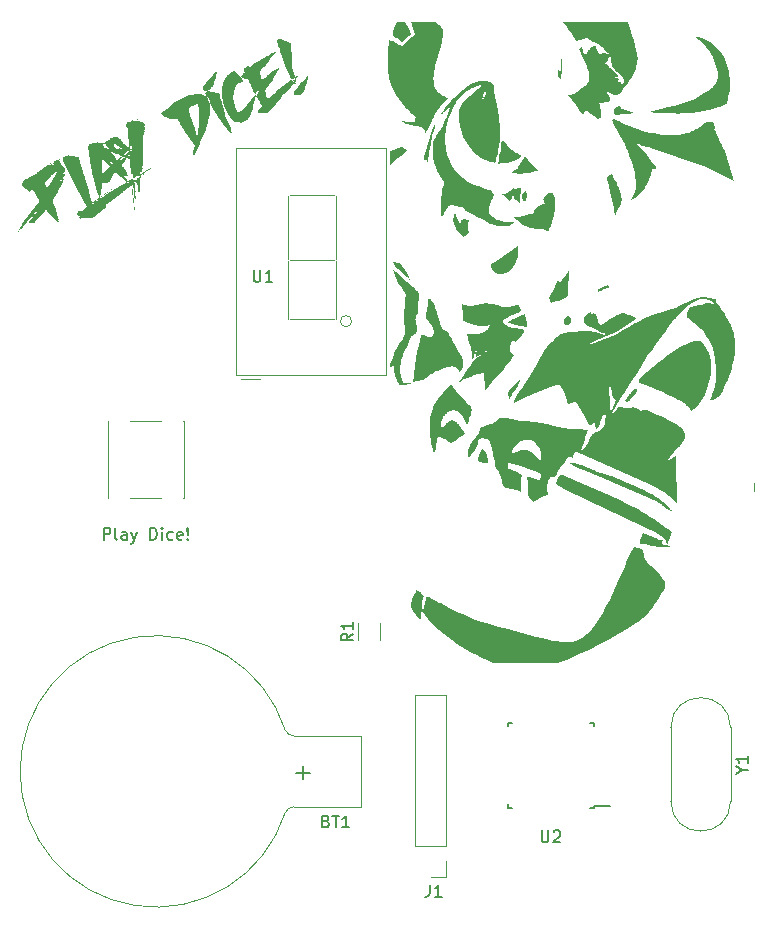
<source format=gbr>
%TF.GenerationSoftware,KiCad,Pcbnew,(6.0.10)*%
%TF.CreationDate,2023-06-10T20:41:06+09:00*%
%TF.ProjectId,BaeRNG_V1,42616552-4e47-45f5-9631-2e6b69636164,rev?*%
%TF.SameCoordinates,Original*%
%TF.FileFunction,Legend,Top*%
%TF.FilePolarity,Positive*%
%FSLAX46Y46*%
G04 Gerber Fmt 4.6, Leading zero omitted, Abs format (unit mm)*
G04 Created by KiCad (PCBNEW (6.0.10)) date 2023-06-10 20:41:06*
%MOMM*%
%LPD*%
G01*
G04 APERTURE LIST*
%ADD10C,0.000000*%
%ADD11C,0.150000*%
%ADD12C,0.120000*%
G04 APERTURE END LIST*
D10*
G36*
X121950257Y-59910236D02*
G01*
X121959492Y-59910774D01*
X121968682Y-59911741D01*
X121977811Y-59913132D01*
X121986866Y-59914947D01*
X121995834Y-59917182D01*
X122004694Y-59919834D01*
X122013436Y-59922899D01*
X122022045Y-59926379D01*
X122030502Y-59930267D01*
X122038797Y-59934561D01*
X122046912Y-59939261D01*
X122052976Y-59943150D01*
X122059124Y-59946894D01*
X122065352Y-59950487D01*
X122071660Y-59953932D01*
X122078043Y-59957226D01*
X122084500Y-59960365D01*
X122091027Y-59963353D01*
X122097621Y-59966185D01*
X122104280Y-59968863D01*
X122111001Y-59971383D01*
X122117782Y-59973744D01*
X122124618Y-59975947D01*
X122131509Y-59977991D01*
X122138450Y-59979871D01*
X122145440Y-59981588D01*
X122152474Y-59983144D01*
X122156559Y-59983469D01*
X122160582Y-59984055D01*
X122164534Y-59984897D01*
X122168403Y-59985987D01*
X122172179Y-59987320D01*
X122175850Y-59988890D01*
X122179407Y-59990687D01*
X122182838Y-59992707D01*
X122186132Y-59994942D01*
X122189281Y-59997383D01*
X122192270Y-60000030D01*
X122195094Y-60002869D01*
X122197737Y-60005898D01*
X122200190Y-60009107D01*
X122202444Y-60012491D01*
X122204487Y-60016044D01*
X122209293Y-60025450D01*
X122210264Y-60027205D01*
X122211376Y-60028943D01*
X122212628Y-60030664D01*
X122214020Y-60032368D01*
X122215553Y-60034054D01*
X122217225Y-60035723D01*
X122219038Y-60037372D01*
X122220991Y-60039006D01*
X122223084Y-60040619D01*
X122225319Y-60042216D01*
X122227693Y-60043794D01*
X122230209Y-60045352D01*
X122232864Y-60046893D01*
X122235661Y-60048415D01*
X122241676Y-60051401D01*
X122248254Y-60054310D01*
X122255393Y-60057141D01*
X122263097Y-60059891D01*
X122271365Y-60062561D01*
X122280197Y-60065149D01*
X122289591Y-60067655D01*
X122299552Y-60070075D01*
X122310076Y-60072409D01*
X122322998Y-60075807D01*
X122336016Y-60078771D01*
X122349116Y-60081299D01*
X122362290Y-60083393D01*
X122375526Y-60085044D01*
X122388813Y-60086256D01*
X122402142Y-60087029D01*
X122415499Y-60087356D01*
X122416679Y-60087161D01*
X122417873Y-60087027D01*
X122419077Y-60086956D01*
X122420296Y-60086949D01*
X122421527Y-60087003D01*
X122422769Y-60087122D01*
X122424026Y-60087302D01*
X122425296Y-60087544D01*
X122426579Y-60087851D01*
X122427878Y-60088217D01*
X122429188Y-60088649D01*
X122430515Y-60089143D01*
X122433210Y-60090315D01*
X122435967Y-60091740D01*
X122438786Y-60093414D01*
X122441670Y-60095337D01*
X122444618Y-60097510D01*
X122447635Y-60099933D01*
X122450723Y-60102604D01*
X122453882Y-60105525D01*
X122457117Y-60108693D01*
X122460426Y-60112111D01*
X122465851Y-60116675D01*
X122471405Y-60121060D01*
X122477082Y-60125267D01*
X122482880Y-60129292D01*
X122488795Y-60133134D01*
X122494819Y-60136789D01*
X122500951Y-60140257D01*
X122507185Y-60143535D01*
X122513516Y-60146616D01*
X122519941Y-60149506D01*
X122526452Y-60152197D01*
X122533050Y-60154689D01*
X122539727Y-60156977D01*
X122546480Y-60159062D01*
X122553302Y-60160940D01*
X122560191Y-60162610D01*
X122577086Y-60167769D01*
X122593789Y-60173482D01*
X122610282Y-60179741D01*
X122626554Y-60186544D01*
X122642592Y-60193881D01*
X122658383Y-60201750D01*
X122673910Y-60210143D01*
X122689162Y-60219054D01*
X122695423Y-60222700D01*
X122701536Y-60226561D01*
X122707494Y-60230629D01*
X122713294Y-60234901D01*
X122718931Y-60239373D01*
X122724400Y-60244039D01*
X122729695Y-60248893D01*
X122734812Y-60253930D01*
X122739748Y-60259148D01*
X122744495Y-60264538D01*
X122749050Y-60270099D01*
X122753410Y-60275825D01*
X122757565Y-60281708D01*
X122761515Y-60287747D01*
X122765252Y-60293934D01*
X122768774Y-60300266D01*
X122774424Y-60311380D01*
X122779495Y-60322712D01*
X122783986Y-60334235D01*
X122787894Y-60345933D01*
X122791215Y-60357780D01*
X122793947Y-60369755D01*
X122796091Y-60381832D01*
X122797640Y-60393996D01*
X122798597Y-60406220D01*
X122798957Y-60418483D01*
X122798714Y-60430761D01*
X122797873Y-60443036D01*
X122796426Y-60455283D01*
X122794374Y-60467480D01*
X122791713Y-60479605D01*
X122788442Y-60491636D01*
X122784900Y-60516693D01*
X122782410Y-60541844D01*
X122780974Y-60567056D01*
X122780590Y-60592292D01*
X122781260Y-60617524D01*
X122782981Y-60642718D01*
X122785755Y-60667837D01*
X122789580Y-60692853D01*
X122826559Y-60914974D01*
X122855866Y-61112801D01*
X122867644Y-61202603D01*
X122877506Y-61286332D01*
X122885448Y-61363988D01*
X122891476Y-61435570D01*
X122899542Y-61493920D01*
X122906269Y-61552415D01*
X122911659Y-61611033D01*
X122915710Y-61669752D01*
X122918417Y-61728548D01*
X122919785Y-61787397D01*
X122919807Y-61846278D01*
X122918485Y-61905168D01*
X122916730Y-61910708D01*
X122915170Y-61916292D01*
X122913806Y-61921917D01*
X122912637Y-61927577D01*
X122911663Y-61933268D01*
X122910887Y-61938984D01*
X122910308Y-61944719D01*
X122909925Y-61950469D01*
X122909741Y-61956230D01*
X122909751Y-61961994D01*
X122909962Y-61967758D01*
X122910369Y-61973516D01*
X122910974Y-61979264D01*
X122911779Y-61984996D01*
X122912781Y-61990707D01*
X122913983Y-61996392D01*
X122914975Y-62029969D01*
X122914997Y-62063539D01*
X122914052Y-62097082D01*
X122912140Y-62130577D01*
X122909265Y-62164003D01*
X122905427Y-62197338D01*
X122900628Y-62230563D01*
X122894869Y-62263658D01*
X123041461Y-62788659D01*
X123071921Y-62883537D01*
X123100249Y-62979036D01*
X123126440Y-63075116D01*
X123139976Y-63129516D01*
X123119564Y-63143040D01*
X123035858Y-63200153D01*
X122952932Y-63258401D01*
X122870797Y-63317778D01*
X122854401Y-63329974D01*
X122827635Y-63271091D01*
X122705901Y-63030223D01*
X122684141Y-62975817D01*
X122619818Y-62872019D01*
X122612863Y-62863907D01*
X122606193Y-62855570D01*
X122599814Y-62847017D01*
X122593732Y-62838254D01*
X122587949Y-62829292D01*
X122582473Y-62820133D01*
X122577309Y-62810789D01*
X122572461Y-62801266D01*
X122568022Y-62791541D01*
X122563821Y-62781716D01*
X122559857Y-62771797D01*
X122556131Y-62761785D01*
X122552647Y-62751689D01*
X122549405Y-62741509D01*
X122546406Y-62731251D01*
X122543653Y-62720921D01*
X122537127Y-62701364D01*
X122530164Y-62681965D01*
X122522767Y-62662733D01*
X122514940Y-62643675D01*
X122506686Y-62624796D01*
X122498010Y-62606104D01*
X122488911Y-62587610D01*
X122479394Y-62569316D01*
X122447042Y-62503090D01*
X122426877Y-62464127D01*
X122407655Y-62424713D01*
X122389383Y-62384864D01*
X122372065Y-62344595D01*
X122355714Y-62303927D01*
X122340331Y-62262875D01*
X122325928Y-62221456D01*
X122312509Y-62179688D01*
X122302775Y-62149957D01*
X122292661Y-62120359D01*
X122282166Y-62090896D01*
X122271293Y-62061571D01*
X122260045Y-62032390D01*
X122248419Y-62003354D01*
X122236421Y-61974467D01*
X122224051Y-61945734D01*
X122192314Y-61868595D01*
X122161688Y-61791024D01*
X122132175Y-61713029D01*
X122103780Y-61634625D01*
X122076509Y-61555824D01*
X122050363Y-61476638D01*
X122025349Y-61397077D01*
X122001467Y-61317155D01*
X121937596Y-61145494D01*
X121877407Y-60973045D01*
X121820902Y-60799808D01*
X121768079Y-60625786D01*
X121747932Y-60558372D01*
X121728683Y-60490706D01*
X121710332Y-60422798D01*
X121692882Y-60354656D01*
X121676337Y-60286288D01*
X121660697Y-60217705D01*
X121645965Y-60148914D01*
X121632145Y-60079926D01*
X121630261Y-60068625D01*
X121628929Y-60057847D01*
X121628141Y-60047592D01*
X121627899Y-60037858D01*
X121628201Y-60028644D01*
X121629045Y-60019950D01*
X121630429Y-60011775D01*
X121632351Y-60004115D01*
X121634811Y-59996974D01*
X121637804Y-59990347D01*
X121641334Y-59984234D01*
X121645393Y-59978635D01*
X121649984Y-59973549D01*
X121655104Y-59968971D01*
X121660750Y-59964906D01*
X121666921Y-59961351D01*
X121669506Y-59960360D01*
X121673719Y-59959092D01*
X121687043Y-59955738D01*
X121706890Y-59951316D01*
X121733260Y-59945852D01*
X121766150Y-59939368D01*
X121805561Y-59931891D01*
X121851493Y-59923444D01*
X121903943Y-59914054D01*
X121913175Y-59912413D01*
X121922437Y-59911215D01*
X121931715Y-59910452D01*
X121940993Y-59910128D01*
X121950257Y-59910236D01*
G37*
G36*
X123471353Y-62933240D02*
G01*
X123472352Y-62935286D01*
X123473201Y-62937327D01*
X123473899Y-62939364D01*
X123474445Y-62941398D01*
X123474842Y-62943426D01*
X123475089Y-62945449D01*
X123475185Y-62947469D01*
X123475130Y-62949484D01*
X123474926Y-62951494D01*
X123474573Y-62953499D01*
X123474070Y-62955500D01*
X123473418Y-62957495D01*
X123472616Y-62959484D01*
X123471668Y-62961469D01*
X123470567Y-62963448D01*
X123469320Y-62965422D01*
X123467924Y-62967389D01*
X123466380Y-62969350D01*
X123464689Y-62971306D01*
X123462849Y-62973256D01*
X123460862Y-62975201D01*
X123458728Y-62977139D01*
X123456445Y-62979070D01*
X123454017Y-62980994D01*
X123451441Y-62982913D01*
X123448718Y-62984824D01*
X123445849Y-62986728D01*
X123442834Y-62988626D01*
X123436365Y-62992401D01*
X123429313Y-62996145D01*
X123423167Y-62998769D01*
X123417187Y-63001686D01*
X123411384Y-63004886D01*
X123405765Y-63008364D01*
X123400340Y-63012107D01*
X123395116Y-63016109D01*
X123390104Y-63020361D01*
X123385314Y-63024854D01*
X123380749Y-63029578D01*
X123376425Y-63034527D01*
X123372346Y-63039690D01*
X123368523Y-63045060D01*
X123364963Y-63050627D01*
X123361677Y-63056383D01*
X123358672Y-63062319D01*
X123355958Y-63068427D01*
X123353800Y-63074062D01*
X123351445Y-63079604D01*
X123348896Y-63085044D01*
X123346157Y-63090381D01*
X123343229Y-63095607D01*
X123340117Y-63100720D01*
X123336827Y-63105715D01*
X123333357Y-63110585D01*
X123329718Y-63115327D01*
X123325905Y-63119937D01*
X123321928Y-63124408D01*
X123317788Y-63128738D01*
X123313489Y-63132920D01*
X123309034Y-63136950D01*
X123304426Y-63140825D01*
X123299672Y-63144537D01*
X123294584Y-63148523D01*
X123289630Y-63152657D01*
X123284811Y-63156933D01*
X123280128Y-63161349D01*
X123275587Y-63165901D01*
X123271189Y-63170587D01*
X123266937Y-63175402D01*
X123262834Y-63180341D01*
X123258883Y-63185403D01*
X123255087Y-63190584D01*
X123251446Y-63195880D01*
X123247968Y-63201287D01*
X123244651Y-63206803D01*
X123241501Y-63212425D01*
X123238518Y-63218147D01*
X123235708Y-63223965D01*
X123231337Y-63231784D01*
X123226793Y-63239493D01*
X123222079Y-63247093D01*
X123217198Y-63254579D01*
X123212152Y-63261947D01*
X123206941Y-63269199D01*
X123201569Y-63276328D01*
X123196038Y-63283331D01*
X123190350Y-63290210D01*
X123184506Y-63296958D01*
X123179219Y-63302792D01*
X123172369Y-63268882D01*
X123150482Y-63171744D01*
X123139976Y-63129516D01*
X123204039Y-63087069D01*
X123289271Y-63032250D01*
X123375248Y-62978589D01*
X123461960Y-62926093D01*
X123471353Y-62933240D01*
G37*
G36*
X123013790Y-63416169D02*
G01*
X123014590Y-63416257D01*
X123015386Y-63416394D01*
X123016177Y-63416578D01*
X123016961Y-63416810D01*
X123017729Y-63417090D01*
X123018475Y-63417411D01*
X123019198Y-63417773D01*
X123019895Y-63418175D01*
X123020563Y-63418617D01*
X123021206Y-63419095D01*
X123021816Y-63419610D01*
X123022396Y-63420159D01*
X123022945Y-63420740D01*
X123023457Y-63421352D01*
X123023935Y-63421994D01*
X123024376Y-63422665D01*
X123024778Y-63423363D01*
X123025139Y-63424085D01*
X123025459Y-63424832D01*
X123025737Y-63425601D01*
X123032830Y-63439852D01*
X123023422Y-63444662D01*
X123022735Y-63445115D01*
X123022026Y-63445524D01*
X123021299Y-63445892D01*
X123020557Y-63446214D01*
X123019797Y-63446491D01*
X123019026Y-63446723D01*
X123018243Y-63446912D01*
X123017452Y-63447054D01*
X123016653Y-63447152D01*
X123015849Y-63447203D01*
X123015044Y-63447207D01*
X123014237Y-63447167D01*
X123013430Y-63447078D01*
X123012629Y-63446944D01*
X123011831Y-63446760D01*
X123011040Y-63446530D01*
X123010265Y-63446254D01*
X123009512Y-63445936D01*
X123008781Y-63445576D01*
X123008078Y-63445175D01*
X123007398Y-63444736D01*
X123006748Y-63444260D01*
X123006128Y-63443748D01*
X123005537Y-63443201D01*
X123004978Y-63442621D01*
X123004455Y-63442009D01*
X123003966Y-63441369D01*
X123003513Y-63440698D01*
X123003100Y-63440001D01*
X123002725Y-63439277D01*
X123002391Y-63438529D01*
X123002100Y-63437759D01*
X123001687Y-63436861D01*
X123001306Y-63435982D01*
X123000957Y-63435125D01*
X123000639Y-63434288D01*
X123000352Y-63433470D01*
X123000097Y-63432674D01*
X122999874Y-63431898D01*
X122999682Y-63431141D01*
X122999523Y-63430403D01*
X122999395Y-63429685D01*
X122999298Y-63428987D01*
X122999233Y-63428309D01*
X122999200Y-63427649D01*
X122999199Y-63427010D01*
X122999230Y-63426390D01*
X122999293Y-63425787D01*
X122999387Y-63425205D01*
X122999515Y-63424641D01*
X122999674Y-63424096D01*
X122999865Y-63423569D01*
X123000088Y-63423062D01*
X123000344Y-63422572D01*
X123000632Y-63422102D01*
X123000951Y-63421650D01*
X123001304Y-63421215D01*
X123001689Y-63420799D01*
X123002106Y-63420400D01*
X123002557Y-63420019D01*
X123003040Y-63419656D01*
X123003553Y-63419311D01*
X123004100Y-63418985D01*
X123004681Y-63418673D01*
X123005361Y-63418220D01*
X123006060Y-63417808D01*
X123006782Y-63417442D01*
X123007518Y-63417119D01*
X123008271Y-63416841D01*
X123009036Y-63416607D01*
X123009813Y-63416419D01*
X123010598Y-63416277D01*
X123011390Y-63416180D01*
X123012189Y-63416130D01*
X123012988Y-63416125D01*
X123013790Y-63416169D01*
G37*
G36*
X116472581Y-62670757D02*
G01*
X116473621Y-62670838D01*
X116474645Y-62670986D01*
X116475657Y-62671196D01*
X116476652Y-62671474D01*
X116477634Y-62671815D01*
X116478601Y-62672222D01*
X116479553Y-62672693D01*
X116480492Y-62673229D01*
X116481414Y-62673832D01*
X116482324Y-62674499D01*
X116483218Y-62675229D01*
X116484098Y-62676028D01*
X116484962Y-62676890D01*
X116485813Y-62677816D01*
X116486651Y-62678809D01*
X116487471Y-62679866D01*
X116488278Y-62680988D01*
X116489071Y-62682176D01*
X116490612Y-62684746D01*
X116492094Y-62687576D01*
X116494091Y-62698417D01*
X116495708Y-62709299D01*
X116496944Y-62720210D01*
X116497800Y-62731140D01*
X116498279Y-62742080D01*
X116498379Y-62753023D01*
X116498105Y-62763954D01*
X116497452Y-62774868D01*
X116496425Y-62785753D01*
X116495023Y-62796598D01*
X116493247Y-62807395D01*
X116491100Y-62818134D01*
X116488577Y-62828805D01*
X116485686Y-62839397D01*
X116482422Y-62849903D01*
X116478790Y-62860311D01*
X116476884Y-62870950D01*
X116474690Y-62881528D01*
X116472206Y-62892038D01*
X116469435Y-62902473D01*
X116466378Y-62912827D01*
X116463037Y-62923095D01*
X116459414Y-62933272D01*
X116455512Y-62943351D01*
X116452407Y-62950013D01*
X116449567Y-62956381D01*
X116446995Y-62962459D01*
X116444691Y-62968244D01*
X116442653Y-62973733D01*
X116440884Y-62978926D01*
X116439379Y-62983827D01*
X116438140Y-62988428D01*
X116437170Y-62992734D01*
X116436465Y-62996742D01*
X116436027Y-63000450D01*
X116435856Y-63003859D01*
X116435951Y-63006967D01*
X116436312Y-63009774D01*
X116436939Y-63012280D01*
X116437832Y-63014483D01*
X116438062Y-63021642D01*
X116438083Y-63028794D01*
X116437899Y-63035935D01*
X116437506Y-63043059D01*
X116436909Y-63050164D01*
X116436107Y-63057244D01*
X116435102Y-63064295D01*
X116433893Y-63071313D01*
X116432483Y-63078294D01*
X116430871Y-63085231D01*
X116429058Y-63092122D01*
X116427047Y-63098963D01*
X116424837Y-63105747D01*
X116422427Y-63112472D01*
X116419822Y-63119134D01*
X116417019Y-63125725D01*
X116414336Y-63132159D01*
X116411822Y-63138652D01*
X116409479Y-63145201D01*
X116407310Y-63151803D01*
X116405311Y-63158454D01*
X116403485Y-63165151D01*
X116401831Y-63171891D01*
X116400354Y-63178669D01*
X116399049Y-63185484D01*
X116397921Y-63192330D01*
X116396969Y-63199206D01*
X116396195Y-63206108D01*
X116395598Y-63213031D01*
X116395178Y-63219975D01*
X116394939Y-63226932D01*
X116394878Y-63233901D01*
X116402009Y-63236463D01*
X116403906Y-63234860D01*
X116405745Y-63233195D01*
X116407521Y-63231472D01*
X116409235Y-63229691D01*
X116410885Y-63227854D01*
X116412469Y-63225963D01*
X116413986Y-63224021D01*
X116415436Y-63222027D01*
X116416819Y-63219985D01*
X116418127Y-63217897D01*
X116419367Y-63215764D01*
X116420533Y-63213588D01*
X116421626Y-63211369D01*
X116422641Y-63209112D01*
X116423583Y-63206819D01*
X116424444Y-63204488D01*
X116425881Y-63201362D01*
X116427443Y-63198312D01*
X116429128Y-63195338D01*
X116430935Y-63192444D01*
X116432858Y-63189632D01*
X116434893Y-63186908D01*
X116437041Y-63184274D01*
X116439296Y-63181734D01*
X116441655Y-63179289D01*
X116444117Y-63176946D01*
X116446675Y-63174706D01*
X116449330Y-63172573D01*
X116452078Y-63170551D01*
X116454912Y-63168642D01*
X116457836Y-63166849D01*
X116460840Y-63165178D01*
X116479640Y-63167520D01*
X116479922Y-63168830D01*
X116480139Y-63170128D01*
X116480289Y-63171412D01*
X116480375Y-63172685D01*
X116480394Y-63173943D01*
X116480349Y-63175189D01*
X116480238Y-63176423D01*
X116480061Y-63177642D01*
X116479820Y-63178849D01*
X116479512Y-63180043D01*
X116479139Y-63181224D01*
X116478701Y-63182394D01*
X116478197Y-63183547D01*
X116477628Y-63184690D01*
X116476993Y-63185819D01*
X116476293Y-63186935D01*
X116475526Y-63188039D01*
X116474696Y-63189129D01*
X116473800Y-63190207D01*
X116472837Y-63191272D01*
X116471810Y-63192324D01*
X116470717Y-63193361D01*
X116469558Y-63194387D01*
X116468335Y-63195401D01*
X116465692Y-63197388D01*
X116462784Y-63199323D01*
X116459617Y-63201206D01*
X116456188Y-63203039D01*
X116454399Y-63204045D01*
X116452558Y-63205261D01*
X116450664Y-63206688D01*
X116448721Y-63208324D01*
X116446726Y-63210170D01*
X116444680Y-63212228D01*
X116442582Y-63214494D01*
X116440434Y-63216971D01*
X116435985Y-63222557D01*
X116431334Y-63228982D01*
X116426481Y-63236250D01*
X116421425Y-63244359D01*
X116416170Y-63253312D01*
X116410716Y-63263106D01*
X116405063Y-63273743D01*
X116399213Y-63285225D01*
X116393165Y-63297549D01*
X116386921Y-63310718D01*
X116380482Y-63324731D01*
X116373849Y-63339588D01*
X116370284Y-63349238D01*
X116366534Y-63358811D01*
X116362595Y-63368302D01*
X116358470Y-63377708D01*
X116354162Y-63387026D01*
X116349670Y-63396255D01*
X116344998Y-63405391D01*
X116340146Y-63414431D01*
X116335115Y-63423373D01*
X116329908Y-63432215D01*
X116324525Y-63440953D01*
X116318968Y-63449586D01*
X116313239Y-63458109D01*
X116307339Y-63466522D01*
X116301269Y-63474819D01*
X116295031Y-63483001D01*
X116290723Y-63489171D01*
X116286656Y-63495480D01*
X116282834Y-63501923D01*
X116279257Y-63508491D01*
X116275930Y-63515177D01*
X116272853Y-63521975D01*
X116270028Y-63528877D01*
X116267462Y-63535873D01*
X116265153Y-63542962D01*
X116263105Y-63550132D01*
X116261322Y-63557377D01*
X116259805Y-63564689D01*
X116258556Y-63572063D01*
X116257579Y-63579490D01*
X116256875Y-63586964D01*
X116256447Y-63594477D01*
X116256068Y-63597468D01*
X116255795Y-63600465D01*
X116255623Y-63603462D01*
X116255556Y-63606462D01*
X116255590Y-63609456D01*
X116255729Y-63612447D01*
X116255970Y-63615430D01*
X116256312Y-63618402D01*
X116256756Y-63621360D01*
X116257302Y-63624301D01*
X116257949Y-63627224D01*
X116258696Y-63630127D01*
X116259543Y-63633004D01*
X116260490Y-63635856D01*
X116261535Y-63638677D01*
X116262681Y-63641467D01*
X116263618Y-63645972D01*
X116264409Y-63650494D01*
X116265055Y-63655035D01*
X116265555Y-63659587D01*
X116265911Y-63664148D01*
X116266120Y-63668716D01*
X116266186Y-63673285D01*
X116266104Y-63677852D01*
X116265879Y-63682414D01*
X116265510Y-63686968D01*
X116264995Y-63691510D01*
X116264335Y-63696038D01*
X116263531Y-63700545D01*
X116262584Y-63705033D01*
X116261491Y-63709492D01*
X116260255Y-63713922D01*
X116259085Y-63718194D01*
X116258042Y-63722491D01*
X116257129Y-63726812D01*
X116256345Y-63731152D01*
X116255691Y-63735511D01*
X116255167Y-63739885D01*
X116254771Y-63744270D01*
X116254507Y-63748665D01*
X116254371Y-63753065D01*
X116254366Y-63757468D01*
X116254490Y-63761871D01*
X116254747Y-63766272D01*
X116255131Y-63770666D01*
X116255648Y-63775052D01*
X116256294Y-63779427D01*
X116257071Y-63783787D01*
X116257328Y-63784831D01*
X116257211Y-63786212D01*
X116256722Y-63787933D01*
X116255862Y-63789993D01*
X116254626Y-63792390D01*
X116253020Y-63795128D01*
X116248691Y-63801617D01*
X116242871Y-63809461D01*
X116235562Y-63818659D01*
X116226763Y-63829212D01*
X116216474Y-63841120D01*
X116204696Y-63854382D01*
X116191429Y-63868999D01*
X116176671Y-63884971D01*
X116160424Y-63902296D01*
X116123461Y-63941012D01*
X116080540Y-63985147D01*
X116064126Y-64002134D01*
X116048014Y-64019404D01*
X116032209Y-64036948D01*
X116016714Y-64054764D01*
X116001534Y-64072848D01*
X115986670Y-64091198D01*
X115972127Y-64109805D01*
X115957909Y-64128669D01*
X115955696Y-64134997D01*
X115953249Y-64141216D01*
X115950568Y-64147323D01*
X115947660Y-64153311D01*
X115944527Y-64159173D01*
X115941175Y-64164907D01*
X115937610Y-64170501D01*
X115933832Y-64175954D01*
X115929849Y-64181257D01*
X115925664Y-64186407D01*
X115921282Y-64191396D01*
X115916706Y-64196216D01*
X115911942Y-64200866D01*
X115906992Y-64205337D01*
X115901864Y-64209623D01*
X115896558Y-64213718D01*
X115893953Y-64214930D01*
X115891381Y-64216205D01*
X115888843Y-64217544D01*
X115886344Y-64218947D01*
X115883881Y-64220410D01*
X115881457Y-64221933D01*
X115879073Y-64223517D01*
X115876729Y-64225159D01*
X115874427Y-64226860D01*
X115872168Y-64228619D01*
X115869953Y-64230435D01*
X115867785Y-64232306D01*
X115865661Y-64234232D01*
X115863585Y-64236213D01*
X115861559Y-64238248D01*
X115859582Y-64240334D01*
X115847006Y-64245210D01*
X115834301Y-64249715D01*
X115821476Y-64253844D01*
X115808538Y-64257597D01*
X115795497Y-64260972D01*
X115782360Y-64263964D01*
X115769137Y-64266576D01*
X115755833Y-64268802D01*
X115740773Y-64270485D01*
X115725771Y-64272564D01*
X115710833Y-64275036D01*
X115695968Y-64277901D01*
X115681184Y-64281154D01*
X115666489Y-64284798D01*
X115651888Y-64288826D01*
X115637391Y-64293241D01*
X115633714Y-64294928D01*
X115629739Y-64296418D01*
X115625466Y-64297708D01*
X115620897Y-64298804D01*
X115610865Y-64300401D01*
X115599643Y-64301207D01*
X115587232Y-64301223D01*
X115573631Y-64300449D01*
X115558842Y-64298884D01*
X115542863Y-64296531D01*
X115525694Y-64293385D01*
X115507335Y-64289450D01*
X115487786Y-64284724D01*
X115467048Y-64279208D01*
X115445120Y-64272902D01*
X115422003Y-64265806D01*
X115397697Y-64257920D01*
X115372199Y-64249243D01*
X115362392Y-64245668D01*
X115357846Y-64243888D01*
X115353542Y-64242109D01*
X115349488Y-64240336D01*
X115345683Y-64238565D01*
X115342137Y-64236795D01*
X115338851Y-64235030D01*
X115335829Y-64233264D01*
X115333075Y-64231501D01*
X115330596Y-64229739D01*
X115328394Y-64227977D01*
X115326474Y-64226214D01*
X115324839Y-64224452D01*
X115323496Y-64222690D01*
X115322445Y-64220927D01*
X115320674Y-64215945D01*
X115319034Y-64210924D01*
X115317526Y-64205866D01*
X115316152Y-64200777D01*
X115314910Y-64195658D01*
X115313802Y-64190509D01*
X115312829Y-64185336D01*
X115311989Y-64180140D01*
X115311283Y-64174925D01*
X115310713Y-64169692D01*
X115310279Y-64164445D01*
X115309980Y-64159185D01*
X115309817Y-64153916D01*
X115309790Y-64148640D01*
X115309902Y-64143359D01*
X115310149Y-64138077D01*
X115310891Y-64135074D01*
X115311477Y-64132052D01*
X115311911Y-64129014D01*
X115312190Y-64125970D01*
X115312319Y-64122921D01*
X115312295Y-64119876D01*
X115312120Y-64116838D01*
X115311795Y-64113815D01*
X115311322Y-64110813D01*
X115310699Y-64107834D01*
X115309929Y-64104888D01*
X115309011Y-64101979D01*
X115307949Y-64099111D01*
X115306740Y-64096292D01*
X115305387Y-64093526D01*
X115303890Y-64090821D01*
X115302651Y-64083729D01*
X115301677Y-64076616D01*
X115300964Y-64069485D01*
X115300514Y-64062344D01*
X115300326Y-64055203D01*
X115300399Y-64048065D01*
X115300733Y-64040940D01*
X115301324Y-64033833D01*
X115302175Y-64026754D01*
X115303284Y-64019707D01*
X115304651Y-64012702D01*
X115306274Y-64005745D01*
X115308152Y-63998841D01*
X115310284Y-63992001D01*
X115312672Y-63985230D01*
X115315315Y-63978533D01*
X115318414Y-63967991D01*
X115321538Y-63958018D01*
X115324689Y-63948612D01*
X115327864Y-63939775D01*
X115331065Y-63931502D01*
X115334294Y-63923795D01*
X115337548Y-63916651D01*
X115340831Y-63910068D01*
X115344140Y-63904046D01*
X115347476Y-63898586D01*
X115350843Y-63893683D01*
X115354235Y-63889337D01*
X115357655Y-63885548D01*
X115361107Y-63882313D01*
X115364586Y-63879632D01*
X115368095Y-63877504D01*
X115408530Y-63863076D01*
X115412267Y-63861087D01*
X115415932Y-63858979D01*
X115419515Y-63856752D01*
X115423016Y-63854408D01*
X115426434Y-63851952D01*
X115429765Y-63849385D01*
X115433005Y-63846709D01*
X115436155Y-63843927D01*
X115439210Y-63841042D01*
X115442166Y-63838055D01*
X115445022Y-63834968D01*
X115447777Y-63831786D01*
X115450426Y-63828508D01*
X115452967Y-63825140D01*
X115455398Y-63821681D01*
X115457716Y-63818135D01*
X115460215Y-63814371D01*
X115462834Y-63810701D01*
X115465576Y-63807128D01*
X115468429Y-63803655D01*
X115471399Y-63800286D01*
X115474477Y-63797021D01*
X115477662Y-63793864D01*
X115480952Y-63790818D01*
X115484343Y-63787886D01*
X115487832Y-63785069D01*
X115491416Y-63782370D01*
X115495094Y-63779794D01*
X115498861Y-63777339D01*
X115502715Y-63775012D01*
X115506652Y-63772813D01*
X115510670Y-63770745D01*
X115511270Y-63770407D01*
X115511878Y-63769993D01*
X115512493Y-63769503D01*
X115513114Y-63768941D01*
X115513742Y-63768301D01*
X115514378Y-63767587D01*
X115515020Y-63766798D01*
X115515671Y-63765936D01*
X115516326Y-63764998D01*
X115516989Y-63763986D01*
X115518333Y-63761738D01*
X115519703Y-63759195D01*
X115521098Y-63756355D01*
X115522516Y-63753222D01*
X115523959Y-63749794D01*
X115525424Y-63746073D01*
X115526910Y-63742060D01*
X115528418Y-63737755D01*
X115529947Y-63733161D01*
X115531495Y-63728276D01*
X115533062Y-63723103D01*
X115532695Y-63719984D01*
X115532585Y-63716885D01*
X115532726Y-63713816D01*
X115533110Y-63710794D01*
X115533730Y-63707828D01*
X115534580Y-63704933D01*
X115535655Y-63702122D01*
X115536945Y-63699407D01*
X115538445Y-63696801D01*
X115540147Y-63694320D01*
X115542044Y-63691976D01*
X115544132Y-63689777D01*
X115546401Y-63687743D01*
X115548845Y-63685882D01*
X115551458Y-63684211D01*
X115554232Y-63682741D01*
X115562611Y-63674547D01*
X115570840Y-63666214D01*
X115578918Y-63657741D01*
X115586843Y-63649131D01*
X115594613Y-63640386D01*
X115602227Y-63631508D01*
X115609684Y-63622498D01*
X115616980Y-63613362D01*
X115624113Y-63604097D01*
X115631086Y-63594710D01*
X115637893Y-63585198D01*
X115644535Y-63575567D01*
X115651008Y-63565818D01*
X115657311Y-63555953D01*
X115663443Y-63545974D01*
X115669400Y-63535884D01*
X115671201Y-63530594D01*
X115673143Y-63525364D01*
X115675223Y-63520194D01*
X115677442Y-63515087D01*
X115679797Y-63510047D01*
X115682288Y-63505075D01*
X115684910Y-63500175D01*
X115687666Y-63495347D01*
X115690552Y-63490597D01*
X115693566Y-63485926D01*
X115696706Y-63481337D01*
X115699973Y-63476832D01*
X115703363Y-63472415D01*
X115706874Y-63468090D01*
X115710508Y-63463854D01*
X115714261Y-63459715D01*
X115716769Y-63458139D01*
X115719233Y-63456502D01*
X115721653Y-63454805D01*
X115724030Y-63453050D01*
X115726358Y-63451237D01*
X115728642Y-63449367D01*
X115730875Y-63447442D01*
X115733060Y-63445461D01*
X115735194Y-63443428D01*
X115737278Y-63441340D01*
X115739311Y-63439200D01*
X115741289Y-63437010D01*
X115743213Y-63434769D01*
X115745080Y-63432480D01*
X115746894Y-63430142D01*
X115748649Y-63427757D01*
X115758929Y-63414957D01*
X115770014Y-63401388D01*
X115781876Y-63387054D01*
X115794495Y-63371956D01*
X115797832Y-63365235D01*
X115801365Y-63358628D01*
X115805092Y-63352140D01*
X115809006Y-63345775D01*
X115813109Y-63339534D01*
X115817393Y-63333428D01*
X115821860Y-63327454D01*
X115826502Y-63321618D01*
X115831318Y-63315926D01*
X115836304Y-63310379D01*
X115841458Y-63304982D01*
X115846773Y-63299740D01*
X115852252Y-63294656D01*
X115857887Y-63289734D01*
X115863677Y-63284978D01*
X115869616Y-63280392D01*
X115873301Y-63278510D01*
X115876889Y-63276473D01*
X115880372Y-63274289D01*
X115883749Y-63271958D01*
X115887016Y-63269487D01*
X115890167Y-63266880D01*
X115893198Y-63264142D01*
X115896107Y-63261275D01*
X115898889Y-63258285D01*
X115901539Y-63255175D01*
X115904052Y-63251949D01*
X115906427Y-63248613D01*
X115908658Y-63245170D01*
X115910741Y-63241624D01*
X115912674Y-63237981D01*
X115914447Y-63234242D01*
X115916122Y-63230624D01*
X115917945Y-63227095D01*
X115919913Y-63223656D01*
X115922022Y-63220313D01*
X115924269Y-63217071D01*
X115926650Y-63213930D01*
X115929160Y-63210895D01*
X115931796Y-63207975D01*
X115934555Y-63205169D01*
X115937432Y-63202481D01*
X115940425Y-63199918D01*
X115943528Y-63197481D01*
X115946738Y-63195177D01*
X115950052Y-63193006D01*
X115953467Y-63190975D01*
X115956978Y-63189088D01*
X115990882Y-63159148D01*
X116024298Y-63128676D01*
X116057217Y-63097677D01*
X116089632Y-63066158D01*
X116121541Y-63034124D01*
X116152934Y-63001581D01*
X116183807Y-62968535D01*
X116214153Y-62934993D01*
X116229763Y-62918927D01*
X116244990Y-62902509D01*
X116259828Y-62885748D01*
X116274271Y-62868648D01*
X116288312Y-62851219D01*
X116301947Y-62833467D01*
X116315169Y-62815395D01*
X116327973Y-62797015D01*
X116334892Y-62787886D01*
X116342017Y-62778929D01*
X116349345Y-62770150D01*
X116356871Y-62761550D01*
X116364590Y-62753133D01*
X116372502Y-62744902D01*
X116380601Y-62736861D01*
X116388885Y-62729010D01*
X116397350Y-62721357D01*
X116405993Y-62713902D01*
X116414810Y-62706649D01*
X116423797Y-62699600D01*
X116432951Y-62692761D01*
X116442270Y-62686134D01*
X116451749Y-62679721D01*
X116461384Y-62673525D01*
X116462569Y-62672956D01*
X116463740Y-62672450D01*
X116464896Y-62672011D01*
X116466037Y-62671637D01*
X116467164Y-62671327D01*
X116468277Y-62671082D01*
X116469375Y-62670904D01*
X116470458Y-62670790D01*
X116471526Y-62670741D01*
X116472581Y-62670757D01*
G37*
G36*
X123192089Y-63366496D02*
G01*
X123209637Y-63464548D01*
X123225004Y-63563003D01*
X123223194Y-63563309D01*
X123221379Y-63563543D01*
X123219560Y-63563704D01*
X123217739Y-63563795D01*
X123215918Y-63563813D01*
X123214102Y-63563762D01*
X123212289Y-63563637D01*
X123210483Y-63563444D01*
X123208687Y-63563181D01*
X123206901Y-63562846D01*
X123205128Y-63562442D01*
X123203370Y-63561970D01*
X123201630Y-63561427D01*
X123199909Y-63560815D01*
X123198210Y-63560136D01*
X123196533Y-63559387D01*
X123195136Y-63558713D01*
X123193721Y-63558081D01*
X123192291Y-63557492D01*
X123190845Y-63556944D01*
X123189385Y-63556439D01*
X123187913Y-63555979D01*
X123186428Y-63555561D01*
X123184932Y-63555185D01*
X123183425Y-63554853D01*
X123181909Y-63554566D01*
X123180383Y-63554323D01*
X123178852Y-63554124D01*
X123177315Y-63553970D01*
X123175770Y-63553860D01*
X123174222Y-63553796D01*
X123172670Y-63553777D01*
X123171238Y-63554583D01*
X123169902Y-63555544D01*
X123168663Y-63556663D01*
X123167518Y-63557936D01*
X123166471Y-63559367D01*
X123165519Y-63560955D01*
X123164663Y-63562696D01*
X123163903Y-63564595D01*
X123163237Y-63566649D01*
X123162668Y-63568858D01*
X123162194Y-63571225D01*
X123161817Y-63573746D01*
X123161535Y-63576421D01*
X123161347Y-63579254D01*
X123161256Y-63582241D01*
X123161261Y-63585385D01*
X123161359Y-63588683D01*
X123161554Y-63592135D01*
X123162228Y-63599504D01*
X123163280Y-63607492D01*
X123164716Y-63616099D01*
X123166529Y-63625322D01*
X123168719Y-63635162D01*
X123171289Y-63645619D01*
X123174237Y-63656691D01*
X123177191Y-63667750D01*
X123179782Y-63678177D01*
X123182013Y-63687968D01*
X123183888Y-63697123D01*
X123185409Y-63705643D01*
X123186582Y-63713524D01*
X123187408Y-63720767D01*
X123187891Y-63727372D01*
X123188036Y-63733336D01*
X123187845Y-63738661D01*
X123187322Y-63743344D01*
X123186469Y-63747388D01*
X123185291Y-63750787D01*
X123183791Y-63753545D01*
X123181972Y-63755659D01*
X123179838Y-63757127D01*
X123177396Y-63758150D01*
X123174845Y-63758863D01*
X123172183Y-63759260D01*
X123169412Y-63759346D01*
X123166529Y-63759121D01*
X123163537Y-63758580D01*
X123160435Y-63757728D01*
X123157221Y-63756562D01*
X123153897Y-63755085D01*
X123150462Y-63753293D01*
X123146917Y-63751189D01*
X123143261Y-63748773D01*
X123139494Y-63746042D01*
X123135615Y-63742999D01*
X123131624Y-63739643D01*
X123127524Y-63735974D01*
X123123311Y-63731992D01*
X123118987Y-63727696D01*
X123110005Y-63718166D01*
X123100574Y-63707381D01*
X123090695Y-63695343D01*
X123080369Y-63682051D01*
X123069590Y-63667505D01*
X123058363Y-63651705D01*
X123046684Y-63634649D01*
X123039785Y-63622701D01*
X123040234Y-63622224D01*
X123043940Y-63618513D01*
X123047766Y-63614919D01*
X123051712Y-63611444D01*
X123055774Y-63608091D01*
X123058018Y-63606610D01*
X123060168Y-63605041D01*
X123062225Y-63603383D01*
X123064186Y-63601642D01*
X123066053Y-63599825D01*
X123067820Y-63597932D01*
X123069491Y-63595971D01*
X123071061Y-63593941D01*
X123072529Y-63591851D01*
X123073898Y-63589699D01*
X123075163Y-63587497D01*
X123076323Y-63585240D01*
X123078329Y-63580595D01*
X123079906Y-63575797D01*
X123081045Y-63570875D01*
X123081735Y-63565863D01*
X123081911Y-63563332D01*
X123081970Y-63560790D01*
X123081915Y-63558244D01*
X123081742Y-63555694D01*
X123081450Y-63553144D01*
X123081038Y-63550599D01*
X123080506Y-63548065D01*
X123079853Y-63545544D01*
X123079077Y-63543039D01*
X123078175Y-63540556D01*
X123077151Y-63538097D01*
X123075998Y-63535668D01*
X123073448Y-63529606D01*
X123071203Y-63523530D01*
X123069264Y-63517439D01*
X123067633Y-63511335D01*
X123066306Y-63505215D01*
X123065287Y-63499082D01*
X123064574Y-63492933D01*
X123064168Y-63486771D01*
X123064069Y-63480594D01*
X123064274Y-63474403D01*
X123064787Y-63468198D01*
X123065606Y-63461978D01*
X123066731Y-63455744D01*
X123068163Y-63449496D01*
X123069900Y-63443234D01*
X123071945Y-63436956D01*
X123074295Y-63430665D01*
X123076952Y-63424360D01*
X123079916Y-63418039D01*
X123083185Y-63411705D01*
X123086761Y-63405356D01*
X123090643Y-63398993D01*
X123099328Y-63386223D01*
X123109237Y-63373397D01*
X123120372Y-63360512D01*
X123132732Y-63347570D01*
X123146318Y-63334571D01*
X123153044Y-63328659D01*
X123159630Y-63322599D01*
X123166071Y-63316396D01*
X123172365Y-63310054D01*
X123178512Y-63303574D01*
X123179219Y-63302792D01*
X123192089Y-63366496D01*
G37*
G36*
X124210755Y-63060391D02*
G01*
X124211794Y-63060473D01*
X124212819Y-63060619D01*
X124213830Y-63060830D01*
X124214826Y-63061107D01*
X124215808Y-63061448D01*
X124216775Y-63061854D01*
X124217727Y-63062325D01*
X124218665Y-63062863D01*
X124219588Y-63063465D01*
X124220497Y-63064131D01*
X124221392Y-63064863D01*
X124222272Y-63065660D01*
X124223137Y-63066523D01*
X124223988Y-63067449D01*
X124224823Y-63068441D01*
X124225645Y-63069499D01*
X124226452Y-63070621D01*
X124227246Y-63071808D01*
X124228787Y-63074379D01*
X124230270Y-63077208D01*
X124232266Y-63088050D01*
X124233883Y-63098931D01*
X124235118Y-63109842D01*
X124235975Y-63120773D01*
X124236453Y-63131713D01*
X124236555Y-63142655D01*
X124236278Y-63153588D01*
X124235626Y-63164501D01*
X124234599Y-63175385D01*
X124233198Y-63186231D01*
X124231422Y-63197027D01*
X124229273Y-63207767D01*
X124226752Y-63218437D01*
X124223859Y-63229030D01*
X124220595Y-63239535D01*
X124216961Y-63249943D01*
X124215082Y-63260620D01*
X124212906Y-63271235D01*
X124210433Y-63281780D01*
X124207668Y-63292248D01*
X124204612Y-63302636D01*
X124201265Y-63312936D01*
X124197631Y-63323143D01*
X124193709Y-63333249D01*
X124187833Y-63346176D01*
X124185281Y-63352204D01*
X124182988Y-63357937D01*
X124180956Y-63363381D01*
X124179186Y-63368531D01*
X124177680Y-63373390D01*
X124176438Y-63377954D01*
X124175466Y-63382223D01*
X124174759Y-63386198D01*
X124174324Y-63389878D01*
X124174159Y-63393262D01*
X124174268Y-63396350D01*
X124174651Y-63399140D01*
X124175310Y-63401635D01*
X124176247Y-63403831D01*
X124176400Y-63410991D01*
X124176353Y-63418140D01*
X124176107Y-63425279D01*
X124175663Y-63432402D01*
X124175022Y-63439503D01*
X124174185Y-63446580D01*
X124173151Y-63453627D01*
X124171923Y-63460644D01*
X124170502Y-63467622D01*
X124168885Y-63474559D01*
X124167078Y-63481453D01*
X124165077Y-63488295D01*
X124162886Y-63495086D01*
X124160504Y-63501820D01*
X124157934Y-63508493D01*
X124155173Y-63515099D01*
X124152533Y-63521545D01*
X124150056Y-63528047D01*
X124147744Y-63534603D01*
X124145598Y-63541209D01*
X124143621Y-63547862D01*
X124141809Y-63554561D01*
X124140165Y-63561298D01*
X124138689Y-63568076D01*
X124137383Y-63574886D01*
X124136246Y-63581728D01*
X124135281Y-63588599D01*
X124134487Y-63595495D01*
X124133862Y-63602414D01*
X124133411Y-63609350D01*
X124133134Y-63616303D01*
X124133031Y-63623269D01*
X124140377Y-63625287D01*
X124142245Y-63623688D01*
X124144055Y-63622030D01*
X124145807Y-63620315D01*
X124147496Y-63618545D01*
X124149122Y-63616722D01*
X124150687Y-63614845D01*
X124152185Y-63612919D01*
X124153619Y-63610944D01*
X124154986Y-63608922D01*
X124156283Y-63606855D01*
X124157511Y-63604743D01*
X124158669Y-63602592D01*
X124159755Y-63600399D01*
X124160769Y-63598167D01*
X124161708Y-63595899D01*
X124162571Y-63593596D01*
X124164019Y-63590469D01*
X124165592Y-63587414D01*
X124167285Y-63584435D01*
X124169095Y-63581533D01*
X124171022Y-63578714D01*
X124173061Y-63575981D01*
X124175207Y-63573335D01*
X124177461Y-63570781D01*
X124179817Y-63568322D01*
X124182273Y-63565960D01*
X124184827Y-63563700D01*
X124187474Y-63561544D01*
X124190214Y-63559496D01*
X124193042Y-63557559D01*
X124195954Y-63555736D01*
X124198949Y-63554032D01*
X124217768Y-63556635D01*
X124218051Y-63557963D01*
X124218268Y-63559273D01*
X124218422Y-63560573D01*
X124218508Y-63561857D01*
X124218528Y-63563129D01*
X124218484Y-63564385D01*
X124218374Y-63565628D01*
X124218198Y-63566856D01*
X124217958Y-63568071D01*
X124217651Y-63569273D01*
X124217278Y-63570458D01*
X124216840Y-63571631D01*
X124216336Y-63572790D01*
X124215768Y-63573935D01*
X124215133Y-63575065D01*
X124214433Y-63576183D01*
X124213668Y-63577285D01*
X124212837Y-63578375D01*
X124211940Y-63579450D01*
X124210978Y-63580511D01*
X124209950Y-63581557D01*
X124208857Y-63582590D01*
X124207697Y-63583609D01*
X124206473Y-63584615D01*
X124203828Y-63586583D01*
X124200919Y-63588497D01*
X124197751Y-63590354D01*
X124194319Y-63592154D01*
X124192505Y-63593163D01*
X124190640Y-63594381D01*
X124188728Y-63595809D01*
X124186764Y-63597446D01*
X124184751Y-63599294D01*
X124182689Y-63601353D01*
X124180577Y-63603620D01*
X124178416Y-63606098D01*
X124173945Y-63611685D01*
X124169277Y-63618112D01*
X124164414Y-63625380D01*
X124159356Y-63633490D01*
X124154104Y-63642443D01*
X124148659Y-63652236D01*
X124143022Y-63662873D01*
X124137193Y-63674351D01*
X124131173Y-63686673D01*
X124124962Y-63699838D01*
X124118564Y-63713848D01*
X124111975Y-63728700D01*
X124108403Y-63738359D01*
X124104642Y-63747938D01*
X124100690Y-63757433D01*
X124096553Y-63766844D01*
X124092231Y-63776167D01*
X124087726Y-63785398D01*
X124083038Y-63794537D01*
X124078171Y-63803580D01*
X124073123Y-63812523D01*
X124067897Y-63821365D01*
X124062496Y-63830104D01*
X124056919Y-63838734D01*
X124051170Y-63847256D01*
X124045249Y-63855665D01*
X124039158Y-63863959D01*
X124032895Y-63872137D01*
X124028628Y-63878303D01*
X124024598Y-63884607D01*
X124020810Y-63891040D01*
X124017264Y-63897598D01*
X124013962Y-63904272D01*
X124010910Y-63911054D01*
X124008108Y-63917938D01*
X124005558Y-63924917D01*
X124003265Y-63931983D01*
X124001228Y-63939131D01*
X123999450Y-63946353D01*
X123997936Y-63953641D01*
X123996686Y-63960991D01*
X123995705Y-63968391D01*
X123994993Y-63975837D01*
X123994552Y-63983322D01*
X123994201Y-63986348D01*
X123993950Y-63989378D01*
X123993801Y-63992409D01*
X123993752Y-63995439D01*
X123993802Y-63998466D01*
X123993950Y-64001488D01*
X123994199Y-64004501D01*
X123994546Y-64007502D01*
X123994991Y-64010493D01*
X123995534Y-64013465D01*
X123996176Y-64016422D01*
X123996914Y-64019358D01*
X123997750Y-64022270D01*
X123998682Y-64025158D01*
X123999710Y-64028017D01*
X124000834Y-64030845D01*
X124001792Y-64035310D01*
X124002604Y-64039796D01*
X124003270Y-64044298D01*
X124003789Y-64048813D01*
X124004161Y-64053340D01*
X124004387Y-64057871D01*
X124004467Y-64062405D01*
X124004401Y-64066939D01*
X124004189Y-64071468D01*
X124003831Y-64075989D01*
X124003328Y-64080500D01*
X124002679Y-64084994D01*
X124001883Y-64089470D01*
X124000943Y-64093923D01*
X123999857Y-64098351D01*
X123998626Y-64102749D01*
X123997404Y-64107030D01*
X123996318Y-64111340D01*
X123995368Y-64115674D01*
X123994554Y-64120030D01*
X123993877Y-64124407D01*
X123993335Y-64128797D01*
X123992931Y-64133203D01*
X123992663Y-64137616D01*
X123992533Y-64142036D01*
X123992539Y-64146459D01*
X123992683Y-64150882D01*
X123992965Y-64155301D01*
X123993383Y-64159714D01*
X123993940Y-64164117D01*
X123994633Y-64168506D01*
X123995466Y-64172880D01*
X123995722Y-64173939D01*
X123995607Y-64175337D01*
X123995118Y-64177072D01*
X123994255Y-64179144D01*
X123993020Y-64181555D01*
X123991411Y-64184303D01*
X123987076Y-64190811D01*
X123981247Y-64198672D01*
X123973928Y-64207881D01*
X123965116Y-64218441D01*
X123954813Y-64230352D01*
X123943017Y-64243615D01*
X123929729Y-64258226D01*
X123914948Y-64274189D01*
X123898676Y-64291502D01*
X123880913Y-64310166D01*
X123861656Y-64330180D01*
X123818669Y-64374261D01*
X123802323Y-64391313D01*
X123786261Y-64408624D01*
X123770487Y-64426194D01*
X123755004Y-64444018D01*
X123739814Y-64462094D01*
X123724921Y-64480417D01*
X123710328Y-64498983D01*
X123696037Y-64517790D01*
X123693870Y-64524140D01*
X123691458Y-64530381D01*
X123688808Y-64536508D01*
X123685925Y-64542514D01*
X123682811Y-64548391D01*
X123679471Y-64554136D01*
X123675911Y-64559741D01*
X123672135Y-64565200D01*
X123668146Y-64570505D01*
X123663953Y-64575652D01*
X123659556Y-64580634D01*
X123654959Y-64585444D01*
X123650171Y-64590076D01*
X123645194Y-64594523D01*
X123640032Y-64598781D01*
X123634690Y-64602840D01*
X123632050Y-64604187D01*
X123629445Y-64605594D01*
X123626874Y-64607057D01*
X123624339Y-64608579D01*
X123621841Y-64610158D01*
X123619381Y-64611794D01*
X123616960Y-64613485D01*
X123614578Y-64615230D01*
X123612236Y-64617029D01*
X123609936Y-64618881D01*
X123607678Y-64620786D01*
X123605463Y-64622744D01*
X123603293Y-64624752D01*
X123601167Y-64626811D01*
X123599088Y-64628920D01*
X123597056Y-64631078D01*
X123597054Y-64631082D01*
X123584513Y-64636075D01*
X123571833Y-64640673D01*
X123559022Y-64644873D01*
X123546089Y-64648674D01*
X123533044Y-64652069D01*
X123519896Y-64655059D01*
X123506656Y-64657641D01*
X123493333Y-64659811D01*
X123478316Y-64661530D01*
X123463354Y-64663623D01*
X123448456Y-64666089D01*
X123433625Y-64668926D01*
X123418870Y-64672134D01*
X123404197Y-64675710D01*
X123389615Y-64679652D01*
X123375128Y-64683961D01*
X123371453Y-64685664D01*
X123367478Y-64687171D01*
X123363207Y-64688478D01*
X123358639Y-64689587D01*
X123348609Y-64691212D01*
X123337391Y-64692044D01*
X123324981Y-64692084D01*
X123311383Y-64691332D01*
X123296595Y-64689787D01*
X123280617Y-64687450D01*
X123263449Y-64684322D01*
X123245091Y-64680400D01*
X123225544Y-64675686D01*
X123204806Y-64670180D01*
X123182879Y-64663882D01*
X123159762Y-64656791D01*
X123135455Y-64648907D01*
X123109958Y-64640232D01*
X123100140Y-64636660D01*
X123091261Y-64633104D01*
X123087186Y-64631332D01*
X123083361Y-64629563D01*
X123079790Y-64627796D01*
X123076480Y-64626030D01*
X123073433Y-64624268D01*
X123070656Y-64622506D01*
X123068154Y-64620746D01*
X123065931Y-64618986D01*
X123063993Y-64617226D01*
X123062347Y-64615465D01*
X123060993Y-64613705D01*
X123059941Y-64611940D01*
X123058218Y-64606962D01*
X123056627Y-64601946D01*
X123055165Y-64596897D01*
X123053833Y-64591815D01*
X123052633Y-64586705D01*
X123051566Y-64581569D01*
X123050628Y-64576407D01*
X123049825Y-64571226D01*
X123049152Y-64566026D01*
X123048615Y-64560808D01*
X123048210Y-64555576D01*
X123047938Y-64550335D01*
X123047800Y-64545084D01*
X123047798Y-64539827D01*
X123047929Y-64534568D01*
X123048197Y-64529306D01*
X123048933Y-64526286D01*
X123049516Y-64523247D01*
X123049945Y-64520193D01*
X123050222Y-64517131D01*
X123050347Y-64514068D01*
X123050320Y-64511007D01*
X123050145Y-64507953D01*
X123049819Y-64504914D01*
X123049343Y-64501895D01*
X123048720Y-64498902D01*
X123047950Y-64495938D01*
X123047033Y-64493013D01*
X123045970Y-64490128D01*
X123044762Y-64487291D01*
X123043410Y-64484509D01*
X123041913Y-64481784D01*
X123040600Y-64474684D01*
X123039558Y-64467558D01*
X123038786Y-64460414D01*
X123038284Y-64453258D01*
X123038052Y-64446100D01*
X123038088Y-64438942D01*
X123038393Y-64431798D01*
X123038962Y-64424674D01*
X123039800Y-64417573D01*
X123040903Y-64410509D01*
X123042270Y-64403485D01*
X123043901Y-64396512D01*
X123045795Y-64389592D01*
X123047952Y-64382739D01*
X123050371Y-64375957D01*
X123053049Y-64369255D01*
X123056152Y-64358757D01*
X123059280Y-64348816D01*
X123062433Y-64339436D01*
X123065609Y-64330613D01*
X123068812Y-64322350D01*
X123072041Y-64314650D01*
X123075296Y-64307506D01*
X123078578Y-64300925D01*
X123081888Y-64294904D01*
X123085224Y-64289444D01*
X123088590Y-64284545D01*
X123091985Y-64280211D01*
X123095408Y-64276438D01*
X123098860Y-64273226D01*
X123102342Y-64270579D01*
X123105854Y-64268494D01*
X123146576Y-64254308D01*
X123150312Y-64252274D01*
X123153970Y-64250121D01*
X123157550Y-64247851D01*
X123161048Y-64245468D01*
X123164461Y-64242973D01*
X123167788Y-64240369D01*
X123171024Y-64237658D01*
X123174170Y-64234843D01*
X123177221Y-64231925D01*
X123180174Y-64228908D01*
X123183028Y-64225795D01*
X123185780Y-64222584D01*
X123188427Y-64219282D01*
X123190967Y-64215890D01*
X123193398Y-64212410D01*
X123195717Y-64208844D01*
X123198245Y-64205085D01*
X123200893Y-64201419D01*
X123203657Y-64197851D01*
X123206536Y-64194381D01*
X123209525Y-64191014D01*
X123212624Y-64187751D01*
X123215826Y-64184595D01*
X123219132Y-64181550D01*
X123222539Y-64178616D01*
X123226041Y-64175797D01*
X123229638Y-64173093D01*
X123233328Y-64170512D01*
X123237103Y-64168051D01*
X123240966Y-64165715D01*
X123244911Y-64163507D01*
X123248936Y-64161426D01*
X123249515Y-64161115D01*
X123250102Y-64160727D01*
X123250697Y-64160265D01*
X123251302Y-64159727D01*
X123251915Y-64159113D01*
X123252536Y-64158423D01*
X123253165Y-64157658D01*
X123253804Y-64156819D01*
X123254451Y-64155903D01*
X123255105Y-64154912D01*
X123256437Y-64152705D01*
X123257801Y-64150194D01*
X123259195Y-64147385D01*
X123260619Y-64144271D01*
X123262071Y-64140858D01*
X123263552Y-64137141D01*
X123265062Y-64133126D01*
X123266596Y-64128807D01*
X123268156Y-64124188D01*
X123269740Y-64119269D01*
X123271351Y-64114046D01*
X123271112Y-64112489D01*
X123270942Y-64110933D01*
X123270837Y-64109381D01*
X123270797Y-64107834D01*
X123270912Y-64104768D01*
X123271275Y-64101746D01*
X123271884Y-64098782D01*
X123272726Y-64095890D01*
X123273799Y-64093083D01*
X123275093Y-64090376D01*
X123276602Y-64087783D01*
X123278316Y-64085317D01*
X123280230Y-64082990D01*
X123282336Y-64080818D01*
X123284629Y-64078814D01*
X123287099Y-64076993D01*
X123288399Y-64076155D01*
X123289740Y-64075367D01*
X123291122Y-64074632D01*
X123292544Y-64073951D01*
X123300916Y-64065704D01*
X123309141Y-64057319D01*
X123317218Y-64048799D01*
X123325143Y-64040141D01*
X123332918Y-64031355D01*
X123340537Y-64022436D01*
X123348002Y-64013390D01*
X123355309Y-64004217D01*
X123362458Y-63994920D01*
X123369448Y-63985502D01*
X123376274Y-63975964D01*
X123382938Y-63966308D01*
X123389439Y-63956534D01*
X123395771Y-63946648D01*
X123401935Y-63936649D01*
X123407929Y-63926541D01*
X123409731Y-63921279D01*
X123411672Y-63916075D01*
X123413749Y-63910930D01*
X123415962Y-63905848D01*
X123418309Y-63900830D01*
X123420790Y-63895880D01*
X123423401Y-63891002D01*
X123426141Y-63886194D01*
X123429011Y-63881461D01*
X123432006Y-63876806D01*
X123435126Y-63872233D01*
X123438371Y-63867743D01*
X123441737Y-63863338D01*
X123445223Y-63859022D01*
X123448828Y-63854795D01*
X123452550Y-63850663D01*
X123455040Y-63849081D01*
X123457484Y-63847438D01*
X123459888Y-63845738D01*
X123462244Y-63843981D01*
X123464555Y-63842166D01*
X123466819Y-63840296D01*
X123469036Y-63838370D01*
X123471203Y-63836390D01*
X123473322Y-63834359D01*
X123475390Y-63832275D01*
X123477407Y-63830140D01*
X123479369Y-63827955D01*
X123481279Y-63825719D01*
X123483135Y-63823436D01*
X123484935Y-63821105D01*
X123486677Y-63818728D01*
X123508247Y-63792078D01*
X123520105Y-63777337D01*
X123532671Y-63761588D01*
X123535969Y-63754839D01*
X123539475Y-63748209D01*
X123543181Y-63741703D01*
X123547085Y-63735323D01*
X123551184Y-63729074D01*
X123555472Y-63722963D01*
X123559949Y-63716992D01*
X123564609Y-63711165D01*
X123569448Y-63705486D01*
X123574465Y-63699962D01*
X123579654Y-63694596D01*
X123585014Y-63689389D01*
X123590541Y-63684349D01*
X123596229Y-63679479D01*
X123602076Y-63674784D01*
X123608079Y-63670267D01*
X123611746Y-63668340D01*
X123615316Y-63666263D01*
X123618785Y-63664042D01*
X123622148Y-63661680D01*
X123625401Y-63659181D01*
X123628543Y-63656551D01*
X123631567Y-63653792D01*
X123634469Y-63650910D01*
X123637249Y-63647906D01*
X123639899Y-63644787D01*
X123642417Y-63641554D01*
X123644799Y-63638214D01*
X123647040Y-63634769D01*
X123649137Y-63631224D01*
X123651087Y-63627583D01*
X123652883Y-63623851D01*
X123654545Y-63620214D01*
X123656357Y-63616666D01*
X123658315Y-63613208D01*
X123660417Y-63609845D01*
X123662658Y-63606584D01*
X123665033Y-63603425D01*
X123667539Y-63600376D01*
X123670176Y-63597436D01*
X123672933Y-63594613D01*
X123675813Y-63591912D01*
X123678807Y-63589332D01*
X123681913Y-63586880D01*
X123685129Y-63584563D01*
X123688451Y-63582380D01*
X123691873Y-63580337D01*
X123695391Y-63578440D01*
X123729238Y-63548508D01*
X123762592Y-63518043D01*
X123795448Y-63487050D01*
X123827800Y-63455538D01*
X123859641Y-63423507D01*
X123890965Y-63390968D01*
X123921765Y-63357923D01*
X123952036Y-63324383D01*
X123967771Y-63308405D01*
X123983108Y-63292054D01*
X123998041Y-63275343D01*
X124012561Y-63258278D01*
X124026665Y-63240866D01*
X124040346Y-63223114D01*
X124053596Y-63205031D01*
X124066410Y-63186624D01*
X124073299Y-63177487D01*
X124080396Y-63168524D01*
X124087697Y-63159737D01*
X124095198Y-63151133D01*
X124102896Y-63142712D01*
X124110786Y-63134478D01*
X124118869Y-63126435D01*
X124127135Y-63118588D01*
X124135585Y-63110935D01*
X124144214Y-63103483D01*
X124153020Y-63096235D01*
X124161997Y-63089194D01*
X124171144Y-63082363D01*
X124180455Y-63075744D01*
X124189929Y-63069342D01*
X124199559Y-63063161D01*
X124200744Y-63062592D01*
X124201915Y-63062086D01*
X124203071Y-63061646D01*
X124204213Y-63061271D01*
X124205338Y-63060962D01*
X124206450Y-63060718D01*
X124207548Y-63060538D01*
X124208632Y-63060424D01*
X124209701Y-63060375D01*
X124210755Y-63060391D01*
G37*
G36*
X109799005Y-66707672D02*
G01*
X109801358Y-66707886D01*
X109803697Y-66708225D01*
X109806021Y-66708687D01*
X109808320Y-66709275D01*
X109810588Y-66709986D01*
X109812827Y-66710821D01*
X109815025Y-66711780D01*
X109817179Y-66712861D01*
X109819264Y-66713465D01*
X109821317Y-66714151D01*
X109823335Y-66714921D01*
X109825314Y-66715767D01*
X109827257Y-66716693D01*
X109829157Y-66717697D01*
X109831013Y-66718775D01*
X109832823Y-66719928D01*
X109834584Y-66721154D01*
X109836296Y-66722449D01*
X109837955Y-66723815D01*
X109839558Y-66725249D01*
X109841105Y-66726749D01*
X109842591Y-66728316D01*
X109844019Y-66729944D01*
X109845380Y-66731635D01*
X109845530Y-66732258D01*
X109845575Y-66732916D01*
X109845517Y-66733609D01*
X109845352Y-66734336D01*
X109845084Y-66735099D01*
X109844709Y-66735894D01*
X109844230Y-66736724D01*
X109843643Y-66737586D01*
X109842951Y-66738482D01*
X109842153Y-66739411D01*
X109841248Y-66740372D01*
X109840236Y-66741363D01*
X109839118Y-66742388D01*
X109837891Y-66743444D01*
X109836559Y-66744531D01*
X109835118Y-66745648D01*
X109833570Y-66746797D01*
X109831913Y-66747975D01*
X109830149Y-66749182D01*
X109828276Y-66750419D01*
X109824203Y-66752982D01*
X109819694Y-66755658D01*
X109814746Y-66758446D01*
X109809358Y-66761342D01*
X109803528Y-66764345D01*
X109797254Y-66767452D01*
X109797232Y-66767197D01*
X109784956Y-66773326D01*
X109774258Y-66778473D01*
X109765128Y-66782643D01*
X109757563Y-66785838D01*
X109751558Y-66788063D01*
X109749137Y-66788814D01*
X109747102Y-66789322D01*
X109745457Y-66789589D01*
X109744197Y-66789617D01*
X109743321Y-66789403D01*
X109742830Y-66788953D01*
X109742689Y-66788626D01*
X109742568Y-66788221D01*
X109742385Y-66787181D01*
X109742287Y-66785847D01*
X109742284Y-66784234D01*
X109742382Y-66782358D01*
X109742589Y-66780232D01*
X109742913Y-66777873D01*
X109743361Y-66775292D01*
X109743941Y-66772509D01*
X109744658Y-66769536D01*
X109745523Y-66766389D01*
X109746542Y-66763081D01*
X109747722Y-66759628D01*
X109749072Y-66756046D01*
X109750598Y-66752349D01*
X109752308Y-66748550D01*
X109753347Y-66745719D01*
X109754491Y-66742935D01*
X109755735Y-66740203D01*
X109757079Y-66737524D01*
X109758522Y-66734901D01*
X109760062Y-66732337D01*
X109761695Y-66729836D01*
X109763419Y-66727397D01*
X109765236Y-66725026D01*
X109767141Y-66722723D01*
X109769132Y-66720493D01*
X109771209Y-66718336D01*
X109773367Y-66716257D01*
X109775607Y-66714258D01*
X109777926Y-66712340D01*
X109780323Y-66710507D01*
X109782595Y-66709709D01*
X109784897Y-66709037D01*
X109787221Y-66708494D01*
X109789564Y-66708077D01*
X109791918Y-66707786D01*
X109794280Y-66707623D01*
X109796643Y-66707585D01*
X109799005Y-66707672D01*
G37*
G36*
X121215158Y-64644919D02*
G01*
X121237752Y-64628310D01*
X121245804Y-64622751D01*
X121804098Y-64622751D01*
X121804142Y-64623149D01*
X121804251Y-64623502D01*
X121804421Y-64623810D01*
X121804656Y-64624071D01*
X121804950Y-64624290D01*
X121805308Y-64624464D01*
X121805727Y-64624594D01*
X121806206Y-64624679D01*
X121806743Y-64624722D01*
X121807340Y-64624722D01*
X121807997Y-64624678D01*
X121808710Y-64624591D01*
X121809480Y-64624466D01*
X121810307Y-64624297D01*
X121811189Y-64624086D01*
X121812128Y-64623835D01*
X121814170Y-64623212D01*
X121816425Y-64622429D01*
X121818889Y-64621490D01*
X121821559Y-64620396D01*
X121824430Y-64619151D01*
X121827493Y-64617758D01*
X121830748Y-64616219D01*
X121834189Y-64614538D01*
X121834980Y-64614468D01*
X121837256Y-64607097D01*
X121837209Y-64606790D01*
X121837125Y-64606507D01*
X121837003Y-64606253D01*
X121836847Y-64606022D01*
X121836654Y-64605819D01*
X121836427Y-64605638D01*
X121836166Y-64605483D01*
X121835871Y-64605352D01*
X121835544Y-64605245D01*
X121835185Y-64605160D01*
X121834796Y-64605101D01*
X121834374Y-64605063D01*
X121833925Y-64605047D01*
X121833446Y-64605053D01*
X121832937Y-64605082D01*
X121832403Y-64605131D01*
X121831841Y-64605203D01*
X121831252Y-64605295D01*
X121830638Y-64605407D01*
X121829999Y-64605538D01*
X121828650Y-64605861D01*
X121827209Y-64606258D01*
X121825683Y-64606729D01*
X121824078Y-64607269D01*
X121822399Y-64607877D01*
X121820649Y-64608551D01*
X121804098Y-64622751D01*
X121245804Y-64622751D01*
X121260844Y-64612368D01*
X121281726Y-64599575D01*
X121302272Y-64586298D01*
X121322479Y-64572546D01*
X121342336Y-64558322D01*
X121361837Y-64543636D01*
X121364984Y-64541146D01*
X121380971Y-64528495D01*
X121399734Y-64512906D01*
X121418116Y-64496876D01*
X121436110Y-64480410D01*
X121436521Y-64480015D01*
X122053472Y-64480015D01*
X122053486Y-64480910D01*
X122053580Y-64481797D01*
X122053753Y-64482678D01*
X122054003Y-64483554D01*
X122054334Y-64484420D01*
X122054743Y-64485281D01*
X122055117Y-64486282D01*
X122055544Y-64487255D01*
X122056025Y-64488196D01*
X122056556Y-64489106D01*
X122057135Y-64489981D01*
X122057763Y-64490818D01*
X122058436Y-64491620D01*
X122059152Y-64492379D01*
X122059911Y-64493099D01*
X122060708Y-64493775D01*
X122061544Y-64494405D01*
X122062418Y-64494989D01*
X122063326Y-64495524D01*
X122064266Y-64496007D01*
X122065236Y-64496439D01*
X122066237Y-64496816D01*
X122067257Y-64497135D01*
X122068290Y-64497394D01*
X122069327Y-64497593D01*
X122070372Y-64497731D01*
X122071419Y-64497809D01*
X122072467Y-64497828D01*
X122073512Y-64497788D01*
X122074553Y-64497689D01*
X122075586Y-64497532D01*
X122076610Y-64497316D01*
X122077621Y-64497042D01*
X122078616Y-64496710D01*
X122079596Y-64496323D01*
X122080555Y-64495876D01*
X122081492Y-64495374D01*
X122082403Y-64494816D01*
X122083194Y-64494746D01*
X122084522Y-64494165D01*
X122085819Y-64493534D01*
X122087085Y-64492862D01*
X122088318Y-64492144D01*
X122089519Y-64491385D01*
X122090687Y-64490583D01*
X122091820Y-64489742D01*
X122092918Y-64488862D01*
X122093981Y-64487944D01*
X122095006Y-64486990D01*
X122095994Y-64486001D01*
X122096944Y-64484977D01*
X122097854Y-64483922D01*
X122098724Y-64482832D01*
X122099555Y-64481715D01*
X122100343Y-64480568D01*
X122101087Y-64479392D01*
X122101791Y-64478190D01*
X122102449Y-64476963D01*
X122103064Y-64475711D01*
X122103632Y-64474434D01*
X122104153Y-64473137D01*
X122104628Y-64471820D01*
X122105054Y-64470481D01*
X122105433Y-64469127D01*
X122105761Y-64467753D01*
X122106040Y-64466365D01*
X122106266Y-64464962D01*
X122106442Y-64463545D01*
X122106564Y-64462116D01*
X122106632Y-64460676D01*
X122106645Y-64459227D01*
X122106184Y-64458368D01*
X122105700Y-64457557D01*
X122105194Y-64456792D01*
X122104665Y-64456076D01*
X122104114Y-64455404D01*
X122103542Y-64454781D01*
X122102947Y-64454203D01*
X122102329Y-64453670D01*
X122101691Y-64453185D01*
X122101029Y-64452746D01*
X122100346Y-64452353D01*
X122099642Y-64452006D01*
X122098914Y-64451705D01*
X122098165Y-64451450D01*
X122097395Y-64451240D01*
X122096603Y-64451076D01*
X122095789Y-64450957D01*
X122094954Y-64450884D01*
X122094098Y-64450856D01*
X122093218Y-64450873D01*
X122092318Y-64450935D01*
X122091396Y-64451044D01*
X122090453Y-64451195D01*
X122089489Y-64451391D01*
X122088503Y-64451633D01*
X122087494Y-64451919D01*
X122086466Y-64452250D01*
X122085417Y-64452624D01*
X122084345Y-64453044D01*
X122083254Y-64453507D01*
X122082140Y-64454014D01*
X122081005Y-64454567D01*
X122076968Y-64456665D01*
X122073253Y-64458743D01*
X122069858Y-64460797D01*
X122066784Y-64462828D01*
X122064030Y-64464836D01*
X122061596Y-64466821D01*
X122059481Y-64468780D01*
X122057684Y-64470715D01*
X122056207Y-64472626D01*
X122055047Y-64474512D01*
X122054586Y-64475445D01*
X122054205Y-64476373D01*
X122053902Y-64477292D01*
X122053680Y-64478207D01*
X122053538Y-64479115D01*
X122053472Y-64480015D01*
X121436521Y-64480015D01*
X121453708Y-64463516D01*
X121470902Y-64446203D01*
X121487683Y-64428475D01*
X121504046Y-64410341D01*
X121519981Y-64391806D01*
X121535481Y-64372880D01*
X121550539Y-64353567D01*
X121560178Y-64339693D01*
X121570127Y-64326061D01*
X121580384Y-64312675D01*
X121590945Y-64299541D01*
X121601800Y-64286663D01*
X121612950Y-64274048D01*
X121624388Y-64261698D01*
X121636108Y-64249619D01*
X121648105Y-64237817D01*
X121660378Y-64226297D01*
X121672916Y-64215061D01*
X121685720Y-64204116D01*
X121698779Y-64193467D01*
X121712096Y-64183118D01*
X121725660Y-64173076D01*
X121739468Y-64163342D01*
X121902835Y-64029536D01*
X121994260Y-63954652D01*
X122753874Y-63954652D01*
X122753881Y-63955078D01*
X122755165Y-63955201D01*
X122756450Y-63955268D01*
X122757731Y-63955278D01*
X122759009Y-63955232D01*
X122760282Y-63955130D01*
X122761547Y-63954973D01*
X122762804Y-63954760D01*
X122764049Y-63954493D01*
X122765281Y-63954172D01*
X122766497Y-63953798D01*
X122767699Y-63953369D01*
X122768882Y-63952886D01*
X122770043Y-63952353D01*
X122771185Y-63951767D01*
X122772302Y-63951129D01*
X122773394Y-63950442D01*
X122774183Y-63950375D01*
X122775882Y-63949441D01*
X122777457Y-63948533D01*
X122778910Y-63947652D01*
X122780237Y-63946800D01*
X122781440Y-63945975D01*
X122782515Y-63945175D01*
X122783465Y-63944400D01*
X122784285Y-63943650D01*
X122784979Y-63942923D01*
X122785541Y-63942220D01*
X122785975Y-63941538D01*
X122786277Y-63940878D01*
X122786379Y-63940556D01*
X122786446Y-63940241D01*
X122786482Y-63939929D01*
X122786483Y-63939623D01*
X122786451Y-63939320D01*
X122786386Y-63939024D01*
X122786287Y-63938731D01*
X122786155Y-63938442D01*
X122778760Y-63935902D01*
X122773232Y-63938915D01*
X122768289Y-63941753D01*
X122763984Y-63944418D01*
X122762086Y-63945684D01*
X122760369Y-63946907D01*
X122758839Y-63948085D01*
X122757500Y-63949219D01*
X122756359Y-63950309D01*
X122755426Y-63951353D01*
X122754705Y-63952352D01*
X122754201Y-63953306D01*
X122753925Y-63954215D01*
X122753874Y-63954652D01*
X121994260Y-63954652D01*
X122003412Y-63947156D01*
X122037423Y-63922659D01*
X122126390Y-63858578D01*
X122760282Y-63858578D01*
X122760329Y-63859412D01*
X122760420Y-63860243D01*
X122760554Y-63861069D01*
X122760733Y-63861887D01*
X122760953Y-63862702D01*
X122761220Y-63863509D01*
X122761529Y-63864311D01*
X122761882Y-63865106D01*
X122762278Y-63865895D01*
X122763042Y-63866619D01*
X122763830Y-63867305D01*
X122764642Y-63867954D01*
X122765474Y-63868565D01*
X122766326Y-63869137D01*
X122767198Y-63869672D01*
X122768087Y-63870168D01*
X122768992Y-63870626D01*
X122769913Y-63871045D01*
X122770850Y-63871425D01*
X122771797Y-63871766D01*
X122772755Y-63872067D01*
X122773725Y-63872330D01*
X122774701Y-63872553D01*
X122775688Y-63872737D01*
X122776679Y-63872881D01*
X122777675Y-63872985D01*
X122778675Y-63873048D01*
X122779677Y-63873072D01*
X122780681Y-63873056D01*
X122781684Y-63872998D01*
X122782686Y-63872901D01*
X122783686Y-63872760D01*
X122784682Y-63872581D01*
X122785671Y-63872359D01*
X122786655Y-63872097D01*
X122787632Y-63871794D01*
X122788599Y-63871445D01*
X122789556Y-63871059D01*
X122790501Y-63870629D01*
X122791434Y-63870158D01*
X122792351Y-63869643D01*
X122793624Y-63869000D01*
X122795817Y-63867831D01*
X122797820Y-63866617D01*
X122798749Y-63865992D01*
X122799629Y-63865359D01*
X122800461Y-63864714D01*
X122801245Y-63864058D01*
X122801979Y-63863391D01*
X122802666Y-63862715D01*
X122803301Y-63862028D01*
X122803889Y-63861331D01*
X122804428Y-63860623D01*
X122804917Y-63859907D01*
X122805356Y-63859179D01*
X122805746Y-63858443D01*
X122806086Y-63857696D01*
X122806375Y-63856941D01*
X122806614Y-63856176D01*
X122806805Y-63855400D01*
X122806943Y-63854616D01*
X122807031Y-63853824D01*
X122807070Y-63853021D01*
X122807055Y-63852211D01*
X122806991Y-63851391D01*
X122806877Y-63850563D01*
X122806709Y-63849726D01*
X122806492Y-63848880D01*
X122806224Y-63848026D01*
X122805902Y-63847166D01*
X122805529Y-63846295D01*
X122805105Y-63845419D01*
X122803372Y-63843953D01*
X122801557Y-63842619D01*
X122799672Y-63841416D01*
X122797722Y-63840348D01*
X122795711Y-63839415D01*
X122793652Y-63838619D01*
X122791547Y-63837960D01*
X122789409Y-63837442D01*
X122787239Y-63837065D01*
X122785047Y-63836830D01*
X122782841Y-63836739D01*
X122780626Y-63836794D01*
X122778409Y-63836996D01*
X122776201Y-63837347D01*
X122774006Y-63837848D01*
X122771831Y-63838499D01*
X122769843Y-63840275D01*
X122768046Y-63842051D01*
X122766438Y-63843826D01*
X122765706Y-63844713D01*
X122765021Y-63845598D01*
X122764383Y-63846481D01*
X122763791Y-63847364D01*
X122763246Y-63848242D01*
X122762748Y-63849119D01*
X122762295Y-63849995D01*
X122761889Y-63850870D01*
X122761530Y-63851740D01*
X122761215Y-63852607D01*
X122760946Y-63853472D01*
X122760722Y-63854332D01*
X122760545Y-63855190D01*
X122760413Y-63856043D01*
X122760323Y-63856892D01*
X122760282Y-63857737D01*
X122760282Y-63858578D01*
X122126390Y-63858578D01*
X122194798Y-63809305D01*
X122222494Y-63788030D01*
X122242164Y-63772920D01*
X122289610Y-63737267D01*
X122795137Y-63737267D01*
X122795146Y-63737597D01*
X122795169Y-63737926D01*
X122795275Y-63738947D01*
X122795407Y-63739963D01*
X122795566Y-63740973D01*
X122795752Y-63741979D01*
X122795963Y-63742978D01*
X122796201Y-63743973D01*
X122796465Y-63744958D01*
X122796754Y-63745937D01*
X122797070Y-63746908D01*
X122797410Y-63747870D01*
X122797776Y-63748824D01*
X122798168Y-63749768D01*
X122798584Y-63750702D01*
X122799024Y-63751626D01*
X122799489Y-63752538D01*
X122799980Y-63753439D01*
X122800229Y-63754182D01*
X122800504Y-63754912D01*
X122800807Y-63755627D01*
X122801134Y-63756326D01*
X122801861Y-63757677D01*
X122802679Y-63758963D01*
X122803585Y-63760179D01*
X122804576Y-63761319D01*
X122805644Y-63762384D01*
X122806786Y-63763365D01*
X122807995Y-63764261D01*
X122809269Y-63765068D01*
X122810601Y-63765780D01*
X122811986Y-63766396D01*
X122813422Y-63766911D01*
X122814900Y-63767320D01*
X122815654Y-63767484D01*
X122816417Y-63767619D01*
X122817190Y-63767728D01*
X122817970Y-63767807D01*
X122818714Y-63767206D01*
X122819479Y-63766434D01*
X122820201Y-63765635D01*
X122820879Y-63764809D01*
X122821517Y-63763961D01*
X122822110Y-63763089D01*
X122822660Y-63762195D01*
X122823166Y-63761283D01*
X122823630Y-63760352D01*
X122824050Y-63759405D01*
X122824426Y-63758443D01*
X122824757Y-63757468D01*
X122825046Y-63756482D01*
X122825290Y-63755483D01*
X122825488Y-63754478D01*
X122825644Y-63753465D01*
X122825755Y-63752447D01*
X122825821Y-63751425D01*
X122825842Y-63750400D01*
X122825817Y-63749376D01*
X122825748Y-63748351D01*
X122825634Y-63747329D01*
X122825476Y-63746311D01*
X122825270Y-63745300D01*
X122825019Y-63744293D01*
X122824723Y-63743297D01*
X122824380Y-63742312D01*
X122823992Y-63741336D01*
X122823557Y-63740376D01*
X122823076Y-63739429D01*
X122822549Y-63738500D01*
X122821975Y-63737588D01*
X122821354Y-63736697D01*
X122821058Y-63735931D01*
X122820722Y-63735186D01*
X122820345Y-63734466D01*
X122819929Y-63733772D01*
X122819475Y-63733105D01*
X122818986Y-63732465D01*
X122818463Y-63731854D01*
X122817907Y-63731274D01*
X122817319Y-63730727D01*
X122816700Y-63730214D01*
X122816053Y-63729735D01*
X122815378Y-63729293D01*
X122814677Y-63728887D01*
X122813950Y-63728522D01*
X122813201Y-63728196D01*
X122812430Y-63727911D01*
X122811643Y-63727673D01*
X122810849Y-63727482D01*
X122810050Y-63727336D01*
X122809247Y-63727234D01*
X122808441Y-63727181D01*
X122807636Y-63727172D01*
X122806833Y-63727209D01*
X122806033Y-63727290D01*
X122805240Y-63727417D01*
X122804455Y-63727588D01*
X122803678Y-63727803D01*
X122802914Y-63728062D01*
X122802163Y-63728365D01*
X122801428Y-63728712D01*
X122800711Y-63729100D01*
X122800013Y-63729534D01*
X122799716Y-63729681D01*
X122799426Y-63729837D01*
X122799144Y-63730005D01*
X122798870Y-63730182D01*
X122798603Y-63730369D01*
X122798347Y-63730565D01*
X122798097Y-63730770D01*
X122797858Y-63730984D01*
X122797626Y-63731206D01*
X122797404Y-63731436D01*
X122797190Y-63731674D01*
X122796988Y-63731920D01*
X122796794Y-63732172D01*
X122796609Y-63732432D01*
X122796435Y-63732697D01*
X122796272Y-63732969D01*
X122796118Y-63733248D01*
X122795975Y-63733532D01*
X122795842Y-63733821D01*
X122795721Y-63734116D01*
X122795610Y-63734413D01*
X122795509Y-63734717D01*
X122795422Y-63735024D01*
X122795345Y-63735337D01*
X122795280Y-63735651D01*
X122795228Y-63735969D01*
X122795186Y-63736289D01*
X122795158Y-63736613D01*
X122795141Y-63736940D01*
X122795137Y-63737267D01*
X122289610Y-63737267D01*
X122297235Y-63731537D01*
X122430493Y-63633777D01*
X122582527Y-63524664D01*
X122594569Y-63516022D01*
X122603562Y-63509666D01*
X122753953Y-63509666D01*
X122754157Y-63510300D01*
X122754406Y-63510888D01*
X122754698Y-63511431D01*
X122755033Y-63511927D01*
X122755412Y-63512379D01*
X122755835Y-63512785D01*
X122756301Y-63513146D01*
X122756808Y-63513461D01*
X122757360Y-63513733D01*
X122757954Y-63513957D01*
X122758591Y-63514138D01*
X122759269Y-63514276D01*
X122759988Y-63514367D01*
X122760752Y-63514414D01*
X122761556Y-63514418D01*
X122762400Y-63514376D01*
X122763286Y-63514291D01*
X122764215Y-63514162D01*
X122765183Y-63513988D01*
X122766192Y-63513772D01*
X122767242Y-63513510D01*
X122768333Y-63513206D01*
X122769463Y-63512859D01*
X122770633Y-63512469D01*
X122771844Y-63512034D01*
X122773093Y-63511557D01*
X122774382Y-63511037D01*
X122775710Y-63510474D01*
X122777077Y-63509868D01*
X122778483Y-63509220D01*
X122781413Y-63507796D01*
X122782047Y-63507475D01*
X122782682Y-63507152D01*
X122784742Y-63500337D01*
X122753953Y-63509666D01*
X122603562Y-63509666D01*
X122789466Y-63378275D01*
X122854401Y-63329974D01*
X122884531Y-63396258D01*
X122887609Y-63402777D01*
X122890810Y-63409233D01*
X122894133Y-63415623D01*
X122897576Y-63421944D01*
X122901139Y-63428196D01*
X122904818Y-63434377D01*
X122908616Y-63440485D01*
X122912530Y-63446517D01*
X122916557Y-63452474D01*
X122920700Y-63458354D01*
X122924954Y-63464154D01*
X122929320Y-63469872D01*
X122933797Y-63475509D01*
X122938383Y-63481059D01*
X122943077Y-63486526D01*
X122947880Y-63491903D01*
X122961673Y-63508710D01*
X122975065Y-63525828D01*
X122988050Y-63543248D01*
X123000622Y-63560965D01*
X123012776Y-63578972D01*
X123024509Y-63597260D01*
X123035812Y-63615822D01*
X123039785Y-63622701D01*
X123036650Y-63626046D01*
X123033195Y-63629977D01*
X123029867Y-63634014D01*
X123026669Y-63638153D01*
X123023605Y-63642393D01*
X123020676Y-63646729D01*
X123017886Y-63651158D01*
X123015234Y-63655677D01*
X123012729Y-63660282D01*
X123010364Y-63664971D01*
X123008150Y-63669740D01*
X123006084Y-63674588D01*
X123005504Y-63677459D01*
X123004796Y-63680291D01*
X123003966Y-63683080D01*
X123003016Y-63685824D01*
X123001946Y-63688518D01*
X123000759Y-63691158D01*
X122999459Y-63693741D01*
X122998045Y-63696262D01*
X122996522Y-63698718D01*
X122994891Y-63701106D01*
X122993152Y-63703422D01*
X122991313Y-63705662D01*
X122989370Y-63707820D01*
X122987329Y-63709898D01*
X122985191Y-63711886D01*
X122982957Y-63713785D01*
X122982337Y-63714062D01*
X122981715Y-63714287D01*
X122981094Y-63714457D01*
X122980473Y-63714577D01*
X122979852Y-63714644D01*
X122979231Y-63714659D01*
X122978609Y-63714621D01*
X122977987Y-63714532D01*
X122977365Y-63714392D01*
X122976744Y-63714198D01*
X122976120Y-63713954D01*
X122975498Y-63713659D01*
X122974875Y-63713312D01*
X122974251Y-63712916D01*
X122973626Y-63712468D01*
X122973003Y-63711968D01*
X122972377Y-63711419D01*
X122971751Y-63710819D01*
X122971125Y-63710168D01*
X122970497Y-63709469D01*
X122969871Y-63708718D01*
X122969242Y-63707919D01*
X122968614Y-63707069D01*
X122967984Y-63706170D01*
X122967354Y-63705223D01*
X122966723Y-63704225D01*
X122965458Y-63702082D01*
X122964188Y-63699746D01*
X122962914Y-63697215D01*
X122961851Y-63694965D01*
X122960700Y-63692766D01*
X122959463Y-63690622D01*
X122958141Y-63688535D01*
X122956739Y-63686504D01*
X122955257Y-63684537D01*
X122953697Y-63682633D01*
X122952062Y-63680795D01*
X122950354Y-63679024D01*
X122948573Y-63677323D01*
X122946726Y-63675694D01*
X122944810Y-63674140D01*
X122942829Y-63672665D01*
X122940786Y-63671267D01*
X122938681Y-63669950D01*
X122936519Y-63668718D01*
X122935082Y-63667943D01*
X122933611Y-63667253D01*
X122932112Y-63666646D01*
X122930588Y-63666126D01*
X122929042Y-63665692D01*
X122927477Y-63665342D01*
X122925899Y-63665081D01*
X122924309Y-63664903D01*
X122922713Y-63664814D01*
X122921112Y-63664811D01*
X122919512Y-63664897D01*
X122917915Y-63665069D01*
X122916325Y-63665330D01*
X122914746Y-63665679D01*
X122913183Y-63666115D01*
X122911636Y-63666642D01*
X122911053Y-63666960D01*
X122910494Y-63667314D01*
X122909960Y-63667702D01*
X122909450Y-63668127D01*
X122908965Y-63668585D01*
X122908505Y-63669079D01*
X122908069Y-63669606D01*
X122907658Y-63670169D01*
X122907270Y-63670767D01*
X122906908Y-63671398D01*
X122906570Y-63672064D01*
X122906256Y-63672762D01*
X122905967Y-63673497D01*
X122905701Y-63674265D01*
X122905459Y-63675066D01*
X122905241Y-63675901D01*
X122905048Y-63676772D01*
X122904877Y-63677673D01*
X122904732Y-63678609D01*
X122904609Y-63679579D01*
X122904512Y-63680583D01*
X122904437Y-63681619D01*
X122904386Y-63682688D01*
X122904359Y-63683790D01*
X122904375Y-63686094D01*
X122904485Y-63688529D01*
X122904686Y-63691093D01*
X122904982Y-63693787D01*
X122905136Y-63695104D01*
X122905232Y-63696418D01*
X122905262Y-63699027D01*
X122905079Y-63701603D01*
X122904686Y-63704136D01*
X122904094Y-63706612D01*
X122903307Y-63709024D01*
X122902332Y-63711359D01*
X122901173Y-63713603D01*
X122899840Y-63715749D01*
X122898337Y-63717784D01*
X122896671Y-63719697D01*
X122894847Y-63721476D01*
X122892875Y-63723111D01*
X122890755Y-63724592D01*
X122888499Y-63725906D01*
X122887322Y-63726496D01*
X122886112Y-63727041D01*
X122884787Y-63727725D01*
X122883534Y-63728446D01*
X122882353Y-63729203D01*
X122881241Y-63729995D01*
X122880202Y-63730821D01*
X122879236Y-63731683D01*
X122878340Y-63732582D01*
X122877516Y-63733513D01*
X122876763Y-63734480D01*
X122876081Y-63735483D01*
X122875473Y-63736521D01*
X122874934Y-63737593D01*
X122874467Y-63738698D01*
X122874072Y-63739839D01*
X122873747Y-63741014D01*
X122873497Y-63742224D01*
X122873315Y-63743467D01*
X122873206Y-63744745D01*
X122873169Y-63746057D01*
X122873203Y-63747403D01*
X122873307Y-63748782D01*
X122873483Y-63750196D01*
X122873731Y-63751643D01*
X122874050Y-63753123D01*
X122874442Y-63754637D01*
X122874903Y-63756184D01*
X122875438Y-63757764D01*
X122876043Y-63759379D01*
X122876718Y-63761025D01*
X122877466Y-63762705D01*
X122878285Y-63764417D01*
X122879175Y-63766162D01*
X122884260Y-63773337D01*
X122888809Y-63779463D01*
X122892823Y-63784541D01*
X122894631Y-63786685D01*
X122896308Y-63788568D01*
X122897851Y-63790188D01*
X122899263Y-63791545D01*
X122900545Y-63792642D01*
X122901696Y-63793475D01*
X122902715Y-63794045D01*
X122903605Y-63794354D01*
X122904003Y-63794408D01*
X122904366Y-63794398D01*
X122904699Y-63794323D01*
X122905000Y-63794180D01*
X122947288Y-63749312D01*
X122947849Y-63751223D01*
X122948315Y-63753150D01*
X122948689Y-63755089D01*
X122948972Y-63757041D01*
X122949160Y-63758997D01*
X122949256Y-63760958D01*
X122949262Y-63762920D01*
X122949173Y-63764877D01*
X122948994Y-63766830D01*
X122948724Y-63768772D01*
X122948362Y-63770701D01*
X122947910Y-63772615D01*
X122947367Y-63774509D01*
X122946733Y-63776380D01*
X122946009Y-63778227D01*
X122945194Y-63780042D01*
X122943369Y-63785314D01*
X122941364Y-63790508D01*
X122939182Y-63795617D01*
X122936826Y-63800641D01*
X122934299Y-63805573D01*
X122931604Y-63810410D01*
X122928745Y-63815148D01*
X122925722Y-63819780D01*
X122922541Y-63824307D01*
X122919201Y-63828719D01*
X122915709Y-63833016D01*
X122912064Y-63837191D01*
X122908272Y-63841242D01*
X122904335Y-63845164D01*
X122900254Y-63848952D01*
X122896036Y-63852604D01*
X122891331Y-63856075D01*
X122886714Y-63859654D01*
X122882186Y-63863338D01*
X122877753Y-63867127D01*
X122873413Y-63871018D01*
X122869168Y-63875010D01*
X122865020Y-63879100D01*
X122860971Y-63883287D01*
X122857024Y-63887569D01*
X122853179Y-63891946D01*
X122849438Y-63896413D01*
X122845801Y-63900968D01*
X122842273Y-63905614D01*
X122838855Y-63910344D01*
X122835546Y-63915159D01*
X122832351Y-63920056D01*
X122826374Y-63931113D01*
X122820036Y-63941938D01*
X122813346Y-63952522D01*
X122806310Y-63962857D01*
X122798936Y-63972937D01*
X122791230Y-63982752D01*
X122783201Y-63992296D01*
X122774856Y-64001559D01*
X122766202Y-64010536D01*
X122757247Y-64019214D01*
X122747998Y-64027592D01*
X122738462Y-64035657D01*
X122728646Y-64043403D01*
X122718557Y-64050822D01*
X122708207Y-64057904D01*
X122697597Y-64064644D01*
X122695873Y-64065556D01*
X122694223Y-64066486D01*
X122692651Y-64067436D01*
X122691155Y-64068405D01*
X122689738Y-64069393D01*
X122688396Y-64070401D01*
X122687133Y-64071428D01*
X122685948Y-64072473D01*
X122684840Y-64073535D01*
X122683811Y-64074618D01*
X122682860Y-64075717D01*
X122681987Y-64076834D01*
X122681194Y-64077970D01*
X122680478Y-64079124D01*
X122679840Y-64080295D01*
X122679284Y-64081482D01*
X122678805Y-64082688D01*
X122678407Y-64083910D01*
X122678087Y-64085150D01*
X122677849Y-64086407D01*
X122677691Y-64087679D01*
X122677612Y-64088968D01*
X122677613Y-64090273D01*
X122677694Y-64091594D01*
X122677857Y-64092932D01*
X122678101Y-64094285D01*
X122678427Y-64095653D01*
X122678833Y-64097036D01*
X122679320Y-64098435D01*
X122679890Y-64099850D01*
X122680541Y-64101278D01*
X122681275Y-64102723D01*
X122681990Y-64104177D01*
X122682587Y-64105634D01*
X122683068Y-64107095D01*
X122683430Y-64108559D01*
X122683675Y-64110027D01*
X122683802Y-64111497D01*
X122683813Y-64112971D01*
X122683707Y-64114446D01*
X122683483Y-64115925D01*
X122683143Y-64117406D01*
X122682685Y-64118888D01*
X122682113Y-64120374D01*
X122681423Y-64121859D01*
X122680617Y-64123347D01*
X122679696Y-64124835D01*
X122678657Y-64126325D01*
X122677504Y-64127816D01*
X122676235Y-64129308D01*
X122674850Y-64130799D01*
X122673349Y-64132290D01*
X122671733Y-64133782D01*
X122670001Y-64135274D01*
X122668155Y-64136765D01*
X122666194Y-64138255D01*
X122664117Y-64139745D01*
X122661926Y-64141234D01*
X122657201Y-64144207D01*
X122652019Y-64147175D01*
X122646379Y-64150134D01*
X122637397Y-64154519D01*
X122628570Y-64159171D01*
X122619905Y-64164090D01*
X122611406Y-64169267D01*
X122603080Y-64174702D01*
X122594930Y-64180388D01*
X122586966Y-64186318D01*
X122579191Y-64192492D01*
X122571608Y-64198903D01*
X122564227Y-64205546D01*
X122557050Y-64212417D01*
X122550085Y-64219512D01*
X122543338Y-64226827D01*
X122536812Y-64234356D01*
X122530512Y-64242093D01*
X122524449Y-64250039D01*
X122521603Y-64254846D01*
X122518652Y-64259584D01*
X122515593Y-64264247D01*
X122512431Y-64268837D01*
X122509166Y-64273351D01*
X122505800Y-64277785D01*
X122502334Y-64282143D01*
X122498768Y-64286418D01*
X122495107Y-64290610D01*
X122491350Y-64294716D01*
X122487497Y-64298739D01*
X122483552Y-64302672D01*
X122479518Y-64306516D01*
X122475390Y-64310268D01*
X122471177Y-64313928D01*
X122466873Y-64317493D01*
X122450781Y-64331099D01*
X122434948Y-64344998D01*
X122419378Y-64359187D01*
X122404076Y-64373660D01*
X122389047Y-64388416D01*
X122374291Y-64403450D01*
X122359817Y-64418757D01*
X122345625Y-64434336D01*
X122336287Y-64444757D01*
X122326754Y-64454985D01*
X122317032Y-64465021D01*
X122307118Y-64474862D01*
X122297020Y-64484505D01*
X122286740Y-64493948D01*
X122276280Y-64503186D01*
X122265643Y-64512221D01*
X122254833Y-64521046D01*
X122243853Y-64529661D01*
X122232705Y-64538063D01*
X122221393Y-64546248D01*
X122209920Y-64554215D01*
X122198288Y-64561962D01*
X122186502Y-64569486D01*
X122174562Y-64576783D01*
X122168853Y-64579754D01*
X122163547Y-64582654D01*
X122158647Y-64585482D01*
X122154152Y-64588240D01*
X122150061Y-64590927D01*
X122146373Y-64593547D01*
X122143092Y-64596097D01*
X122140216Y-64598580D01*
X122137744Y-64600997D01*
X122135677Y-64603349D01*
X122134016Y-64605635D01*
X122132759Y-64607857D01*
X122131909Y-64610015D01*
X122131464Y-64612111D01*
X122131392Y-64613137D01*
X122131423Y-64614145D01*
X122131556Y-64615139D01*
X122131789Y-64616117D01*
X122132133Y-64616904D01*
X122132436Y-64617704D01*
X122132695Y-64618515D01*
X122132913Y-64619334D01*
X122133087Y-64620161D01*
X122133219Y-64620996D01*
X122133310Y-64621834D01*
X122133358Y-64622675D01*
X122133363Y-64623519D01*
X122133324Y-64624362D01*
X122133245Y-64625202D01*
X122133121Y-64626039D01*
X122132955Y-64626871D01*
X122132745Y-64627696D01*
X122132494Y-64628513D01*
X122132200Y-64629319D01*
X122131863Y-64630110D01*
X122131488Y-64630877D01*
X122131077Y-64631622D01*
X122130629Y-64632342D01*
X122130147Y-64633039D01*
X122129631Y-64633706D01*
X122129083Y-64634348D01*
X122128503Y-64634960D01*
X122127892Y-64635542D01*
X122127254Y-64636093D01*
X122126587Y-64636612D01*
X122125893Y-64637096D01*
X122125174Y-64637547D01*
X122124430Y-64637962D01*
X122123663Y-64638340D01*
X122122875Y-64638678D01*
X122119710Y-64640995D01*
X122116604Y-64643387D01*
X122113562Y-64645849D01*
X122110581Y-64648384D01*
X122107662Y-64650987D01*
X122104809Y-64653658D01*
X122102022Y-64656397D01*
X122099301Y-64659201D01*
X122096647Y-64662070D01*
X122094064Y-64665002D01*
X122091551Y-64667997D01*
X122089110Y-64671052D01*
X122086741Y-64674167D01*
X122084447Y-64677339D01*
X122082227Y-64680569D01*
X122080082Y-64683855D01*
X122072310Y-64694709D01*
X122064727Y-64705686D01*
X122057336Y-64716791D01*
X122050139Y-64728012D01*
X122043135Y-64739353D01*
X122036328Y-64750809D01*
X122029719Y-64762377D01*
X122023309Y-64774057D01*
X122017097Y-64785843D01*
X122011087Y-64797735D01*
X122005281Y-64809729D01*
X121999679Y-64821823D01*
X121994282Y-64834015D01*
X121989093Y-64846301D01*
X121984111Y-64858679D01*
X121979339Y-64871147D01*
X121976132Y-64877017D01*
X121972817Y-64882820D01*
X121969394Y-64888556D01*
X121965864Y-64894223D01*
X121962231Y-64899823D01*
X121958492Y-64905350D01*
X121954651Y-64910804D01*
X121950707Y-64916186D01*
X121946662Y-64921492D01*
X121942519Y-64926720D01*
X121938277Y-64931871D01*
X121933936Y-64936941D01*
X121929499Y-64941930D01*
X121924966Y-64946839D01*
X121920340Y-64951662D01*
X121915618Y-64956402D01*
X121913378Y-64957727D01*
X121911178Y-64959107D01*
X121909013Y-64960542D01*
X121906887Y-64962032D01*
X121904803Y-64963574D01*
X121902760Y-64965169D01*
X121900760Y-64966814D01*
X121898803Y-64968510D01*
X121896890Y-64970256D01*
X121895021Y-64972051D01*
X121893200Y-64973894D01*
X121891424Y-64975786D01*
X121889698Y-64977721D01*
X121888022Y-64979703D01*
X121886394Y-64981729D01*
X121884816Y-64983799D01*
X121880716Y-64988839D01*
X121876505Y-64993899D01*
X121867804Y-65004109D01*
X121849654Y-65025119D01*
X121846540Y-65030509D01*
X121843254Y-65035782D01*
X121839798Y-65040933D01*
X121836177Y-65045958D01*
X121832394Y-65050854D01*
X121828452Y-65055616D01*
X121824357Y-65060244D01*
X121820110Y-65064729D01*
X121815717Y-65069071D01*
X121811179Y-65073265D01*
X121806502Y-65077308D01*
X121801688Y-65081194D01*
X121796743Y-65084923D01*
X121791668Y-65088489D01*
X121786467Y-65091889D01*
X121781144Y-65095117D01*
X121776919Y-65097195D01*
X121772826Y-65099475D01*
X121768869Y-65101954D01*
X121765057Y-65104623D01*
X121761396Y-65107473D01*
X121757889Y-65110502D01*
X121754545Y-65113700D01*
X121751368Y-65117062D01*
X121748368Y-65120580D01*
X121745546Y-65124248D01*
X121742911Y-65128059D01*
X121740469Y-65132006D01*
X121738224Y-65136082D01*
X121736186Y-65140281D01*
X121734357Y-65144595D01*
X121732744Y-65149019D01*
X121731619Y-65152827D01*
X121730311Y-65156556D01*
X121728824Y-65160204D01*
X121727164Y-65163762D01*
X121725334Y-65167226D01*
X121723338Y-65170590D01*
X121721183Y-65173846D01*
X121718872Y-65176992D01*
X121716408Y-65180020D01*
X121713798Y-65182926D01*
X121711043Y-65185701D01*
X121708151Y-65188343D01*
X121705124Y-65190845D01*
X121701968Y-65193200D01*
X121698686Y-65195404D01*
X121695284Y-65197451D01*
X121692459Y-65198738D01*
X121689716Y-65200162D01*
X121687059Y-65201717D01*
X121684491Y-65203400D01*
X121682018Y-65205205D01*
X121679642Y-65207128D01*
X121677369Y-65209167D01*
X121675202Y-65211314D01*
X121673146Y-65213569D01*
X121671204Y-65215924D01*
X121669381Y-65218377D01*
X121667679Y-65220923D01*
X121666105Y-65223558D01*
X121664662Y-65226278D01*
X121663352Y-65229077D01*
X121662181Y-65231953D01*
X121662434Y-65232555D01*
X121662595Y-65233215D01*
X121662661Y-65233935D01*
X121662636Y-65234714D01*
X121662518Y-65235553D01*
X121662308Y-65236451D01*
X121662003Y-65237409D01*
X121661608Y-65238426D01*
X121661118Y-65239503D01*
X121660538Y-65240639D01*
X121659865Y-65241835D01*
X121659100Y-65243089D01*
X121658242Y-65244404D01*
X121657292Y-65245777D01*
X121655115Y-65248703D01*
X121652570Y-65251867D01*
X121649658Y-65255269D01*
X121646379Y-65258908D01*
X121642732Y-65262785D01*
X121638718Y-65266899D01*
X121634337Y-65271251D01*
X121629591Y-65275840D01*
X121624481Y-65280667D01*
X121620276Y-65284261D01*
X121616172Y-65287958D01*
X121612171Y-65291757D01*
X121608272Y-65295657D01*
X121604479Y-65299653D01*
X121600793Y-65303746D01*
X121597216Y-65307930D01*
X121593750Y-65312207D01*
X121590395Y-65316571D01*
X121587156Y-65321023D01*
X121584031Y-65325557D01*
X121581026Y-65330175D01*
X121578138Y-65334873D01*
X121575372Y-65339648D01*
X121572729Y-65344497D01*
X121570209Y-65349421D01*
X121564999Y-65360472D01*
X121559504Y-65371376D01*
X121553727Y-65382129D01*
X121547670Y-65392725D01*
X121541338Y-65403157D01*
X121534734Y-65413424D01*
X121527860Y-65423515D01*
X121520719Y-65433430D01*
X121502082Y-65460188D01*
X121482867Y-65486522D01*
X121463083Y-65512421D01*
X121442739Y-65537877D01*
X121421841Y-65562882D01*
X121400398Y-65587425D01*
X121378415Y-65611497D01*
X121355901Y-65635090D01*
X121351527Y-65638285D01*
X121347257Y-65641602D01*
X121343094Y-65645041D01*
X121339037Y-65648597D01*
X121335091Y-65652270D01*
X121331258Y-65656054D01*
X121327541Y-65659949D01*
X121323941Y-65663950D01*
X121320462Y-65668057D01*
X121317103Y-65672265D01*
X121313870Y-65676573D01*
X121310764Y-65680977D01*
X121307786Y-65685476D01*
X121304940Y-65690065D01*
X121302229Y-65694742D01*
X121299653Y-65699507D01*
X121289779Y-65713150D01*
X121279631Y-65726576D01*
X121269214Y-65739779D01*
X121258530Y-65752755D01*
X121247584Y-65765503D01*
X121236378Y-65778016D01*
X121224920Y-65790293D01*
X121213210Y-65802327D01*
X121201253Y-65814116D01*
X121189053Y-65825654D01*
X121176615Y-65836942D01*
X121163941Y-65847972D01*
X121151035Y-65858743D01*
X121137901Y-65869247D01*
X121124544Y-65879485D01*
X121110966Y-65889449D01*
X121071534Y-65924766D01*
X121031439Y-65959305D01*
X120990690Y-65993056D01*
X120949302Y-66026010D01*
X120907284Y-66058160D01*
X120864650Y-66089494D01*
X120821410Y-66120006D01*
X120777576Y-66149683D01*
X120777575Y-66149683D01*
X120768681Y-66154198D01*
X120759663Y-66158448D01*
X120750529Y-66162427D01*
X120741283Y-66166137D01*
X120731934Y-66169573D01*
X120722485Y-66172734D01*
X120712941Y-66175616D01*
X120703312Y-66178218D01*
X120693445Y-66179860D01*
X120683530Y-66181093D01*
X120673583Y-66181916D01*
X120663614Y-66182326D01*
X120653636Y-66182328D01*
X120643661Y-66181918D01*
X120633704Y-66181097D01*
X120623778Y-66179865D01*
X120597267Y-66179246D01*
X120570758Y-66179208D01*
X120544261Y-66179754D01*
X120517787Y-66180882D01*
X120491342Y-66182590D01*
X120464939Y-66184880D01*
X120438587Y-66187750D01*
X120412294Y-66191199D01*
X120401256Y-66193063D01*
X120390188Y-66194688D01*
X120379097Y-66196071D01*
X120367984Y-66197215D01*
X120356854Y-66198118D01*
X120345712Y-66198779D01*
X120334560Y-66199201D01*
X120323404Y-66199381D01*
X120312245Y-66199320D01*
X120301089Y-66199019D01*
X120289940Y-66198476D01*
X120278802Y-66197694D01*
X120267677Y-66196670D01*
X120256571Y-66195406D01*
X120245487Y-66193901D01*
X120234429Y-66192156D01*
X120232060Y-66190513D01*
X120229602Y-66189067D01*
X120227063Y-66187818D01*
X120224456Y-66186767D01*
X120221791Y-66185913D01*
X120219082Y-66185257D01*
X120216339Y-66184800D01*
X120213572Y-66184543D01*
X120210795Y-66184487D01*
X120208017Y-66184632D01*
X120205251Y-66184979D01*
X120202508Y-66185528D01*
X120199799Y-66186279D01*
X120197136Y-66187235D01*
X120194529Y-66188395D01*
X120191990Y-66189760D01*
X120187205Y-66191001D01*
X120182383Y-66191996D01*
X120177537Y-66192746D01*
X120172673Y-66193253D01*
X120167803Y-66193516D01*
X120162934Y-66193537D01*
X120158074Y-66193319D01*
X120153235Y-66192861D01*
X120148424Y-66192164D01*
X120143652Y-66191232D01*
X120138925Y-66190063D01*
X120134253Y-66188659D01*
X120129646Y-66187019D01*
X120125114Y-66185149D01*
X120120662Y-66183047D01*
X120116303Y-66180713D01*
X120108715Y-66177210D01*
X120101215Y-66173540D01*
X120093806Y-66169703D01*
X120086490Y-66165702D01*
X120079271Y-66161540D01*
X120072149Y-66157216D01*
X120065128Y-66152735D01*
X120058213Y-66148096D01*
X120051403Y-66143302D01*
X120044703Y-66138354D01*
X120038115Y-66133257D01*
X120031642Y-66128008D01*
X120025285Y-66122612D01*
X120019048Y-66117069D01*
X120012933Y-66111383D01*
X120006943Y-66105554D01*
X120004129Y-66103826D01*
X120001271Y-66102170D01*
X119998374Y-66100587D01*
X119995439Y-66099079D01*
X119992466Y-66097648D01*
X119989458Y-66096290D01*
X119986414Y-66095010D01*
X119983337Y-66093808D01*
X119982346Y-66093376D01*
X119981381Y-66092897D01*
X119980444Y-66092374D01*
X119979536Y-66091806D01*
X119978660Y-66091197D01*
X119977815Y-66090548D01*
X119977003Y-66089859D01*
X119976227Y-66089131D01*
X119975486Y-66088367D01*
X119974782Y-66087567D01*
X119974117Y-66086734D01*
X119973494Y-66085868D01*
X119972911Y-66084970D01*
X119972370Y-66084043D01*
X119971875Y-66083086D01*
X119971426Y-66082102D01*
X119970750Y-66078097D01*
X119970226Y-66074080D01*
X119969850Y-66070054D01*
X119969622Y-66066025D01*
X119969545Y-66061993D01*
X119969615Y-66057967D01*
X119969834Y-66053949D01*
X119970199Y-66049944D01*
X119970711Y-66045952D01*
X119971369Y-66041983D01*
X119972173Y-66038037D01*
X119973124Y-66034120D01*
X119974219Y-66030235D01*
X119975458Y-66026387D01*
X119976842Y-66022579D01*
X119978371Y-66018817D01*
X119979918Y-66014957D01*
X119981309Y-66011049D01*
X119982542Y-66007098D01*
X119983620Y-66003111D01*
X119984540Y-65999091D01*
X119985301Y-65995041D01*
X119985903Y-65990969D01*
X119986345Y-65986878D01*
X119986630Y-65982772D01*
X119986755Y-65978657D01*
X119986720Y-65974539D01*
X119986522Y-65970419D01*
X119986166Y-65966304D01*
X119985647Y-65962199D01*
X119984966Y-65958107D01*
X119984124Y-65954035D01*
X119983617Y-65952991D01*
X119983180Y-65951955D01*
X119982809Y-65950926D01*
X119982506Y-65949907D01*
X119982270Y-65948893D01*
X119982103Y-65947889D01*
X119982005Y-65946891D01*
X119981973Y-65945903D01*
X119982008Y-65944921D01*
X119982113Y-65943948D01*
X119982286Y-65942981D01*
X119982527Y-65942022D01*
X119982835Y-65941072D01*
X119983212Y-65940128D01*
X119983658Y-65939191D01*
X119984172Y-65938261D01*
X119984754Y-65937340D01*
X119985404Y-65936425D01*
X119986123Y-65935518D01*
X119986909Y-65934617D01*
X119987765Y-65933724D01*
X119988688Y-65932836D01*
X119989682Y-65931958D01*
X119990743Y-65931085D01*
X119991873Y-65930219D01*
X119993072Y-65929359D01*
X119994340Y-65928508D01*
X119995676Y-65927662D01*
X119998555Y-65925990D01*
X120001710Y-65924345D01*
X120005541Y-65921903D01*
X120009265Y-65919324D01*
X120012881Y-65916613D01*
X120016386Y-65913772D01*
X120019775Y-65910802D01*
X120023046Y-65907711D01*
X120026194Y-65904500D01*
X120029220Y-65901173D01*
X120032117Y-65897736D01*
X120034884Y-65894190D01*
X120037517Y-65890539D01*
X120040012Y-65886787D01*
X120042365Y-65882939D01*
X120044577Y-65878996D01*
X120046642Y-65874963D01*
X120048555Y-65870844D01*
X120049658Y-65868034D01*
X120050856Y-65865271D01*
X120052151Y-65862555D01*
X120053537Y-65859893D01*
X120055015Y-65857284D01*
X120056585Y-65854730D01*
X120058241Y-65852235D01*
X120059982Y-65849801D01*
X120061810Y-65847429D01*
X120063720Y-65845123D01*
X120065713Y-65842884D01*
X120067784Y-65840716D01*
X120069934Y-65838619D01*
X120072159Y-65836596D01*
X120074458Y-65834649D01*
X120076832Y-65832781D01*
X120185683Y-65789790D01*
X120194815Y-65784316D01*
X120203676Y-65778475D01*
X120212255Y-65772279D01*
X120220545Y-65765736D01*
X120228536Y-65758860D01*
X120236214Y-65751660D01*
X120243577Y-65744148D01*
X120250611Y-65736333D01*
X120257308Y-65728228D01*
X120263658Y-65719842D01*
X120269652Y-65711188D01*
X120275280Y-65702274D01*
X120280535Y-65693114D01*
X120285404Y-65683717D01*
X120289880Y-65674094D01*
X120293952Y-65664256D01*
X120295472Y-65660167D01*
X120297089Y-65656121D01*
X120298802Y-65652118D01*
X120300609Y-65648161D01*
X120302512Y-65644253D01*
X120304507Y-65640391D01*
X120306596Y-65636582D01*
X120308776Y-65632824D01*
X120311046Y-65629121D01*
X120313405Y-65625473D01*
X120315854Y-65621884D01*
X120318390Y-65618351D01*
X120321012Y-65614880D01*
X120323721Y-65611473D01*
X120326514Y-65608126D01*
X120329391Y-65604846D01*
X120329925Y-65604497D01*
X120330386Y-65604045D01*
X120330776Y-65603489D01*
X120331093Y-65602832D01*
X120331336Y-65602072D01*
X120331505Y-65601211D01*
X120331601Y-65600249D01*
X120331625Y-65599182D01*
X120331574Y-65598016D01*
X120331451Y-65596747D01*
X120331253Y-65595377D01*
X120330981Y-65593905D01*
X120330636Y-65592332D01*
X120330217Y-65590659D01*
X120329158Y-65587006D01*
X120327800Y-65582953D01*
X120326146Y-65578494D01*
X120324192Y-65573634D01*
X120321940Y-65568373D01*
X120319390Y-65562712D01*
X120316538Y-65556651D01*
X120313386Y-65550193D01*
X120309932Y-65543335D01*
X120297723Y-65520051D01*
X120282547Y-65492733D01*
X120264405Y-65461375D01*
X120243291Y-65425964D01*
X120219209Y-65386493D01*
X120192156Y-65342954D01*
X120129134Y-65243625D01*
X120059811Y-65117669D01*
X119981027Y-64974522D01*
X119964341Y-64929502D01*
X119961695Y-64924545D01*
X119958930Y-64919660D01*
X119956048Y-64914850D01*
X119953050Y-64910117D01*
X119949936Y-64905461D01*
X119946711Y-64900887D01*
X119943373Y-64896394D01*
X119939926Y-64891987D01*
X119936370Y-64887666D01*
X119932708Y-64883434D01*
X119928943Y-64879292D01*
X119925073Y-64875244D01*
X119921102Y-64871289D01*
X119917031Y-64867432D01*
X119912862Y-64863673D01*
X119908595Y-64860016D01*
X119905222Y-64857329D01*
X119901910Y-64854575D01*
X119898658Y-64851750D01*
X119895470Y-64848860D01*
X119892346Y-64845904D01*
X119889285Y-64842882D01*
X119886292Y-64839797D01*
X119883365Y-64836649D01*
X119880505Y-64833439D01*
X119877713Y-64830170D01*
X119874993Y-64826842D01*
X119872342Y-64823454D01*
X119869763Y-64820009D01*
X119867255Y-64816509D01*
X119864824Y-64812952D01*
X119862466Y-64809343D01*
X119861542Y-64807874D01*
X119860705Y-64806364D01*
X119859958Y-64804819D01*
X119859301Y-64803239D01*
X119858733Y-64801630D01*
X119858254Y-64799997D01*
X119857868Y-64798342D01*
X119857573Y-64796668D01*
X119857371Y-64794982D01*
X119857259Y-64793285D01*
X119857243Y-64791583D01*
X119857320Y-64789879D01*
X119857491Y-64788177D01*
X119857758Y-64786480D01*
X119858121Y-64784792D01*
X119858578Y-64783120D01*
X119858041Y-64778939D01*
X119857381Y-64774784D01*
X119856599Y-64770654D01*
X119855698Y-64766554D01*
X119854678Y-64762485D01*
X119853539Y-64758451D01*
X119852283Y-64754454D01*
X119850909Y-64750496D01*
X119850394Y-64749140D01*
X119851300Y-64747740D01*
X119854838Y-64742032D01*
X119858264Y-64736259D01*
X119861580Y-64730422D01*
X119864782Y-64724519D01*
X119867872Y-64718558D01*
X119870848Y-64712536D01*
X119873708Y-64706454D01*
X119876451Y-64700316D01*
X119879077Y-64694124D01*
X119881587Y-64687879D01*
X119882832Y-64683927D01*
X119884271Y-64680062D01*
X119885897Y-64676288D01*
X119887705Y-64672614D01*
X119889692Y-64669042D01*
X119891852Y-64665583D01*
X119894180Y-64662240D01*
X119896671Y-64659020D01*
X119899321Y-64655930D01*
X119902123Y-64652972D01*
X119905074Y-64650157D01*
X119908168Y-64647489D01*
X119911400Y-64644975D01*
X119914767Y-64642618D01*
X119918260Y-64640425D01*
X119921879Y-64638407D01*
X119923658Y-64637006D01*
X119925384Y-64635548D01*
X119927057Y-64634033D01*
X119928673Y-64632462D01*
X119930232Y-64630841D01*
X119931733Y-64629168D01*
X119933176Y-64627445D01*
X119934559Y-64625675D01*
X119935879Y-64623857D01*
X119937136Y-64621994D01*
X119938330Y-64620089D01*
X119939458Y-64618143D01*
X119940519Y-64616157D01*
X119941513Y-64614131D01*
X119942438Y-64612071D01*
X119943293Y-64609973D01*
X119947840Y-64596167D01*
X119952310Y-64583139D01*
X119956704Y-64570892D01*
X119961019Y-64559427D01*
X119965254Y-64548743D01*
X119969409Y-64538842D01*
X119973483Y-64529726D01*
X119977474Y-64521393D01*
X119981380Y-64513846D01*
X119985203Y-64507086D01*
X119988939Y-64501112D01*
X119990774Y-64498421D01*
X119992588Y-64495927D01*
X119994381Y-64493630D01*
X119996149Y-64491531D01*
X119997897Y-64489629D01*
X119999622Y-64487925D01*
X120001324Y-64486418D01*
X120003004Y-64485108D01*
X120004660Y-64483997D01*
X120006294Y-64483084D01*
X120009793Y-64480777D01*
X120013091Y-64478255D01*
X120016184Y-64475527D01*
X120019065Y-64472609D01*
X120021727Y-64469515D01*
X120024161Y-64466256D01*
X120026365Y-64462844D01*
X120028329Y-64459296D01*
X120030046Y-64455622D01*
X120031512Y-64451835D01*
X120032717Y-64447948D01*
X120033658Y-64443976D01*
X120034326Y-64439931D01*
X120034715Y-64435825D01*
X120034818Y-64431672D01*
X120034628Y-64427486D01*
X120050816Y-64330193D01*
X120051929Y-64326586D01*
X120052891Y-64322946D01*
X120053704Y-64319281D01*
X120054368Y-64315594D01*
X120054884Y-64311888D01*
X120055250Y-64308167D01*
X120055466Y-64304441D01*
X120055534Y-64300708D01*
X120055452Y-64296975D01*
X120055221Y-64293249D01*
X120054840Y-64289531D01*
X120054310Y-64285827D01*
X120053633Y-64282141D01*
X120052806Y-64278479D01*
X120051829Y-64274843D01*
X120050704Y-64271241D01*
X120050078Y-64270083D01*
X120049405Y-64268998D01*
X120048688Y-64267983D01*
X120047921Y-64267038D01*
X120047109Y-64266165D01*
X120046252Y-64265362D01*
X120045348Y-64264629D01*
X120044398Y-64263966D01*
X120043401Y-64263375D01*
X120042360Y-64262850D01*
X120041271Y-64262399D01*
X120040137Y-64262017D01*
X120038959Y-64261703D01*
X120037734Y-64261460D01*
X120035148Y-64261183D01*
X120032382Y-64261181D01*
X120029433Y-64261456D01*
X120026306Y-64262008D01*
X120023000Y-64262834D01*
X120019515Y-64263933D01*
X120015852Y-64265307D01*
X120012012Y-64266951D01*
X120007998Y-64268868D01*
X119996575Y-64276976D01*
X119985411Y-64285403D01*
X119974511Y-64294138D01*
X119963881Y-64303179D01*
X119953526Y-64312517D01*
X119943455Y-64322145D01*
X119933670Y-64332058D01*
X119924179Y-64342248D01*
X119914989Y-64352710D01*
X119906104Y-64363437D01*
X119897531Y-64374420D01*
X119889275Y-64385656D01*
X119881344Y-64397137D01*
X119873742Y-64408856D01*
X119866475Y-64420805D01*
X119859551Y-64432981D01*
X119846082Y-64454549D01*
X119831837Y-64476723D01*
X119816816Y-64499505D01*
X119801017Y-64522895D01*
X119784441Y-64546891D01*
X119767090Y-64571494D01*
X119766775Y-64571931D01*
X119764500Y-64566924D01*
X119760736Y-64559946D01*
X119756841Y-64553046D01*
X119752818Y-64546225D01*
X119748663Y-64539488D01*
X119744382Y-64532834D01*
X119739974Y-64526266D01*
X119735442Y-64519785D01*
X119730786Y-64513394D01*
X119726007Y-64507093D01*
X119721108Y-64500885D01*
X119716088Y-64494770D01*
X119710950Y-64488753D01*
X119705695Y-64482833D01*
X119700325Y-64477013D01*
X119694842Y-64471295D01*
X119689244Y-64465680D01*
X119684071Y-64460581D01*
X119678999Y-64455389D01*
X119674024Y-64450104D01*
X119669154Y-64444732D01*
X119664387Y-64439271D01*
X119659721Y-64433723D01*
X119655164Y-64428091D01*
X119650709Y-64422375D01*
X119646364Y-64416575D01*
X119642128Y-64410697D01*
X119638002Y-64404738D01*
X119633986Y-64398702D01*
X119630083Y-64392590D01*
X119626291Y-64386404D01*
X119622616Y-64380145D01*
X119619055Y-64373814D01*
X119615842Y-64363366D01*
X119612860Y-64352854D01*
X119610114Y-64342281D01*
X119607601Y-64331651D01*
X119605325Y-64320968D01*
X119603285Y-64310236D01*
X119601484Y-64299459D01*
X119599921Y-64288639D01*
X119598074Y-64276848D01*
X119595939Y-64265108D01*
X119593522Y-64253426D01*
X119590821Y-64241809D01*
X119587839Y-64230260D01*
X119584577Y-64218786D01*
X119581034Y-64207390D01*
X119577215Y-64196078D01*
X119574117Y-64187661D01*
X119570911Y-64179286D01*
X119567594Y-64170953D01*
X119564169Y-64162668D01*
X119560635Y-64154427D01*
X119556992Y-64146232D01*
X119553245Y-64138085D01*
X119549389Y-64129989D01*
X119542317Y-64118780D01*
X119535391Y-64107481D01*
X119528615Y-64096096D01*
X119521986Y-64084623D01*
X119515507Y-64073066D01*
X119509179Y-64061425D01*
X119503003Y-64049701D01*
X119496977Y-64037896D01*
X119481275Y-64008403D01*
X119466008Y-63978691D01*
X119451178Y-63948759D01*
X119436787Y-63918618D01*
X119422836Y-63888270D01*
X119409330Y-63857720D01*
X119396268Y-63826972D01*
X119383653Y-63796033D01*
X119382093Y-63790756D01*
X119379564Y-63783600D01*
X119371596Y-63763650D01*
X119359736Y-63736164D01*
X119343978Y-63701131D01*
X119324308Y-63658534D01*
X119300716Y-63608360D01*
X119273191Y-63550595D01*
X119241725Y-63485221D01*
X119209724Y-63422180D01*
X119185103Y-63374606D01*
X119167908Y-63342467D01*
X119162110Y-63332176D01*
X119158187Y-63325735D01*
X119157416Y-63324631D01*
X119156593Y-63323580D01*
X119155723Y-63322579D01*
X119154801Y-63321632D01*
X119153832Y-63320737D01*
X119152809Y-63319893D01*
X119151739Y-63319098D01*
X119150619Y-63318357D01*
X119149448Y-63317665D01*
X119148226Y-63317024D01*
X119146955Y-63316433D01*
X119145634Y-63315892D01*
X119144262Y-63315401D01*
X119142841Y-63314959D01*
X119141370Y-63314566D01*
X119139848Y-63314224D01*
X119138276Y-63313928D01*
X119136653Y-63313682D01*
X119134982Y-63313484D01*
X119133261Y-63313334D01*
X119131486Y-63313232D01*
X119129663Y-63313178D01*
X119127790Y-63313171D01*
X119125865Y-63313210D01*
X119121867Y-63313430D01*
X119117667Y-63313835D01*
X119113263Y-63314424D01*
X119108660Y-63315195D01*
X119103897Y-63314996D01*
X119099151Y-63314652D01*
X119094425Y-63314161D01*
X119089720Y-63313526D01*
X119085043Y-63312748D01*
X119080396Y-63311829D01*
X119075780Y-63310764D01*
X119071200Y-63309560D01*
X119066660Y-63308217D01*
X119062162Y-63306735D01*
X119057708Y-63305114D01*
X119053305Y-63303354D01*
X119048954Y-63301460D01*
X119044656Y-63299430D01*
X119040419Y-63297264D01*
X119036244Y-63294967D01*
X119035151Y-63294181D01*
X119034037Y-63293446D01*
X119031742Y-63292121D01*
X119029374Y-63290991D01*
X119026943Y-63290055D01*
X119024459Y-63289315D01*
X119021937Y-63288771D01*
X119019385Y-63288422D01*
X119016818Y-63288269D01*
X119014248Y-63288313D01*
X119011685Y-63288554D01*
X119009141Y-63288990D01*
X119006629Y-63289623D01*
X119004158Y-63290454D01*
X119001743Y-63291483D01*
X118999397Y-63292709D01*
X118998251Y-63293397D01*
X118997127Y-63294135D01*
X118995546Y-63294837D01*
X118993756Y-63295423D01*
X118991759Y-63295896D01*
X118989553Y-63296251D01*
X118984515Y-63296615D01*
X118978644Y-63296516D01*
X118971940Y-63295956D01*
X118964404Y-63294933D01*
X118956034Y-63293447D01*
X118946830Y-63291498D01*
X118936796Y-63289088D01*
X118925926Y-63286215D01*
X118914225Y-63282879D01*
X118901689Y-63279081D01*
X118888322Y-63274820D01*
X118874121Y-63270097D01*
X118859086Y-63264911D01*
X118843218Y-63259263D01*
X118824150Y-63253203D01*
X118805259Y-63246642D01*
X118786555Y-63239582D01*
X118768050Y-63232027D01*
X118749754Y-63223984D01*
X118731674Y-63215456D01*
X118713821Y-63206447D01*
X118696204Y-63196960D01*
X118693867Y-63194658D01*
X118690970Y-63191571D01*
X118683502Y-63183049D01*
X118673802Y-63171394D01*
X118661867Y-63156608D01*
X118647700Y-63138687D01*
X118631302Y-63117634D01*
X118612669Y-63093448D01*
X118591803Y-63066130D01*
X118596703Y-63056440D01*
X118601800Y-63046863D01*
X118607090Y-63037399D01*
X118612574Y-63028054D01*
X118618251Y-63018828D01*
X118624114Y-63009727D01*
X118630166Y-63000749D01*
X118636402Y-62991901D01*
X118642820Y-62983185D01*
X118649421Y-62974605D01*
X118656197Y-62966159D01*
X118663153Y-62957856D01*
X118670282Y-62949693D01*
X118677583Y-62941679D01*
X118685055Y-62933812D01*
X118692696Y-62926097D01*
X118695943Y-62913698D01*
X118699249Y-62901958D01*
X118702611Y-62890884D01*
X118706029Y-62880470D01*
X118709505Y-62870722D01*
X118713036Y-62861637D01*
X118716625Y-62853221D01*
X118720268Y-62845470D01*
X118723968Y-62838384D01*
X118727721Y-62831970D01*
X118731530Y-62826224D01*
X118735392Y-62821147D01*
X118739308Y-62816741D01*
X118743280Y-62813007D01*
X118747302Y-62809944D01*
X118751380Y-62807555D01*
X118756570Y-62805345D01*
X118761818Y-62803304D01*
X118767121Y-62801435D01*
X118772474Y-62799736D01*
X118777871Y-62798211D01*
X118783311Y-62796857D01*
X118788790Y-62795676D01*
X118794300Y-62794670D01*
X118799838Y-62793838D01*
X118805403Y-62793183D01*
X118810988Y-62792704D01*
X118816590Y-62792402D01*
X118822203Y-62792277D01*
X118827826Y-62792330D01*
X118833452Y-62792562D01*
X118839077Y-62792975D01*
X118841917Y-62793367D01*
X118844761Y-62793675D01*
X118847611Y-62793896D01*
X118850463Y-62794031D01*
X118853313Y-62794081D01*
X118856163Y-62794045D01*
X118859009Y-62793925D01*
X118861850Y-62793720D01*
X118864682Y-62793428D01*
X118867507Y-62793053D01*
X118870318Y-62792593D01*
X118873119Y-62792049D01*
X118875903Y-62791422D01*
X118878671Y-62790708D01*
X118881418Y-62789913D01*
X118884146Y-62789031D01*
X118885002Y-62788547D01*
X118885811Y-62788039D01*
X118886574Y-62787511D01*
X118887290Y-62786962D01*
X118887959Y-62786391D01*
X118888580Y-62785797D01*
X118889156Y-62785183D01*
X118889684Y-62784547D01*
X118890168Y-62783887D01*
X118890603Y-62783207D01*
X118890991Y-62782501D01*
X118891332Y-62781774D01*
X118891628Y-62781023D01*
X118891876Y-62780248D01*
X118892079Y-62779451D01*
X118892235Y-62778630D01*
X118892344Y-62777784D01*
X118892407Y-62776916D01*
X118892425Y-62776021D01*
X118892395Y-62775104D01*
X118892319Y-62774160D01*
X118892197Y-62773192D01*
X118892028Y-62772198D01*
X118891813Y-62771180D01*
X118891552Y-62770137D01*
X118891244Y-62769067D01*
X118890892Y-62767972D01*
X118890491Y-62766850D01*
X118890045Y-62765701D01*
X118889554Y-62764527D01*
X118889016Y-62763326D01*
X118888433Y-62762098D01*
X118862099Y-62722172D01*
X118855332Y-62704033D01*
X118849350Y-62686906D01*
X118844152Y-62670787D01*
X118839734Y-62655673D01*
X118836098Y-62641562D01*
X118833239Y-62628450D01*
X118831158Y-62616335D01*
X118829854Y-62605212D01*
X118829324Y-62595079D01*
X118829567Y-62585935D01*
X118830582Y-62577777D01*
X118832366Y-62570598D01*
X118834919Y-62564398D01*
X118838241Y-62559174D01*
X118842327Y-62554922D01*
X118847179Y-62551640D01*
X118847755Y-62551343D01*
X118848290Y-62551009D01*
X118848784Y-62550636D01*
X118849234Y-62550226D01*
X118849642Y-62549777D01*
X118850007Y-62549290D01*
X118850331Y-62548767D01*
X118850612Y-62548204D01*
X118850853Y-62547604D01*
X118851049Y-62546964D01*
X118851205Y-62546289D01*
X118851317Y-62545575D01*
X118851387Y-62544824D01*
X118851415Y-62544034D01*
X118851401Y-62543207D01*
X118851345Y-62542343D01*
X118851246Y-62541442D01*
X118851107Y-62540502D01*
X118850923Y-62539525D01*
X118850700Y-62538511D01*
X118850431Y-62537459D01*
X118850122Y-62536370D01*
X118849771Y-62535242D01*
X118849377Y-62534080D01*
X118848942Y-62532879D01*
X118848464Y-62531641D01*
X118847944Y-62530367D01*
X118847382Y-62529055D01*
X118846131Y-62526320D01*
X118844712Y-62523437D01*
X118843340Y-62520624D01*
X118842187Y-62517744D01*
X118841250Y-62514814D01*
X118840528Y-62511840D01*
X118840022Y-62508839D01*
X118839729Y-62505818D01*
X118839650Y-62502791D01*
X118839782Y-62499771D01*
X118840126Y-62496765D01*
X118840679Y-62493788D01*
X118841442Y-62490853D01*
X118842413Y-62487966D01*
X118843592Y-62485142D01*
X118844978Y-62482394D01*
X118846568Y-62479732D01*
X118848364Y-62477167D01*
X118850076Y-62474940D01*
X118851613Y-62472621D01*
X118852975Y-62470215D01*
X118854157Y-62467737D01*
X118855163Y-62465193D01*
X118855988Y-62462595D01*
X118856632Y-62459951D01*
X118857093Y-62457274D01*
X118857370Y-62454571D01*
X118857461Y-62451852D01*
X118857365Y-62449129D01*
X118857082Y-62446409D01*
X118856609Y-62443703D01*
X118855945Y-62441023D01*
X118855090Y-62438373D01*
X118854040Y-62435771D01*
X118824592Y-62402753D01*
X118824086Y-62401572D01*
X118823715Y-62400365D01*
X118823481Y-62399135D01*
X118823383Y-62397880D01*
X118823423Y-62396601D01*
X118823599Y-62395297D01*
X118823912Y-62393968D01*
X118824362Y-62392616D01*
X118824949Y-62391239D01*
X118825674Y-62389837D01*
X118826536Y-62388411D01*
X118827536Y-62386960D01*
X118828672Y-62385484D01*
X118829946Y-62383985D01*
X118831359Y-62382460D01*
X118832907Y-62380912D01*
X118834596Y-62379340D01*
X118836421Y-62377741D01*
X118838386Y-62376119D01*
X118840487Y-62374472D01*
X118842728Y-62372801D01*
X118845108Y-62371105D01*
X118847624Y-62369385D01*
X118850280Y-62367640D01*
X118856008Y-62364077D01*
X118862292Y-62360414D01*
X118869132Y-62356653D01*
X118876528Y-62352794D01*
X118883962Y-62349132D01*
X118891463Y-62345621D01*
X118899034Y-62342262D01*
X118906669Y-62339055D01*
X118914368Y-62336002D01*
X118922126Y-62333104D01*
X118929942Y-62330362D01*
X118937815Y-62327776D01*
X118943060Y-62326174D01*
X118948334Y-62324675D01*
X118953638Y-62323282D01*
X118958966Y-62321998D01*
X118964319Y-62320819D01*
X118969696Y-62319749D01*
X118975094Y-62318787D01*
X118980511Y-62317933D01*
X118982371Y-62317754D01*
X118984223Y-62317529D01*
X118986068Y-62317261D01*
X118987905Y-62316949D01*
X118989733Y-62316592D01*
X118991551Y-62316194D01*
X118993358Y-62315751D01*
X118995155Y-62315265D01*
X118996938Y-62314738D01*
X118998710Y-62314168D01*
X119000467Y-62313555D01*
X119002209Y-62312899D01*
X119003937Y-62312204D01*
X119005650Y-62311466D01*
X119007343Y-62310685D01*
X119009021Y-62309864D01*
X119009584Y-62309546D01*
X119010129Y-62309191D01*
X119010658Y-62308799D01*
X119011168Y-62308371D01*
X119011663Y-62307906D01*
X119012138Y-62307405D01*
X119012597Y-62306869D01*
X119013038Y-62306297D01*
X119013462Y-62305687D01*
X119013867Y-62305044D01*
X119014257Y-62304367D01*
X119014628Y-62303653D01*
X119014980Y-62302906D01*
X119015316Y-62302125D01*
X119015635Y-62301310D01*
X119015935Y-62300461D01*
X119016217Y-62299577D01*
X119016482Y-62298662D01*
X119016728Y-62297713D01*
X119016959Y-62296732D01*
X119017364Y-62294671D01*
X119017697Y-62292482D01*
X119017960Y-62290168D01*
X119018150Y-62287730D01*
X119018267Y-62285168D01*
X119018313Y-62282488D01*
X119019636Y-62277914D01*
X119021176Y-62273432D01*
X119022933Y-62269049D01*
X119024897Y-62264772D01*
X119027067Y-62260607D01*
X119029434Y-62256561D01*
X119031996Y-62252638D01*
X119034744Y-62248851D01*
X119037677Y-62245202D01*
X119040785Y-62241699D01*
X119044066Y-62238351D01*
X119047514Y-62235162D01*
X119051125Y-62232140D01*
X119054891Y-62229292D01*
X119058808Y-62226624D01*
X119062872Y-62224145D01*
X119066393Y-62222424D01*
X119069867Y-62220621D01*
X119073293Y-62218733D01*
X119076667Y-62216765D01*
X119079992Y-62214715D01*
X119083263Y-62212585D01*
X119086480Y-62210375D01*
X119089640Y-62208087D01*
X119092743Y-62205722D01*
X119095789Y-62203282D01*
X119098775Y-62200768D01*
X119101699Y-62198179D01*
X119104559Y-62195517D01*
X119107355Y-62192783D01*
X119110085Y-62189979D01*
X119112749Y-62187106D01*
X119113941Y-62186586D01*
X119115222Y-62186171D01*
X119116597Y-62185861D01*
X119118061Y-62185659D01*
X119119618Y-62185560D01*
X119121264Y-62185568D01*
X119123003Y-62185681D01*
X119124832Y-62185898D01*
X119126751Y-62186222D01*
X119128760Y-62186649D01*
X119133051Y-62187823D01*
X119137700Y-62189415D01*
X119142709Y-62191428D01*
X119148074Y-62193861D01*
X119153797Y-62196714D01*
X119159872Y-62199986D01*
X119166302Y-62203676D01*
X119173086Y-62207787D01*
X119180219Y-62212316D01*
X119187704Y-62217263D01*
X119195537Y-62222628D01*
X119202294Y-62227613D01*
X119209136Y-62232480D01*
X119216061Y-62237227D01*
X119223063Y-62241854D01*
X119230145Y-62246359D01*
X119237305Y-62250741D01*
X119244539Y-62254999D01*
X119251848Y-62259134D01*
X119256747Y-62261822D01*
X119261607Y-62264573D01*
X119266434Y-62267385D01*
X119271224Y-62270258D01*
X119275975Y-62273192D01*
X119280690Y-62276189D01*
X119285365Y-62279244D01*
X119290002Y-62282360D01*
X119297229Y-62282370D01*
X119304434Y-62282108D01*
X119311610Y-62281575D01*
X119318747Y-62280777D01*
X119325840Y-62279711D01*
X119332880Y-62278383D01*
X119339861Y-62276793D01*
X119346776Y-62274943D01*
X119353615Y-62272836D01*
X119360374Y-62270474D01*
X119367044Y-62267859D01*
X119373619Y-62264992D01*
X119380091Y-62261877D01*
X119386452Y-62258515D01*
X119392695Y-62254909D01*
X119398811Y-62251059D01*
X119407767Y-62246485D01*
X119416544Y-62241595D01*
X119425132Y-62236398D01*
X119433526Y-62230895D01*
X119441716Y-62225095D01*
X119449694Y-62219003D01*
X119457453Y-62212624D01*
X119464986Y-62205962D01*
X119484173Y-62183454D01*
X119503756Y-62161309D01*
X119523728Y-62139537D01*
X119544083Y-62118138D01*
X119564816Y-62097119D01*
X119585922Y-62076485D01*
X119607397Y-62056241D01*
X119629231Y-62036389D01*
X119651422Y-62016939D01*
X119673964Y-61997893D01*
X119696854Y-61979256D01*
X119720083Y-61961031D01*
X119743644Y-61943226D01*
X119767537Y-61925844D01*
X119791753Y-61908890D01*
X119816286Y-61892370D01*
X119897661Y-61842871D01*
X119978672Y-61794168D01*
X120059321Y-61746260D01*
X120139606Y-61699150D01*
X120172992Y-61684942D01*
X120205797Y-61669527D01*
X120237991Y-61652928D01*
X120269542Y-61635162D01*
X120300417Y-61616247D01*
X120330586Y-61596203D01*
X120360017Y-61575046D01*
X120388678Y-61552796D01*
X120389283Y-61551216D01*
X120390028Y-61549607D01*
X120390909Y-61547967D01*
X120391931Y-61546299D01*
X120393093Y-61544601D01*
X120394395Y-61542873D01*
X120395835Y-61541116D01*
X120397415Y-61539329D01*
X120399133Y-61537512D01*
X120400992Y-61535666D01*
X120405127Y-61531884D01*
X120409819Y-61527982D01*
X120415072Y-61523961D01*
X120420882Y-61519819D01*
X120427254Y-61515556D01*
X120434185Y-61511170D01*
X120441674Y-61506665D01*
X120449725Y-61502036D01*
X120458337Y-61497284D01*
X120467509Y-61492411D01*
X120477243Y-61487414D01*
X120563285Y-61443268D01*
X120675397Y-61384424D01*
X120813580Y-61310883D01*
X120977831Y-61222646D01*
X121402863Y-61008043D01*
X121414127Y-61003287D01*
X121424900Y-60999106D01*
X121435179Y-60995496D01*
X121444966Y-60992459D01*
X121454256Y-60989993D01*
X121463052Y-60988099D01*
X121471351Y-60986779D01*
X121479154Y-60986030D01*
X121486459Y-60985855D01*
X121493266Y-60986253D01*
X121499573Y-60987223D01*
X121505380Y-60988766D01*
X121510686Y-60990883D01*
X121515492Y-60993571D01*
X121519795Y-60996831D01*
X121523595Y-61000667D01*
X121525113Y-61003769D01*
X121526455Y-61006936D01*
X121527619Y-61010155D01*
X121528604Y-61013420D01*
X121529410Y-61016726D01*
X121530036Y-61020062D01*
X121530485Y-61023423D01*
X121530751Y-61026800D01*
X121530838Y-61030187D01*
X121530745Y-61033576D01*
X121530469Y-61036961D01*
X121530012Y-61040331D01*
X121529374Y-61043682D01*
X121528552Y-61047005D01*
X121527547Y-61050294D01*
X121526360Y-61053540D01*
X121522890Y-61063755D01*
X121518916Y-61073730D01*
X121514451Y-61083450D01*
X121509514Y-61092898D01*
X121504112Y-61102058D01*
X121498263Y-61110916D01*
X121491980Y-61119455D01*
X121485274Y-61127658D01*
X121478163Y-61135512D01*
X121470657Y-61142999D01*
X121462772Y-61150105D01*
X121454518Y-61156810D01*
X121445912Y-61163103D01*
X121436968Y-61168966D01*
X121427696Y-61174383D01*
X121418114Y-61179340D01*
X121411840Y-61182359D01*
X121405689Y-61185591D01*
X121399669Y-61189033D01*
X121393783Y-61192678D01*
X121388036Y-61196524D01*
X121382432Y-61200567D01*
X121376978Y-61204800D01*
X121371677Y-61209224D01*
X121366536Y-61213829D01*
X121361559Y-61218615D01*
X121356748Y-61223575D01*
X121352111Y-61228704D01*
X121347654Y-61234003D01*
X121343378Y-61239463D01*
X121339293Y-61245081D01*
X121335399Y-61250855D01*
X121327112Y-61263800D01*
X121318387Y-61276410D01*
X121309233Y-61288675D01*
X121299662Y-61300587D01*
X121289681Y-61312135D01*
X121279308Y-61323311D01*
X121268546Y-61334101D01*
X121257413Y-61344498D01*
X121245914Y-61354494D01*
X121234065Y-61364075D01*
X121221874Y-61373233D01*
X121209351Y-61381960D01*
X121196510Y-61390243D01*
X121183360Y-61398074D01*
X121169910Y-61405445D01*
X121156174Y-61412342D01*
X121149573Y-61416011D01*
X121143144Y-61419934D01*
X121136896Y-61424106D01*
X121130833Y-61428517D01*
X121124965Y-61433162D01*
X121119294Y-61438035D01*
X121113830Y-61443129D01*
X121108577Y-61448436D01*
X121103542Y-61453950D01*
X121098733Y-61459665D01*
X121094153Y-61465575D01*
X121089811Y-61471672D01*
X121085713Y-61477949D01*
X121081865Y-61484400D01*
X121078273Y-61491020D01*
X121074944Y-61497799D01*
X121072435Y-61503761D01*
X121069697Y-61509600D01*
X121066736Y-61515310D01*
X121063552Y-61520887D01*
X121060154Y-61526324D01*
X121056546Y-61531614D01*
X121052733Y-61536754D01*
X121048720Y-61541735D01*
X121044512Y-61546551D01*
X121040114Y-61551200D01*
X121035530Y-61555671D01*
X121030766Y-61559961D01*
X121025827Y-61564065D01*
X121020717Y-61567975D01*
X121015440Y-61571685D01*
X121010005Y-61575191D01*
X121005810Y-61577460D01*
X121003854Y-61578627D01*
X121001994Y-61579813D01*
X121000231Y-61581022D01*
X120998560Y-61582252D01*
X120996987Y-61583502D01*
X120995510Y-61584773D01*
X120994127Y-61586065D01*
X120992841Y-61587378D01*
X120991650Y-61588712D01*
X120990553Y-61590064D01*
X120989554Y-61591439D01*
X120988650Y-61592835D01*
X120987843Y-61594251D01*
X120987130Y-61595686D01*
X120986515Y-61597143D01*
X120985995Y-61598620D01*
X120985571Y-61600118D01*
X120985242Y-61601635D01*
X120985010Y-61603173D01*
X120984874Y-61604729D01*
X120984835Y-61606309D01*
X120984892Y-61607907D01*
X120985046Y-61609523D01*
X120985294Y-61611161D01*
X120985639Y-61612818D01*
X120986083Y-61614496D01*
X120986621Y-61616194D01*
X120987255Y-61617910D01*
X120987988Y-61619647D01*
X120988816Y-61621404D01*
X120990437Y-61625051D01*
X120991696Y-61628945D01*
X120992590Y-61633080D01*
X120993119Y-61637458D01*
X120993288Y-61642080D01*
X120993091Y-61646944D01*
X120992530Y-61652051D01*
X120991604Y-61657401D01*
X120990316Y-61662992D01*
X120988662Y-61668826D01*
X120986643Y-61674902D01*
X120984259Y-61681220D01*
X120981512Y-61687781D01*
X120978397Y-61694582D01*
X120971074Y-61708910D01*
X120962289Y-61724203D01*
X120952040Y-61740460D01*
X120940326Y-61757679D01*
X120927145Y-61775862D01*
X120912498Y-61795004D01*
X120896382Y-61815107D01*
X120878794Y-61836167D01*
X120859737Y-61858187D01*
X120831182Y-61891195D01*
X120803610Y-61924995D01*
X120777038Y-61959562D01*
X120751481Y-61994875D01*
X120726952Y-62030912D01*
X120703471Y-62067648D01*
X120681051Y-62105064D01*
X120659709Y-62143134D01*
X120647238Y-62158229D01*
X120634437Y-62173020D01*
X120621312Y-62187503D01*
X120607866Y-62201671D01*
X120594109Y-62215523D01*
X120580044Y-62229050D01*
X120565676Y-62242250D01*
X120551013Y-62255115D01*
X120536062Y-62267644D01*
X120520825Y-62279828D01*
X120505311Y-62291665D01*
X120489524Y-62303149D01*
X120473469Y-62314275D01*
X120457155Y-62325037D01*
X120440584Y-62335431D01*
X120423766Y-62345452D01*
X120413073Y-62353459D01*
X120402556Y-62361679D01*
X120392215Y-62370108D01*
X120382056Y-62378742D01*
X120372080Y-62387580D01*
X120362291Y-62396619D01*
X120352690Y-62405854D01*
X120343283Y-62415283D01*
X120334071Y-62424905D01*
X120325057Y-62434712D01*
X120316244Y-62444704D01*
X120307637Y-62454880D01*
X120299235Y-62465235D01*
X120291044Y-62475764D01*
X120283066Y-62486468D01*
X120275304Y-62497341D01*
X120268816Y-62505947D01*
X120262484Y-62514662D01*
X120256310Y-62523483D01*
X120250293Y-62532409D01*
X120244437Y-62541435D01*
X120238743Y-62550563D01*
X120233209Y-62559786D01*
X120227840Y-62569106D01*
X120222636Y-62578517D01*
X120217595Y-62588019D01*
X120212723Y-62597612D01*
X120208021Y-62607289D01*
X120203487Y-62617050D01*
X120199124Y-62626895D01*
X120194933Y-62636817D01*
X120190917Y-62646821D01*
X120185879Y-62658132D01*
X120181374Y-62669619D01*
X120177404Y-62681261D01*
X120173967Y-62693039D01*
X120171067Y-62704938D01*
X120168704Y-62716934D01*
X120166882Y-62729014D01*
X120165599Y-62741157D01*
X120164860Y-62753346D01*
X120164666Y-62765560D01*
X120165015Y-62777783D01*
X120165912Y-62789997D01*
X120167359Y-62802180D01*
X120169354Y-62814318D01*
X120171902Y-62826390D01*
X120175003Y-62838377D01*
X120191424Y-62882788D01*
X120206759Y-62927562D01*
X120221002Y-62972679D01*
X120234149Y-63018120D01*
X120246197Y-63063867D01*
X120257135Y-63109898D01*
X120266961Y-63156193D01*
X120275669Y-63202733D01*
X120278462Y-63220057D01*
X120281833Y-63237264D01*
X120285780Y-63254338D01*
X120290298Y-63271264D01*
X120295382Y-63288031D01*
X120301031Y-63304621D01*
X120307236Y-63321022D01*
X120313997Y-63337217D01*
X120314747Y-63338682D01*
X120315540Y-63340064D01*
X120316375Y-63341367D01*
X120317254Y-63342587D01*
X120318175Y-63343726D01*
X120319138Y-63344784D01*
X120320144Y-63345761D01*
X120321191Y-63346657D01*
X120322281Y-63347472D01*
X120323415Y-63348207D01*
X120324589Y-63348861D01*
X120325807Y-63349435D01*
X120327066Y-63349929D01*
X120328368Y-63350342D01*
X120329712Y-63350676D01*
X120331098Y-63350928D01*
X120332525Y-63351103D01*
X120333995Y-63351196D01*
X120335506Y-63351209D01*
X120337060Y-63351142D01*
X120338656Y-63350997D01*
X120340293Y-63350772D01*
X120341973Y-63350466D01*
X120343694Y-63350084D01*
X120345456Y-63349621D01*
X120347260Y-63349079D01*
X120349105Y-63348458D01*
X120350992Y-63347759D01*
X120352922Y-63346981D01*
X120354892Y-63346123D01*
X120356905Y-63345189D01*
X120358958Y-63344174D01*
X120372016Y-63334484D01*
X120385310Y-63325129D01*
X120398831Y-63316119D01*
X120412572Y-63307452D01*
X120426529Y-63299137D01*
X120440693Y-63291176D01*
X120455058Y-63283572D01*
X120469618Y-63276330D01*
X120478000Y-63272129D01*
X120486266Y-63267726D01*
X120494413Y-63263122D01*
X120502438Y-63258321D01*
X120510337Y-63253327D01*
X120518105Y-63248141D01*
X120525739Y-63242765D01*
X120533238Y-63237202D01*
X120540596Y-63231457D01*
X120547812Y-63225528D01*
X120554879Y-63219423D01*
X120561797Y-63213141D01*
X120568561Y-63206684D01*
X120575168Y-63200057D01*
X120581614Y-63193263D01*
X120587896Y-63186303D01*
X120638958Y-63138592D01*
X120690861Y-63091828D01*
X120743597Y-63046020D01*
X120797150Y-63001180D01*
X120851507Y-62957317D01*
X120906655Y-62914445D01*
X120962582Y-62872574D01*
X121019273Y-62831714D01*
X121023574Y-62828734D01*
X121027803Y-62825658D01*
X121031956Y-62822488D01*
X121036030Y-62819228D01*
X121040028Y-62815876D01*
X121043948Y-62812432D01*
X121047785Y-62808903D01*
X121051541Y-62805288D01*
X121055213Y-62801587D01*
X121058799Y-62797801D01*
X121062300Y-62793934D01*
X121065712Y-62789987D01*
X121069033Y-62785961D01*
X121072265Y-62781856D01*
X121075404Y-62777676D01*
X121078448Y-62773420D01*
X121081190Y-62769248D01*
X121084024Y-62765142D01*
X121086950Y-62761107D01*
X121089963Y-62757142D01*
X121093065Y-62753249D01*
X121096254Y-62749428D01*
X121099528Y-62745682D01*
X121102886Y-62742012D01*
X121106326Y-62738419D01*
X121109848Y-62734906D01*
X121113451Y-62731473D01*
X121117129Y-62728121D01*
X121120889Y-62724852D01*
X121124723Y-62721667D01*
X121128632Y-62718569D01*
X121132613Y-62715558D01*
X121137996Y-62712737D01*
X121143316Y-62709808D01*
X121148574Y-62706775D01*
X121153767Y-62703639D01*
X121158893Y-62700399D01*
X121163951Y-62697056D01*
X121168939Y-62693615D01*
X121173856Y-62690072D01*
X121178702Y-62686432D01*
X121183474Y-62682694D01*
X121188169Y-62678860D01*
X121192788Y-62674931D01*
X121197329Y-62670908D01*
X121201790Y-62666791D01*
X121206169Y-62662584D01*
X121210466Y-62658285D01*
X121219446Y-62653888D01*
X121227315Y-62650329D01*
X121230838Y-62648861D01*
X121234089Y-62647600D01*
X121237067Y-62646545D01*
X121239775Y-62645694D01*
X121242215Y-62645048D01*
X121244387Y-62644606D01*
X121246297Y-62644365D01*
X121247939Y-62644326D01*
X121249320Y-62644486D01*
X121250440Y-62644845D01*
X121251301Y-62645405D01*
X121251634Y-62645760D01*
X121251902Y-62646163D01*
X121252152Y-62646575D01*
X121252430Y-62646959D01*
X121252736Y-62647315D01*
X121253068Y-62647640D01*
X121253429Y-62647937D01*
X121253817Y-62648202D01*
X121254234Y-62648440D01*
X121254681Y-62648646D01*
X121255155Y-62648822D01*
X121255659Y-62648968D01*
X121256192Y-62649084D01*
X121256755Y-62649169D01*
X121257347Y-62649223D01*
X121257970Y-62649247D01*
X121258622Y-62649238D01*
X121259306Y-62649199D01*
X121260020Y-62649128D01*
X121260765Y-62649026D01*
X121261541Y-62648891D01*
X121262348Y-62648725D01*
X121263187Y-62648528D01*
X121264059Y-62648297D01*
X121264961Y-62648033D01*
X121265896Y-62647738D01*
X121266863Y-62647410D01*
X121267865Y-62647049D01*
X121268898Y-62646654D01*
X121269966Y-62646227D01*
X121272198Y-62645271D01*
X121274568Y-62644179D01*
X121280387Y-62641015D01*
X121286139Y-62637731D01*
X121291817Y-62634329D01*
X121297422Y-62630809D01*
X121302954Y-62627173D01*
X121308406Y-62623421D01*
X121313783Y-62619556D01*
X121319078Y-62615578D01*
X121323102Y-62612851D01*
X121328616Y-62609425D01*
X121344117Y-62600475D01*
X121365583Y-62588730D01*
X121393010Y-62574188D01*
X121426402Y-62556852D01*
X121465758Y-62536717D01*
X121562359Y-62488063D01*
X121625326Y-62456695D01*
X121676767Y-62431939D01*
X121716532Y-62413732D01*
X121731988Y-62407066D01*
X121744465Y-62402013D01*
X121745871Y-62401508D01*
X121747287Y-62401079D01*
X121748709Y-62400725D01*
X121750135Y-62400443D01*
X121751562Y-62400234D01*
X121752990Y-62400096D01*
X121754414Y-62400030D01*
X121755833Y-62400033D01*
X121757245Y-62400105D01*
X121758646Y-62400244D01*
X121760035Y-62400450D01*
X121761410Y-62400721D01*
X121762769Y-62401057D01*
X121764108Y-62401455D01*
X121765425Y-62401917D01*
X121766718Y-62402441D01*
X121767986Y-62403024D01*
X121769225Y-62403668D01*
X121770433Y-62404370D01*
X121771607Y-62405129D01*
X121772748Y-62405945D01*
X121773850Y-62406816D01*
X121774911Y-62407742D01*
X121775931Y-62408721D01*
X121776906Y-62409752D01*
X121777834Y-62410836D01*
X121778711Y-62411970D01*
X121779538Y-62413153D01*
X121780310Y-62414385D01*
X121781025Y-62415663D01*
X121781684Y-62416988D01*
X121782280Y-62418360D01*
X121784109Y-62423651D01*
X121785675Y-62428913D01*
X121786982Y-62434144D01*
X121788028Y-62439344D01*
X121788813Y-62444516D01*
X121789338Y-62449656D01*
X121789604Y-62454765D01*
X121789608Y-62459844D01*
X121789353Y-62464894D01*
X121788839Y-62469912D01*
X121788064Y-62474899D01*
X121787032Y-62479856D01*
X121785739Y-62484782D01*
X121784187Y-62489676D01*
X121782376Y-62494541D01*
X121780307Y-62499374D01*
X121777978Y-62504175D01*
X121775391Y-62508947D01*
X121772546Y-62513686D01*
X121769442Y-62518394D01*
X121766079Y-62523071D01*
X121762458Y-62527717D01*
X121758582Y-62532331D01*
X121754445Y-62536915D01*
X121745402Y-62545985D01*
X121735329Y-62554929D01*
X121724228Y-62563747D01*
X121712098Y-62572436D01*
X121707527Y-62575098D01*
X121703053Y-62577904D01*
X121698684Y-62580853D01*
X121694419Y-62583941D01*
X121690266Y-62587166D01*
X121686223Y-62590524D01*
X121682297Y-62594012D01*
X121678489Y-62597626D01*
X121674803Y-62601366D01*
X121671241Y-62605225D01*
X121667806Y-62609202D01*
X121664503Y-62613294D01*
X121661335Y-62617499D01*
X121658302Y-62621813D01*
X121655411Y-62626230D01*
X121652661Y-62630753D01*
X121641603Y-62650586D01*
X121630041Y-62670119D01*
X121617984Y-62689341D01*
X121605438Y-62708241D01*
X121592410Y-62726813D01*
X121578905Y-62745045D01*
X121564931Y-62762931D01*
X121550491Y-62780459D01*
X121547330Y-62783329D01*
X121544277Y-62786302D01*
X121541333Y-62789372D01*
X121538502Y-62792537D01*
X121535784Y-62795794D01*
X121533182Y-62799139D01*
X121530698Y-62802570D01*
X121528334Y-62806083D01*
X121526091Y-62809675D01*
X121523973Y-62813343D01*
X121521981Y-62817084D01*
X121520117Y-62820894D01*
X121518384Y-62824771D01*
X121516782Y-62828711D01*
X121515315Y-62832712D01*
X121513984Y-62836767D01*
X121512559Y-62845947D01*
X121510648Y-62854987D01*
X121508261Y-62863873D01*
X121505410Y-62872584D01*
X121502104Y-62881108D01*
X121498354Y-62889425D01*
X121494172Y-62897520D01*
X121489567Y-62905374D01*
X121484550Y-62912974D01*
X121479131Y-62920297D01*
X121473319Y-62927332D01*
X121467129Y-62934058D01*
X121460568Y-62940460D01*
X121453646Y-62946521D01*
X121446376Y-62952224D01*
X121438769Y-62957553D01*
X121437596Y-62958211D01*
X121436455Y-62958932D01*
X121435348Y-62959714D01*
X121434273Y-62960560D01*
X121433233Y-62961470D01*
X121432224Y-62962440D01*
X121431247Y-62963474D01*
X121430303Y-62964572D01*
X121429391Y-62965731D01*
X121428511Y-62966955D01*
X121427661Y-62968241D01*
X121426843Y-62969591D01*
X121426056Y-62971004D01*
X121425301Y-62972478D01*
X121424576Y-62974018D01*
X121423883Y-62975620D01*
X121423219Y-62977286D01*
X121422586Y-62979017D01*
X121421982Y-62980810D01*
X121421409Y-62982666D01*
X121420866Y-62984587D01*
X121420352Y-62986571D01*
X121419411Y-62990732D01*
X121418587Y-62995148D01*
X121417877Y-62999822D01*
X121417278Y-63004754D01*
X121416791Y-63009942D01*
X121416307Y-63015603D01*
X121415646Y-63021236D01*
X121414809Y-63026839D01*
X121413801Y-63032405D01*
X121412621Y-63037932D01*
X121411268Y-63043415D01*
X121409747Y-63048851D01*
X121408058Y-63054238D01*
X121406201Y-63059568D01*
X121404180Y-63064838D01*
X121401994Y-63070046D01*
X121399644Y-63075186D01*
X121397133Y-63080257D01*
X121394462Y-63085252D01*
X121391633Y-63090168D01*
X121388646Y-63095002D01*
X121370345Y-63121780D01*
X121352891Y-63149088D01*
X121336289Y-63176906D01*
X121320556Y-63205215D01*
X121305698Y-63233992D01*
X121291728Y-63263222D01*
X121278655Y-63292879D01*
X121266492Y-63322946D01*
X121262539Y-63329333D01*
X121258895Y-63335424D01*
X121255562Y-63341221D01*
X121252540Y-63346719D01*
X121249831Y-63351923D01*
X121247435Y-63356830D01*
X121245350Y-63361440D01*
X121243578Y-63365752D01*
X121242119Y-63369765D01*
X121240974Y-63373479D01*
X121240142Y-63376895D01*
X121239627Y-63380012D01*
X121239423Y-63382829D01*
X121239535Y-63385345D01*
X121239964Y-63387561D01*
X121240706Y-63389476D01*
X121241088Y-63390432D01*
X121241332Y-63391538D01*
X121241439Y-63392792D01*
X121241405Y-63394197D01*
X121241236Y-63395751D01*
X121240926Y-63397454D01*
X121240480Y-63399308D01*
X121239896Y-63401311D01*
X121238312Y-63405770D01*
X121236174Y-63410829D01*
X121233484Y-63416493D01*
X121230239Y-63422761D01*
X121226441Y-63429634D01*
X121222089Y-63437113D01*
X121217183Y-63445202D01*
X121211721Y-63453900D01*
X121205705Y-63463207D01*
X121199132Y-63473127D01*
X121192005Y-63483659D01*
X121184320Y-63494805D01*
X121173780Y-63510889D01*
X121162819Y-63526678D01*
X121151443Y-63542160D01*
X121139660Y-63557332D01*
X121127473Y-63572182D01*
X121114893Y-63586704D01*
X121101923Y-63600889D01*
X121088571Y-63614728D01*
X121063592Y-63642440D01*
X121039018Y-63670504D01*
X121014854Y-63698916D01*
X120991106Y-63727676D01*
X120967773Y-63756774D01*
X120944862Y-63786208D01*
X120922377Y-63815971D01*
X120900320Y-63846064D01*
X120778913Y-64003563D01*
X120743925Y-64048388D01*
X120726081Y-64070599D01*
X120721205Y-64075799D01*
X120716426Y-64081082D01*
X120711741Y-64086447D01*
X120707155Y-64091892D01*
X120702668Y-64097412D01*
X120698278Y-64103012D01*
X120693990Y-64108688D01*
X120689802Y-64114438D01*
X120685717Y-64120261D01*
X120681734Y-64126155D01*
X120677856Y-64132120D01*
X120674083Y-64138155D01*
X120670416Y-64144257D01*
X120666856Y-64150424D01*
X120663404Y-64156659D01*
X120660061Y-64162954D01*
X120651383Y-64179885D01*
X120643517Y-64196213D01*
X120636459Y-64211943D01*
X120630214Y-64227070D01*
X120624779Y-64241599D01*
X120620153Y-64255528D01*
X120616339Y-64268856D01*
X120613336Y-64281584D01*
X120611144Y-64293712D01*
X120609763Y-64305240D01*
X120609191Y-64316167D01*
X120609431Y-64326496D01*
X120610481Y-64336224D01*
X120612341Y-64345350D01*
X120615012Y-64353880D01*
X120618495Y-64361807D01*
X120626003Y-64374923D01*
X120633046Y-64388259D01*
X120639618Y-64401806D01*
X120645718Y-64415546D01*
X120651342Y-64429470D01*
X120656485Y-64443565D01*
X120661145Y-64457818D01*
X120665320Y-64472217D01*
X120669005Y-64486748D01*
X120672195Y-64501400D01*
X120674890Y-64516161D01*
X120677083Y-64531016D01*
X120678773Y-64545955D01*
X120679956Y-64560963D01*
X120680630Y-64576030D01*
X120680789Y-64591141D01*
X120679767Y-64598402D01*
X120678926Y-64605679D01*
X120678263Y-64612966D01*
X120677781Y-64620263D01*
X120677476Y-64627565D01*
X120677350Y-64634868D01*
X120677404Y-64642171D01*
X120677637Y-64649469D01*
X120678047Y-64656758D01*
X120678636Y-64664038D01*
X120679403Y-64671302D01*
X120680348Y-64678548D01*
X120681471Y-64685774D01*
X120682771Y-64692975D01*
X120684250Y-64700149D01*
X120685905Y-64707290D01*
X120691727Y-64718006D01*
X120697127Y-64728905D01*
X120702103Y-64739975D01*
X120706653Y-64751208D01*
X120710772Y-64762584D01*
X120714459Y-64774097D01*
X120717710Y-64785732D01*
X120720523Y-64797476D01*
X120722895Y-64809315D01*
X120724824Y-64821242D01*
X120726307Y-64833239D01*
X120727339Y-64845295D01*
X120727922Y-64857401D01*
X120728050Y-64869538D01*
X120727719Y-64881698D01*
X120726930Y-64893867D01*
X120727074Y-64898660D01*
X120727363Y-64903438D01*
X120727795Y-64908199D01*
X120728369Y-64912939D01*
X120729086Y-64917654D01*
X120729943Y-64922345D01*
X120730941Y-64927004D01*
X120732078Y-64931631D01*
X120733352Y-64936223D01*
X120734765Y-64940774D01*
X120736313Y-64945283D01*
X120737998Y-64949747D01*
X120739819Y-64954162D01*
X120741774Y-64958526D01*
X120743862Y-64962834D01*
X120746083Y-64967084D01*
X120749364Y-64973390D01*
X120752585Y-64979233D01*
X120755748Y-64984610D01*
X120758851Y-64989516D01*
X120761893Y-64993944D01*
X120764876Y-64997889D01*
X120767794Y-65001346D01*
X120770653Y-65004312D01*
X120773449Y-65006776D01*
X120776182Y-65008738D01*
X120778852Y-65010189D01*
X120780163Y-65010723D01*
X120781458Y-65011126D01*
X120782736Y-65011400D01*
X120783998Y-65011543D01*
X120785246Y-65011555D01*
X120786477Y-65011434D01*
X120787691Y-65011181D01*
X120788888Y-65010794D01*
X120790069Y-65010274D01*
X120791235Y-65009618D01*
X120830764Y-64980703D01*
X120856295Y-64961265D01*
X121817695Y-64961265D01*
X121817724Y-64962545D01*
X121817819Y-64963863D01*
X121817979Y-64965216D01*
X121818201Y-64966607D01*
X121818488Y-64968034D01*
X121818839Y-64969497D01*
X121819252Y-64970995D01*
X121819727Y-64972531D01*
X121820266Y-64974102D01*
X121820867Y-64975708D01*
X121821529Y-64977350D01*
X121822253Y-64979029D01*
X121823038Y-64980742D01*
X121823884Y-64982489D01*
X121824959Y-64982636D01*
X121826037Y-64982732D01*
X121827112Y-64982777D01*
X121828187Y-64982773D01*
X121829258Y-64982717D01*
X121830324Y-64982612D01*
X121831383Y-64982458D01*
X121832432Y-64982256D01*
X121833471Y-64982004D01*
X121834498Y-64981704D01*
X121835511Y-64981358D01*
X121836508Y-64980963D01*
X121837487Y-64980522D01*
X121838448Y-64980034D01*
X121839387Y-64979500D01*
X121840305Y-64978921D01*
X121840306Y-64978924D01*
X121841269Y-64978522D01*
X121842203Y-64978068D01*
X121843107Y-64977568D01*
X121843980Y-64977021D01*
X121844819Y-64976427D01*
X121845624Y-64975792D01*
X121846391Y-64975115D01*
X121847122Y-64974399D01*
X121847814Y-64973645D01*
X121848464Y-64972855D01*
X121849070Y-64972028D01*
X121849634Y-64971168D01*
X121850151Y-64970278D01*
X121850621Y-64969357D01*
X121851041Y-64968409D01*
X121851413Y-64967434D01*
X121851730Y-64966439D01*
X121851990Y-64965434D01*
X121852194Y-64964421D01*
X121852342Y-64963402D01*
X121852436Y-64962379D01*
X121852474Y-64961354D01*
X121852456Y-64960331D01*
X121852385Y-64959310D01*
X121852258Y-64958296D01*
X121852076Y-64957288D01*
X121851842Y-64956291D01*
X121851553Y-64955306D01*
X121851210Y-64954333D01*
X121850813Y-64953379D01*
X121850363Y-64952443D01*
X121849860Y-64951528D01*
X121848299Y-64950992D01*
X121846757Y-64950408D01*
X121845233Y-64949778D01*
X121843730Y-64949101D01*
X121842250Y-64948377D01*
X121840792Y-64947608D01*
X121839358Y-64946791D01*
X121837949Y-64945931D01*
X121837704Y-64945718D01*
X121837454Y-64945517D01*
X121837196Y-64945327D01*
X121836933Y-64945147D01*
X121836391Y-64944819D01*
X121835830Y-64944535D01*
X121835252Y-64944294D01*
X121834660Y-64944097D01*
X121834057Y-64943945D01*
X121833444Y-64943838D01*
X121832826Y-64943776D01*
X121832204Y-64943759D01*
X121831581Y-64943787D01*
X121830959Y-64943863D01*
X121830341Y-64943985D01*
X121829731Y-64944153D01*
X121829129Y-64944369D01*
X121828833Y-64944495D01*
X121828541Y-64944633D01*
X121827355Y-64945231D01*
X121826242Y-64945869D01*
X121825198Y-64946547D01*
X121824222Y-64947260D01*
X121823317Y-64948015D01*
X121822480Y-64948806D01*
X121821712Y-64949638D01*
X121821011Y-64950507D01*
X121820379Y-64951412D01*
X121819814Y-64952358D01*
X121819317Y-64953339D01*
X121818886Y-64954360D01*
X121818523Y-64955418D01*
X121818226Y-64956513D01*
X121817995Y-64957645D01*
X121817829Y-64958815D01*
X121817729Y-64960021D01*
X121817695Y-64961265D01*
X120856295Y-64961265D01*
X120869723Y-64951042D01*
X120908095Y-64920644D01*
X120945876Y-64889520D01*
X120983050Y-64857674D01*
X121019612Y-64825121D01*
X121055548Y-64791864D01*
X121090849Y-64757914D01*
X121110157Y-64737553D01*
X121130048Y-64717790D01*
X121150507Y-64698631D01*
X121171522Y-64680092D01*
X121174211Y-64677858D01*
X121193077Y-64662184D01*
X121215158Y-64644919D01*
G37*
G36*
X117848209Y-66780676D02*
G01*
X117825119Y-66760123D01*
X117802522Y-66739048D01*
X117780426Y-66717459D01*
X117758841Y-66695366D01*
X117737774Y-66672779D01*
X117717235Y-66649705D01*
X117697232Y-66626154D01*
X117677773Y-66602135D01*
X117658868Y-66577658D01*
X117640524Y-66552731D01*
X117622751Y-66527364D01*
X117605559Y-66501563D01*
X117590405Y-66474895D01*
X117574807Y-66448494D01*
X117558764Y-66422364D01*
X117542285Y-66396513D01*
X117525369Y-66370943D01*
X117508019Y-66345662D01*
X117490242Y-66320676D01*
X117472040Y-66295991D01*
X117468293Y-66292157D01*
X117464644Y-66288238D01*
X117461090Y-66284237D01*
X117457639Y-66280155D01*
X117454286Y-66275991D01*
X117451038Y-66271751D01*
X117447891Y-66267438D01*
X117444849Y-66263049D01*
X117441915Y-66258588D01*
X117439086Y-66254058D01*
X117436367Y-66249460D01*
X117433758Y-66244797D01*
X117431259Y-66240069D01*
X117428873Y-66235281D01*
X117426600Y-66230431D01*
X117424444Y-66225523D01*
X117416981Y-66210071D01*
X117408644Y-66192198D01*
X117389394Y-66149342D01*
X117366799Y-66097267D01*
X117340958Y-66036285D01*
X117299723Y-65954261D01*
X117260524Y-65871292D01*
X117223377Y-65787413D01*
X117188293Y-65702664D01*
X117155295Y-65617083D01*
X117124393Y-65530708D01*
X117095603Y-65443579D01*
X117068940Y-65355733D01*
X117063269Y-65302169D01*
X117056455Y-65248759D01*
X117048504Y-65195518D01*
X117039420Y-65142465D01*
X117029205Y-65089616D01*
X117017863Y-65036992D01*
X117005396Y-64984609D01*
X116991811Y-64932488D01*
X116988105Y-64906963D01*
X116984522Y-64880122D01*
X116977666Y-64822468D01*
X116971140Y-64759458D01*
X116964838Y-64691026D01*
X116965628Y-64672657D01*
X116965867Y-64654283D01*
X116965554Y-64635920D01*
X116964691Y-64617579D01*
X116963279Y-64599272D01*
X116961316Y-64581010D01*
X116958808Y-64562811D01*
X116955752Y-64544681D01*
X116954566Y-64539135D01*
X116953508Y-64533567D01*
X116952577Y-64527982D01*
X116951773Y-64522379D01*
X116951098Y-64516763D01*
X116950550Y-64511135D01*
X116950130Y-64505499D01*
X116949839Y-64499854D01*
X116949676Y-64494205D01*
X116949640Y-64488553D01*
X116949734Y-64482898D01*
X116949957Y-64477247D01*
X116950306Y-64471599D01*
X116950786Y-64465956D01*
X116951393Y-64460321D01*
X116952130Y-64454697D01*
X116954545Y-64445993D01*
X116956676Y-64437222D01*
X116958521Y-64428391D01*
X116960081Y-64419509D01*
X116961355Y-64410579D01*
X116962339Y-64401612D01*
X116963034Y-64392613D01*
X116963438Y-64383590D01*
X116957948Y-64208513D01*
X116960790Y-64192041D01*
X116963404Y-64175533D01*
X116965787Y-64158991D01*
X116967940Y-64142420D01*
X116969860Y-64125821D01*
X116971550Y-64109196D01*
X116973008Y-64092548D01*
X116974236Y-64075878D01*
X116975873Y-64055024D01*
X116977867Y-64034204D01*
X116980210Y-64013423D01*
X116982906Y-63992688D01*
X116985952Y-63971999D01*
X116989349Y-63951365D01*
X116993097Y-63930787D01*
X116997194Y-63910272D01*
X117006567Y-63864771D01*
X117016513Y-63819398D01*
X117027030Y-63774158D01*
X117038116Y-63729056D01*
X117049769Y-63684098D01*
X117061989Y-63639287D01*
X117074775Y-63594632D01*
X117088124Y-63550135D01*
X117091166Y-63538772D01*
X117094518Y-63527504D01*
X117098182Y-63516339D01*
X117102154Y-63505281D01*
X117106430Y-63494338D01*
X117111011Y-63483517D01*
X117115893Y-63472822D01*
X117121072Y-63462262D01*
X117147747Y-63397315D01*
X117172747Y-63340082D01*
X117196073Y-63290566D01*
X117217726Y-63248766D01*
X117227926Y-63230760D01*
X117237706Y-63214683D01*
X117247068Y-63200534D01*
X117256011Y-63188315D01*
X117264537Y-63178023D01*
X117272643Y-63169662D01*
X117280332Y-63163228D01*
X117287601Y-63158725D01*
X117290438Y-63157256D01*
X117293031Y-63155760D01*
X117295382Y-63154239D01*
X117297489Y-63152693D01*
X117299354Y-63151121D01*
X117300198Y-63150328D01*
X117300980Y-63149527D01*
X117301702Y-63148723D01*
X117302364Y-63147913D01*
X117302966Y-63147098D01*
X117303511Y-63146276D01*
X117303993Y-63145452D01*
X117304416Y-63144622D01*
X117304783Y-63143786D01*
X117305087Y-63142948D01*
X117305332Y-63142103D01*
X117305520Y-63141256D01*
X117305649Y-63140404D01*
X117305719Y-63139549D01*
X117305729Y-63138688D01*
X117305682Y-63137825D01*
X117305575Y-63136959D01*
X117305410Y-63136089D01*
X117305187Y-63135214D01*
X117304907Y-63134338D01*
X117304567Y-63133458D01*
X117304170Y-63132575D01*
X117303787Y-63131687D01*
X117303489Y-63130789D01*
X117303276Y-63129882D01*
X117303147Y-63128967D01*
X117303104Y-63128042D01*
X117303148Y-63127108D01*
X117303279Y-63126163D01*
X117303493Y-63125210D01*
X117303795Y-63124247D01*
X117304183Y-63123275D01*
X117304657Y-63122293D01*
X117305219Y-63121302D01*
X117305869Y-63120301D01*
X117306605Y-63119290D01*
X117307429Y-63118267D01*
X117308340Y-63117236D01*
X117309340Y-63116197D01*
X117310425Y-63115144D01*
X117311601Y-63114085D01*
X117312865Y-63113012D01*
X117314217Y-63111930D01*
X117315659Y-63110839D01*
X117317189Y-63109735D01*
X117318808Y-63108623D01*
X117322314Y-63106365D01*
X117326179Y-63104064D01*
X117330405Y-63101721D01*
X117334992Y-63099333D01*
X117339115Y-63097475D01*
X117343094Y-63095388D01*
X117346922Y-63093082D01*
X117350591Y-63090565D01*
X117354096Y-63087846D01*
X117357426Y-63084932D01*
X117360578Y-63081834D01*
X117363539Y-63078560D01*
X117366305Y-63075118D01*
X117368868Y-63071520D01*
X117371221Y-63067771D01*
X117373354Y-63063882D01*
X117375263Y-63059860D01*
X117376937Y-63055716D01*
X117378370Y-63051457D01*
X117379555Y-63047093D01*
X117386922Y-63033854D01*
X117394867Y-63021019D01*
X117403370Y-63008604D01*
X117412412Y-62996627D01*
X117421977Y-62985103D01*
X117432046Y-62974047D01*
X117442598Y-62963476D01*
X117453622Y-62953404D01*
X117465093Y-62943848D01*
X117476997Y-62934823D01*
X117489316Y-62926345D01*
X117502030Y-62918429D01*
X117515122Y-62911092D01*
X117528571Y-62904351D01*
X117542365Y-62898219D01*
X117556482Y-62892712D01*
X117565307Y-62888182D01*
X117574051Y-62883498D01*
X117582708Y-62878661D01*
X117591279Y-62873672D01*
X117599759Y-62868533D01*
X117608149Y-62863243D01*
X117616447Y-62857805D01*
X117624647Y-62852220D01*
X117634455Y-62844967D01*
X117644128Y-62837542D01*
X117653660Y-62829949D01*
X117663051Y-62822188D01*
X117672298Y-62814264D01*
X117681400Y-62806175D01*
X117690351Y-62797927D01*
X117699156Y-62789519D01*
X117707806Y-62780956D01*
X117716302Y-62772239D01*
X117724643Y-62763367D01*
X117732824Y-62754346D01*
X117740846Y-62745177D01*
X117748704Y-62735861D01*
X117756399Y-62726403D01*
X117763925Y-62716801D01*
X117764172Y-62715568D01*
X117764579Y-62714290D01*
X117765146Y-62712967D01*
X117765873Y-62711601D01*
X117766759Y-62710189D01*
X117767806Y-62708735D01*
X117769011Y-62707234D01*
X117770377Y-62705693D01*
X117771903Y-62704107D01*
X117773588Y-62702477D01*
X117775435Y-62700804D01*
X117777440Y-62699089D01*
X117781934Y-62695528D01*
X117787068Y-62691798D01*
X117792844Y-62687901D01*
X117799263Y-62683837D01*
X117806326Y-62679607D01*
X117814030Y-62675213D01*
X117822380Y-62670659D01*
X117831375Y-62665943D01*
X117841014Y-62661066D01*
X117851299Y-62656032D01*
X117868757Y-62647745D01*
X117885642Y-62640727D01*
X117901954Y-62634972D01*
X117917695Y-62630481D01*
X117932865Y-62627250D01*
X117947463Y-62625278D01*
X117961491Y-62624562D01*
X117974950Y-62625099D01*
X117987839Y-62626886D01*
X117994072Y-62628249D01*
X118000161Y-62629923D01*
X118006108Y-62631909D01*
X118011913Y-62634207D01*
X118017577Y-62636815D01*
X118023100Y-62639733D01*
X118028480Y-62642963D01*
X118033719Y-62646503D01*
X118043772Y-62654512D01*
X118053258Y-62663756D01*
X118062181Y-62674237D01*
X118133444Y-62745024D01*
X118159805Y-62770252D01*
X118186524Y-62795092D01*
X118213596Y-62819543D01*
X118241017Y-62843598D01*
X118268783Y-62867255D01*
X118296891Y-62890510D01*
X118325334Y-62913359D01*
X118354108Y-62935796D01*
X118357748Y-62938655D01*
X118361296Y-62941614D01*
X118364754Y-62944670D01*
X118368118Y-62947824D01*
X118371385Y-62951070D01*
X118374555Y-62954407D01*
X118377627Y-62957831D01*
X118380596Y-62961345D01*
X118383463Y-62964942D01*
X118386224Y-62968621D01*
X118388879Y-62972380D01*
X118391425Y-62976217D01*
X118393862Y-62980130D01*
X118396185Y-62984116D01*
X118398395Y-62988172D01*
X118400488Y-62992298D01*
X118403601Y-62997554D01*
X118406853Y-63002713D01*
X118410246Y-63007773D01*
X118413776Y-63012732D01*
X118417441Y-63017585D01*
X118421236Y-63022333D01*
X118425161Y-63026969D01*
X118429214Y-63031494D01*
X118433393Y-63035904D01*
X118437693Y-63040196D01*
X118442113Y-63044367D01*
X118446651Y-63048416D01*
X118451303Y-63052339D01*
X118456068Y-63056134D01*
X118460944Y-63059800D01*
X118465927Y-63063331D01*
X118470014Y-63064916D01*
X118474273Y-63067050D01*
X118478704Y-63069736D01*
X118483308Y-63072969D01*
X118488088Y-63076754D01*
X118493038Y-63081087D01*
X118498162Y-63085970D01*
X118503459Y-63091405D01*
X118514574Y-63103920D01*
X118526380Y-63118636D01*
X118538879Y-63135548D01*
X118552070Y-63154662D01*
X118565953Y-63175974D01*
X118580530Y-63199486D01*
X118595799Y-63225196D01*
X118611760Y-63253104D01*
X118628413Y-63283213D01*
X118645759Y-63315521D01*
X118663797Y-63350027D01*
X118682528Y-63386732D01*
X118687142Y-63396056D01*
X118691347Y-63404950D01*
X118695146Y-63413418D01*
X118698543Y-63421464D01*
X118701541Y-63429088D01*
X118704143Y-63436293D01*
X118706351Y-63443082D01*
X118708168Y-63449459D01*
X118709597Y-63455423D01*
X118710642Y-63460979D01*
X118711305Y-63466130D01*
X118711589Y-63470875D01*
X118711497Y-63475221D01*
X118711033Y-63479168D01*
X118710199Y-63482716D01*
X118708997Y-63485874D01*
X118705811Y-63493613D01*
X118702251Y-63501146D01*
X118698328Y-63508458D01*
X118694055Y-63515540D01*
X118689440Y-63522381D01*
X118684496Y-63528970D01*
X118679233Y-63535294D01*
X118673662Y-63541342D01*
X118667797Y-63547105D01*
X118661646Y-63552567D01*
X118655220Y-63557720D01*
X118648530Y-63562552D01*
X118641588Y-63567052D01*
X118634404Y-63571207D01*
X118626992Y-63575007D01*
X118619359Y-63578442D01*
X118616051Y-63580131D01*
X118612707Y-63581737D01*
X118609328Y-63583261D01*
X118605917Y-63584701D01*
X118602472Y-63586058D01*
X118598998Y-63587332D01*
X118595495Y-63588519D01*
X118591965Y-63589621D01*
X118588409Y-63590639D01*
X118584830Y-63591571D01*
X118581227Y-63592415D01*
X118577604Y-63593175D01*
X118573963Y-63593845D01*
X118570303Y-63594429D01*
X118566626Y-63594924D01*
X118562936Y-63595330D01*
X118544529Y-63598855D01*
X118526226Y-63602788D01*
X118508026Y-63607128D01*
X118489940Y-63611872D01*
X118471973Y-63617018D01*
X118454134Y-63622562D01*
X118436427Y-63628501D01*
X118418859Y-63634837D01*
X118401439Y-63641563D01*
X118384170Y-63648678D01*
X118367063Y-63656180D01*
X118350119Y-63664065D01*
X118333347Y-63672333D01*
X118316757Y-63680979D01*
X118300351Y-63690003D01*
X118284137Y-63699401D01*
X118277716Y-63703091D01*
X118271462Y-63707020D01*
X118265378Y-63711181D01*
X118259475Y-63715568D01*
X118253755Y-63720175D01*
X118248226Y-63724997D01*
X118242892Y-63730027D01*
X118237762Y-63735258D01*
X118232836Y-63740684D01*
X118228126Y-63746301D01*
X118223632Y-63752099D01*
X118219364Y-63758077D01*
X118215328Y-63764226D01*
X118211526Y-63770539D01*
X118207967Y-63777012D01*
X118204655Y-63783636D01*
X118196147Y-63799598D01*
X118186290Y-63817151D01*
X118175089Y-63836302D01*
X118162540Y-63857044D01*
X118148646Y-63879383D01*
X118133405Y-63903316D01*
X118116821Y-63928846D01*
X118098888Y-63955968D01*
X118090115Y-63969215D01*
X118081779Y-63982709D01*
X118073884Y-63996439D01*
X118066435Y-64010393D01*
X118059435Y-64024560D01*
X118052887Y-64038930D01*
X118046798Y-64053493D01*
X118041171Y-64068236D01*
X118036008Y-64083148D01*
X118031316Y-64098217D01*
X118027096Y-64113433D01*
X118023355Y-64128786D01*
X118020094Y-64144264D01*
X118017319Y-64159859D01*
X118015034Y-64175553D01*
X118013242Y-64191340D01*
X118012893Y-64202517D01*
X118012206Y-64213662D01*
X118011186Y-64224764D01*
X118009834Y-64235819D01*
X118008153Y-64246818D01*
X118006142Y-64257754D01*
X118003807Y-64268621D01*
X118001146Y-64279409D01*
X117998163Y-64290113D01*
X117994860Y-64300725D01*
X117991238Y-64311238D01*
X117987300Y-64321645D01*
X117983048Y-64331936D01*
X117978481Y-64342108D01*
X117973604Y-64352151D01*
X117968419Y-64362058D01*
X117963700Y-64371635D01*
X117959336Y-64381354D01*
X117955326Y-64391201D01*
X117951671Y-64401170D01*
X117948377Y-64411248D01*
X117945442Y-64421428D01*
X117942870Y-64431698D01*
X117940661Y-64442049D01*
X117938820Y-64452471D01*
X117937346Y-64462956D01*
X117936241Y-64473494D01*
X117935509Y-64484071D01*
X117935150Y-64494682D01*
X117935167Y-64505314D01*
X117935563Y-64515960D01*
X117936337Y-64526609D01*
X117934535Y-64544839D01*
X117932465Y-64563038D01*
X117930131Y-64581203D01*
X117927530Y-64599330D01*
X117924665Y-64617417D01*
X117921534Y-64635462D01*
X117918138Y-64653461D01*
X117914479Y-64671410D01*
X117913776Y-64672690D01*
X117913134Y-64673996D01*
X117912555Y-64675325D01*
X117912039Y-64676676D01*
X117911585Y-64678047D01*
X117911196Y-64679435D01*
X117910869Y-64680838D01*
X117910606Y-64682254D01*
X117910410Y-64683680D01*
X117910275Y-64685115D01*
X117910208Y-64686554D01*
X117910206Y-64687998D01*
X117910269Y-64689444D01*
X117910398Y-64690889D01*
X117910595Y-64692330D01*
X117910857Y-64693768D01*
X117911515Y-64696368D01*
X117912247Y-64698944D01*
X117913055Y-64701496D01*
X117913936Y-64704025D01*
X117914892Y-64706525D01*
X117915920Y-64708997D01*
X117917020Y-64711437D01*
X117918193Y-64713847D01*
X117919916Y-64717530D01*
X117921457Y-64721277D01*
X117922816Y-64725079D01*
X117923994Y-64728930D01*
X117924986Y-64732824D01*
X117925797Y-64736753D01*
X117926423Y-64740711D01*
X117926865Y-64744692D01*
X117927121Y-64748690D01*
X117927191Y-64752696D01*
X117927076Y-64756708D01*
X117926773Y-64760713D01*
X117926283Y-64764711D01*
X117925604Y-64768691D01*
X117924737Y-64772649D01*
X117923680Y-64776576D01*
X117920952Y-64791057D01*
X117918678Y-64805605D01*
X117916854Y-64820210D01*
X117915484Y-64834860D01*
X117914566Y-64849546D01*
X117914102Y-64864255D01*
X117914094Y-64878980D01*
X117914540Y-64893709D01*
X117914095Y-64929031D01*
X117915010Y-64964306D01*
X117917279Y-64999494D01*
X117920899Y-65034556D01*
X117925863Y-65069455D01*
X117932169Y-65104149D01*
X117939810Y-65138600D01*
X117948782Y-65172770D01*
X117951640Y-65177912D01*
X117954305Y-65183143D01*
X117956772Y-65188457D01*
X117959044Y-65193847D01*
X117961117Y-65199308D01*
X117962989Y-65204836D01*
X117964662Y-65210423D01*
X117966131Y-65216065D01*
X117967397Y-65221757D01*
X117968458Y-65227492D01*
X117969313Y-65233265D01*
X117969960Y-65239071D01*
X117970398Y-65244903D01*
X117970625Y-65250757D01*
X117970641Y-65256629D01*
X117970444Y-65262508D01*
X117970429Y-65269043D01*
X117970645Y-65275558D01*
X117971088Y-65282051D01*
X117971759Y-65288513D01*
X117972654Y-65294940D01*
X117973772Y-65301326D01*
X117975113Y-65307666D01*
X117976674Y-65313952D01*
X117978454Y-65320180D01*
X117980452Y-65326343D01*
X117982666Y-65332437D01*
X117985092Y-65338456D01*
X117987733Y-65344391D01*
X117990584Y-65350240D01*
X117993644Y-65355997D01*
X117996914Y-65361652D01*
X118006708Y-65392733D01*
X118014765Y-65419582D01*
X118021087Y-65442003D01*
X118025684Y-65459793D01*
X118026880Y-65465742D01*
X118028242Y-65471652D01*
X118029767Y-65477520D01*
X118031456Y-65483340D01*
X118033307Y-65489112D01*
X118035321Y-65494829D01*
X118037494Y-65500492D01*
X118039828Y-65506095D01*
X118046918Y-65520347D01*
X118048693Y-65524090D01*
X118050360Y-65527877D01*
X118051915Y-65531705D01*
X118053358Y-65535572D01*
X118054691Y-65539476D01*
X118055909Y-65543413D01*
X118057016Y-65547382D01*
X118058008Y-65551379D01*
X118058888Y-65555404D01*
X118059651Y-65559453D01*
X118060302Y-65563524D01*
X118060833Y-65567615D01*
X118061250Y-65571720D01*
X118061549Y-65575842D01*
X118061731Y-65579975D01*
X118061793Y-65584117D01*
X118066162Y-65610317D01*
X118071141Y-65636380D01*
X118076723Y-65662298D01*
X118082909Y-65688062D01*
X118089695Y-65713659D01*
X118097074Y-65739080D01*
X118105045Y-65764313D01*
X118113602Y-65789351D01*
X118122746Y-65814180D01*
X118132468Y-65838792D01*
X118142767Y-65863179D01*
X118153638Y-65887325D01*
X118165078Y-65911224D01*
X118177086Y-65934864D01*
X118189655Y-65958235D01*
X118202781Y-65981326D01*
X118205652Y-65988182D01*
X118208711Y-65994949D01*
X118211951Y-66001617D01*
X118215374Y-66008188D01*
X118218974Y-66014655D01*
X118222752Y-66021015D01*
X118226703Y-66027267D01*
X118230825Y-66033406D01*
X118235115Y-66039427D01*
X118239573Y-66045327D01*
X118244194Y-66051104D01*
X118248976Y-66056753D01*
X118253918Y-66062272D01*
X118259016Y-66067655D01*
X118264268Y-66072900D01*
X118269672Y-66078003D01*
X118275272Y-66081364D01*
X118280999Y-66084460D01*
X118286841Y-66087288D01*
X118292786Y-66089846D01*
X118298830Y-66092134D01*
X118304960Y-66094146D01*
X118311168Y-66095884D01*
X118317444Y-66097345D01*
X118323778Y-66098524D01*
X118330161Y-66099423D01*
X118336584Y-66100038D01*
X118343036Y-66100369D01*
X118349510Y-66100410D01*
X118355996Y-66100163D01*
X118362482Y-66099624D01*
X118368963Y-66098790D01*
X118392257Y-66093018D01*
X118415273Y-66086318D01*
X118437982Y-66078703D01*
X118460355Y-66070181D01*
X118482368Y-66060766D01*
X118503992Y-66050467D01*
X118525200Y-66039296D01*
X118545965Y-66027263D01*
X118559074Y-66021930D01*
X118572026Y-66016270D01*
X118584816Y-66010283D01*
X118597437Y-66003977D01*
X118609883Y-65997351D01*
X118622151Y-65990413D01*
X118634232Y-65983162D01*
X118646121Y-65975608D01*
X118657814Y-65967751D01*
X118669301Y-65959596D01*
X118680581Y-65951145D01*
X118691644Y-65942405D01*
X118702489Y-65933377D01*
X118713105Y-65924066D01*
X118723489Y-65914475D01*
X118733635Y-65904608D01*
X118735826Y-65900307D01*
X118738130Y-65896073D01*
X118740550Y-65891910D01*
X118743081Y-65887819D01*
X118745723Y-65883804D01*
X118748472Y-65879864D01*
X118751329Y-65876004D01*
X118754290Y-65872225D01*
X118757354Y-65868530D01*
X118760521Y-65864919D01*
X118763787Y-65861395D01*
X118767150Y-65857962D01*
X118770611Y-65854622D01*
X118774166Y-65851376D01*
X118777813Y-65848224D01*
X118781553Y-65845172D01*
X118791025Y-65836782D01*
X118800273Y-65828153D01*
X118809293Y-65819293D01*
X118818082Y-65810203D01*
X118826631Y-65800890D01*
X118834940Y-65791358D01*
X118843002Y-65781611D01*
X118850816Y-65771656D01*
X118876998Y-65733151D01*
X118904048Y-65695272D01*
X118931953Y-65658035D01*
X118960700Y-65621450D01*
X118990279Y-65585537D01*
X119020679Y-65550304D01*
X119051888Y-65515772D01*
X119083892Y-65481950D01*
X119108158Y-65453960D01*
X119131821Y-65425472D01*
X119154874Y-65396499D01*
X119177311Y-65367052D01*
X119199123Y-65337139D01*
X119220303Y-65306771D01*
X119240845Y-65275957D01*
X119260739Y-65244707D01*
X119264165Y-65240206D01*
X119267706Y-65235800D01*
X119271363Y-65231492D01*
X119275132Y-65227283D01*
X119279012Y-65223177D01*
X119283002Y-65219174D01*
X119287099Y-65215278D01*
X119291300Y-65211492D01*
X119297766Y-65204458D01*
X119304100Y-65197307D01*
X119310297Y-65190040D01*
X119316360Y-65182661D01*
X119322284Y-65175172D01*
X119328069Y-65167574D01*
X119333713Y-65159868D01*
X119339216Y-65152058D01*
X119362108Y-65125091D01*
X119385949Y-65096323D01*
X119410734Y-65065755D01*
X119436467Y-65033386D01*
X119463145Y-64999220D01*
X119490769Y-64963250D01*
X119519341Y-64925482D01*
X119548858Y-64885914D01*
X119730054Y-64622525D01*
X119748960Y-64596705D01*
X119766775Y-64571931D01*
X119766837Y-64572067D01*
X119769051Y-64577264D01*
X119771136Y-64582511D01*
X119773095Y-64587807D01*
X119774926Y-64593150D01*
X119776627Y-64598535D01*
X119778198Y-64603962D01*
X119779639Y-64609430D01*
X119781839Y-64616806D01*
X119784237Y-64624116D01*
X119786831Y-64631357D01*
X119789619Y-64638523D01*
X119792601Y-64645613D01*
X119795772Y-64652619D01*
X119799133Y-64659539D01*
X119802683Y-64666369D01*
X119806240Y-64673489D01*
X119809968Y-64680515D01*
X119813868Y-64687448D01*
X119817934Y-64694282D01*
X119822167Y-64701014D01*
X119826563Y-64707639D01*
X119831122Y-64714159D01*
X119835842Y-64720566D01*
X119838114Y-64724115D01*
X119840276Y-64727725D01*
X119842329Y-64731392D01*
X119844271Y-64735113D01*
X119846100Y-64738887D01*
X119847817Y-64742711D01*
X119849421Y-64746581D01*
X119850394Y-64749140D01*
X119847654Y-64753378D01*
X119843897Y-64758947D01*
X119840034Y-64764445D01*
X119836063Y-64769871D01*
X119831987Y-64775222D01*
X119827806Y-64780497D01*
X119817931Y-64797952D01*
X119808884Y-64814657D01*
X119800668Y-64830614D01*
X119793285Y-64845822D01*
X119786731Y-64860280D01*
X119781008Y-64873995D01*
X119776116Y-64886960D01*
X119772056Y-64899180D01*
X119768827Y-64910655D01*
X119766429Y-64921385D01*
X119764863Y-64931373D01*
X119764129Y-64940618D01*
X119764225Y-64949121D01*
X119765152Y-64956883D01*
X119766913Y-64963905D01*
X119769503Y-64970187D01*
X119769907Y-64973312D01*
X119770214Y-64976445D01*
X119770429Y-64979578D01*
X119770551Y-64982716D01*
X119770581Y-64985853D01*
X119770517Y-64988987D01*
X119770359Y-64992116D01*
X119770110Y-64995238D01*
X119769769Y-64998352D01*
X119769335Y-65001454D01*
X119768809Y-65004545D01*
X119768192Y-65007621D01*
X119767483Y-65010679D01*
X119766683Y-65013719D01*
X119765791Y-65016737D01*
X119764809Y-65019731D01*
X119758499Y-65046641D01*
X119752310Y-65070288D01*
X119746245Y-65090680D01*
X119743262Y-65099659D01*
X119740314Y-65107827D01*
X119737401Y-65115187D01*
X119734523Y-65121738D01*
X119731681Y-65127483D01*
X119728878Y-65132421D01*
X119726113Y-65136554D01*
X119723388Y-65139885D01*
X119720703Y-65142411D01*
X119718059Y-65144137D01*
X119694806Y-65203216D01*
X119672840Y-65262763D01*
X119652167Y-65322753D01*
X119632792Y-65383168D01*
X119614726Y-65443986D01*
X119597970Y-65505188D01*
X119582534Y-65566750D01*
X119568424Y-65628653D01*
X119566144Y-65636232D01*
X119564192Y-65643874D01*
X119562570Y-65651572D01*
X119561276Y-65659315D01*
X119560308Y-65667091D01*
X119559668Y-65674891D01*
X119559357Y-65682705D01*
X119559372Y-65690521D01*
X119559714Y-65698330D01*
X119560382Y-65706120D01*
X119561376Y-65713885D01*
X119562698Y-65721607D01*
X119564345Y-65729283D01*
X119566318Y-65736898D01*
X119568616Y-65744444D01*
X119571240Y-65751908D01*
X119571890Y-65753028D01*
X119572642Y-65754051D01*
X119573493Y-65754979D01*
X119574446Y-65755810D01*
X119575499Y-65756545D01*
X119576652Y-65757183D01*
X119577907Y-65757724D01*
X119579262Y-65758170D01*
X119580718Y-65758518D01*
X119582275Y-65758770D01*
X119583932Y-65758925D01*
X119585692Y-65758982D01*
X119587552Y-65758943D01*
X119589514Y-65758806D01*
X119591575Y-65758573D01*
X119593738Y-65758240D01*
X119596003Y-65757812D01*
X119598369Y-65757286D01*
X119600837Y-65756660D01*
X119603405Y-65755939D01*
X119606074Y-65755117D01*
X119608846Y-65754199D01*
X119614692Y-65752068D01*
X119620944Y-65749542D01*
X119627604Y-65746623D01*
X119634668Y-65743308D01*
X119642140Y-65739597D01*
X119644425Y-65744445D01*
X119643563Y-65747042D01*
X119642700Y-65749501D01*
X119641838Y-65751822D01*
X119640974Y-65754005D01*
X119640109Y-65756051D01*
X119639243Y-65757957D01*
X119638375Y-65759724D01*
X119637504Y-65761351D01*
X119636630Y-65762839D01*
X119635752Y-65764186D01*
X119634872Y-65765393D01*
X119633988Y-65766460D01*
X119633099Y-65767384D01*
X119632205Y-65768168D01*
X119631305Y-65768811D01*
X119630399Y-65769310D01*
X119628136Y-65772114D01*
X119625935Y-65774962D01*
X119623798Y-65777856D01*
X119621724Y-65780793D01*
X119619717Y-65783774D01*
X119617774Y-65786795D01*
X119615897Y-65789858D01*
X119614087Y-65792958D01*
X119612344Y-65796099D01*
X119610670Y-65799277D01*
X119609064Y-65802489D01*
X119607527Y-65805737D01*
X119606059Y-65809020D01*
X119604663Y-65812335D01*
X119603337Y-65815682D01*
X119602084Y-65819059D01*
X119600561Y-65823330D01*
X119598873Y-65827524D01*
X119597025Y-65831639D01*
X119595020Y-65835668D01*
X119592858Y-65839608D01*
X119590545Y-65843456D01*
X119588084Y-65847206D01*
X119585478Y-65850854D01*
X119582730Y-65854398D01*
X119579841Y-65857831D01*
X119576819Y-65861150D01*
X119573664Y-65864350D01*
X119570377Y-65867427D01*
X119566967Y-65870377D01*
X119563433Y-65873197D01*
X119559780Y-65875881D01*
X119557006Y-65877513D01*
X119554331Y-65879278D01*
X119551756Y-65881166D01*
X119549287Y-65883174D01*
X119546928Y-65885298D01*
X119544681Y-65887532D01*
X119542549Y-65889872D01*
X119540538Y-65892314D01*
X119538651Y-65894854D01*
X119536889Y-65897485D01*
X119535261Y-65900203D01*
X119533764Y-65903005D01*
X119532407Y-65905883D01*
X119531193Y-65908836D01*
X119530123Y-65911856D01*
X119529202Y-65914940D01*
X119526708Y-65922434D01*
X119523924Y-65930371D01*
X119520852Y-65938777D01*
X119517491Y-65947670D01*
X119509890Y-65967014D01*
X119501116Y-65988578D01*
X119494228Y-66003486D01*
X119487046Y-66018251D01*
X119479569Y-66032864D01*
X119471803Y-66047324D01*
X119463747Y-66061625D01*
X119455405Y-66075764D01*
X119446777Y-66089734D01*
X119437870Y-66103532D01*
X119431103Y-66118229D01*
X119424748Y-66133099D01*
X119418806Y-66148131D01*
X119413283Y-66163319D01*
X119408179Y-66178652D01*
X119403497Y-66194123D01*
X119399243Y-66209723D01*
X119395417Y-66225444D01*
X119386948Y-66253370D01*
X119379053Y-66277850D01*
X119371741Y-66298887D01*
X119365004Y-66316480D01*
X119358847Y-66330626D01*
X119355985Y-66336407D01*
X119353267Y-66341327D01*
X119350694Y-66345384D01*
X119348266Y-66348582D01*
X119345982Y-66350919D01*
X119343843Y-66352394D01*
X119342791Y-66352994D01*
X119341730Y-66353717D01*
X119340663Y-66354563D01*
X119339589Y-66355530D01*
X119338507Y-66356622D01*
X119337418Y-66357836D01*
X119336322Y-66359171D01*
X119335219Y-66360631D01*
X119334110Y-66362213D01*
X119332995Y-66363918D01*
X119330747Y-66367700D01*
X119328477Y-66371975D01*
X119326189Y-66376747D01*
X119323880Y-66382014D01*
X119321553Y-66387779D01*
X119319211Y-66394043D01*
X119316855Y-66400806D01*
X119314487Y-66408069D01*
X119312108Y-66415835D01*
X119309722Y-66424102D01*
X119307326Y-66432875D01*
X119302584Y-66449921D01*
X119297953Y-66464956D01*
X119293453Y-66477970D01*
X119291254Y-66483715D01*
X119289092Y-66488951D01*
X119286972Y-66493675D01*
X119284892Y-66497888D01*
X119282854Y-66501587D01*
X119280862Y-66504771D01*
X119278916Y-66507439D01*
X119277020Y-66509590D01*
X119275173Y-66511222D01*
X119273378Y-66512334D01*
X119272497Y-66512796D01*
X119271622Y-66513334D01*
X119270755Y-66513946D01*
X119269894Y-66514629D01*
X119269040Y-66515389D01*
X119268192Y-66516220D01*
X119267351Y-66517125D01*
X119266516Y-66518105D01*
X119265688Y-66519158D01*
X119264868Y-66520284D01*
X119264056Y-66521483D01*
X119263248Y-66522755D01*
X119262448Y-66524100D01*
X119261655Y-66525517D01*
X119260090Y-66528570D01*
X119258556Y-66531914D01*
X119257048Y-66535547D01*
X119255570Y-66539467D01*
X119254122Y-66543676D01*
X119252702Y-66548173D01*
X119251313Y-66552954D01*
X119249955Y-66558021D01*
X119248628Y-66563373D01*
X119247901Y-66567698D01*
X119246944Y-66571955D01*
X119245758Y-66576134D01*
X119244352Y-66580226D01*
X119242730Y-66584224D01*
X119240897Y-66588121D01*
X119238858Y-66591906D01*
X119236619Y-66595575D01*
X119234184Y-66599115D01*
X119231559Y-66602522D01*
X119228751Y-66605786D01*
X119225763Y-66608900D01*
X119222601Y-66611853D01*
X119219269Y-66614641D01*
X119215774Y-66617254D01*
X119212121Y-66619682D01*
X119207571Y-66622903D01*
X119203128Y-66626254D01*
X119198795Y-66629735D01*
X119194575Y-66633340D01*
X119190469Y-66637068D01*
X119186479Y-66640915D01*
X119182610Y-66644881D01*
X119178863Y-66648960D01*
X119175240Y-66653149D01*
X119171745Y-66657449D01*
X119168381Y-66661852D01*
X119165149Y-66666360D01*
X119162052Y-66670967D01*
X119159093Y-66675670D01*
X119156273Y-66680469D01*
X119153598Y-66685358D01*
X119139864Y-66699047D01*
X119125878Y-66712458D01*
X119111645Y-66725590D01*
X119097167Y-66738438D01*
X119082447Y-66750999D01*
X119067494Y-66763269D01*
X119052309Y-66775247D01*
X119036896Y-66786928D01*
X119021260Y-66798310D01*
X119005407Y-66809388D01*
X118989340Y-66820161D01*
X118973063Y-66830623D01*
X118956580Y-66840773D01*
X118939897Y-66850608D01*
X118923017Y-66860124D01*
X118905946Y-66869317D01*
X118740973Y-66953867D01*
X118712159Y-66965391D01*
X118687021Y-66975073D01*
X118665555Y-66982914D01*
X118647762Y-66988915D01*
X118633643Y-66993075D01*
X118623198Y-66995395D01*
X118619352Y-66995867D01*
X118616424Y-66995877D01*
X118614416Y-66995427D01*
X118613326Y-66994518D01*
X118612708Y-66993367D01*
X118612061Y-66992301D01*
X118611384Y-66991317D01*
X118610680Y-66990419D01*
X118609947Y-66989608D01*
X118609569Y-66989232D01*
X118609186Y-66988878D01*
X118608796Y-66988547D01*
X118608397Y-66988236D01*
X118607992Y-66987948D01*
X118607582Y-66987680D01*
X118607163Y-66987436D01*
X118606739Y-66987212D01*
X118606307Y-66987009D01*
X118605870Y-66986830D01*
X118605427Y-66986670D01*
X118604976Y-66986533D01*
X118604519Y-66986418D01*
X118604057Y-66986325D01*
X118603587Y-66986254D01*
X118603110Y-66986205D01*
X118602630Y-66986178D01*
X118602142Y-66986172D01*
X118601648Y-66986189D01*
X118601149Y-66986230D01*
X118600643Y-66986291D01*
X118600131Y-66986374D01*
X118596613Y-66987289D01*
X118593130Y-66988323D01*
X118589687Y-66989475D01*
X118586287Y-66990744D01*
X118582931Y-66992129D01*
X118579625Y-66993628D01*
X118576369Y-66995240D01*
X118573170Y-66996966D01*
X118562423Y-66996982D01*
X118551689Y-66996761D01*
X118540969Y-66996304D01*
X118530269Y-66995614D01*
X118519591Y-66994688D01*
X118508940Y-66993527D01*
X118498319Y-66992134D01*
X118487733Y-66990508D01*
X118477186Y-66988651D01*
X118466680Y-66986562D01*
X118456219Y-66984243D01*
X118445810Y-66981693D01*
X118435454Y-66978915D01*
X118425155Y-66975907D01*
X118414917Y-66972671D01*
X118404744Y-66969207D01*
X118398210Y-66966223D01*
X118391584Y-66963508D01*
X118384871Y-66961060D01*
X118378079Y-66958883D01*
X118371219Y-66956979D01*
X118364295Y-66955345D01*
X118357319Y-66953985D01*
X118350298Y-66952900D01*
X118343240Y-66952091D01*
X118336151Y-66951558D01*
X118329043Y-66951303D01*
X118321923Y-66951327D01*
X118314799Y-66951631D01*
X118307676Y-66952217D01*
X118300567Y-66953084D01*
X118293478Y-66954236D01*
X118287812Y-66955843D01*
X118282103Y-66957231D01*
X118276358Y-66958400D01*
X118270584Y-66959346D01*
X118264786Y-66960072D01*
X118258971Y-66960580D01*
X118253145Y-66960865D01*
X118247314Y-66960931D01*
X118241485Y-66960777D01*
X118235664Y-66960404D01*
X118229857Y-66959810D01*
X118224070Y-66958996D01*
X118218312Y-66957962D01*
X118212585Y-66956709D01*
X118206898Y-66955236D01*
X118201258Y-66953543D01*
X118183963Y-66951750D01*
X118166776Y-66949370D01*
X118149711Y-66946410D01*
X118132780Y-66942876D01*
X118116001Y-66938769D01*
X118099383Y-66934099D01*
X118082944Y-66928868D01*
X118066696Y-66923083D01*
X118050654Y-66916750D01*
X118034833Y-66909873D01*
X118019247Y-66902455D01*
X118003908Y-66894506D01*
X117988832Y-66886029D01*
X117974033Y-66877029D01*
X117959524Y-66867513D01*
X117945322Y-66857483D01*
X117920346Y-66839110D01*
X117895832Y-66820179D01*
X117891378Y-66816572D01*
X117875536Y-66803738D01*
X118031797Y-66803738D01*
X118031804Y-66804012D01*
X118031828Y-66804284D01*
X118031868Y-66804552D01*
X118031924Y-66804820D01*
X118031996Y-66805084D01*
X118032084Y-66805342D01*
X118032188Y-66805596D01*
X118032308Y-66805844D01*
X118032442Y-66806084D01*
X118032593Y-66806318D01*
X118032759Y-66806544D01*
X118033583Y-66808514D01*
X118034529Y-66810409D01*
X118035591Y-66812226D01*
X118036765Y-66813959D01*
X118038047Y-66815604D01*
X118039429Y-66817157D01*
X118040906Y-66818614D01*
X118042473Y-66819969D01*
X118044126Y-66821220D01*
X118045859Y-66822362D01*
X118047665Y-66823390D01*
X118049542Y-66824300D01*
X118051481Y-66825088D01*
X118053480Y-66825749D01*
X118055531Y-66826277D01*
X118057630Y-66826672D01*
X118058577Y-66826737D01*
X118059515Y-66826842D01*
X118060447Y-66826990D01*
X118061371Y-66827180D01*
X118062288Y-66827411D01*
X118063197Y-66827684D01*
X118064098Y-66827999D01*
X118064993Y-66828355D01*
X118065879Y-66828753D01*
X118066758Y-66829191D01*
X118067629Y-66829670D01*
X118068493Y-66830190D01*
X118069347Y-66830749D01*
X118070194Y-66831349D01*
X118071864Y-66832669D01*
X118073502Y-66834147D01*
X118075105Y-66835782D01*
X118076675Y-66837572D01*
X118078211Y-66839518D01*
X118079712Y-66841613D01*
X118081177Y-66843863D01*
X118082607Y-66846259D01*
X118083999Y-66848804D01*
X118085202Y-66851303D01*
X118086532Y-66853719D01*
X118087983Y-66856049D01*
X118089552Y-66858290D01*
X118091234Y-66860439D01*
X118093025Y-66862491D01*
X118094919Y-66864443D01*
X118096914Y-66866288D01*
X118099004Y-66868026D01*
X118101185Y-66869652D01*
X118103452Y-66871159D01*
X118105801Y-66872548D01*
X118108228Y-66873811D01*
X118110729Y-66874947D01*
X118113298Y-66875950D01*
X118115931Y-66876817D01*
X118122530Y-66880824D01*
X118128847Y-66884467D01*
X118134889Y-66887746D01*
X118140664Y-66890663D01*
X118146177Y-66893221D01*
X118151433Y-66895420D01*
X118156441Y-66897263D01*
X118161208Y-66898751D01*
X118165736Y-66899886D01*
X118170036Y-66900670D01*
X118174112Y-66901106D01*
X118177971Y-66901194D01*
X118181618Y-66900936D01*
X118185062Y-66900335D01*
X118188308Y-66899391D01*
X118191362Y-66898106D01*
X118191364Y-66898106D01*
X118193056Y-66897195D01*
X118194602Y-66896266D01*
X118196002Y-66895319D01*
X118197255Y-66894354D01*
X118197828Y-66893864D01*
X118198364Y-66893369D01*
X118198864Y-66892869D01*
X118199326Y-66892367D01*
X118199752Y-66891858D01*
X118200140Y-66891346D01*
X118200492Y-66890828D01*
X118200809Y-66890306D01*
X118201085Y-66889780D01*
X118201327Y-66889250D01*
X118201530Y-66888714D01*
X118201698Y-66888175D01*
X118201827Y-66887629D01*
X118201920Y-66887080D01*
X118201974Y-66886528D01*
X118201992Y-66885971D01*
X118201973Y-66885408D01*
X118201916Y-66884841D01*
X118201822Y-66884269D01*
X118201689Y-66883693D01*
X118201519Y-66883112D01*
X118201312Y-66882527D01*
X118201069Y-66881939D01*
X118200787Y-66881345D01*
X118199425Y-66879344D01*
X118198026Y-66877372D01*
X118196590Y-66875430D01*
X118195115Y-66873516D01*
X118193604Y-66871634D01*
X118192056Y-66869783D01*
X118190473Y-66867962D01*
X118188852Y-66866174D01*
X118187198Y-66864419D01*
X118185510Y-66862696D01*
X118183785Y-66861008D01*
X118182030Y-66859350D01*
X118180239Y-66857730D01*
X118178418Y-66856144D01*
X118176564Y-66854593D01*
X118174677Y-66853079D01*
X118168000Y-66847134D01*
X118161602Y-66841652D01*
X118155478Y-66836629D01*
X118149635Y-66832068D01*
X118144071Y-66827968D01*
X118138784Y-66824328D01*
X118133778Y-66821151D01*
X118129050Y-66818433D01*
X118124603Y-66816177D01*
X118120436Y-66814381D01*
X118116550Y-66813046D01*
X118112945Y-66812173D01*
X118109621Y-66811761D01*
X118108065Y-66811727D01*
X118106580Y-66811808D01*
X118105164Y-66812005D01*
X118103821Y-66812317D01*
X118102548Y-66812745D01*
X118101344Y-66813287D01*
X118098861Y-66814397D01*
X118096329Y-66815325D01*
X118093756Y-66816071D01*
X118091154Y-66816637D01*
X118088530Y-66817023D01*
X118085895Y-66817230D01*
X118083257Y-66817261D01*
X118080625Y-66817113D01*
X118078010Y-66816789D01*
X118075418Y-66816289D01*
X118072863Y-66815613D01*
X118070350Y-66814766D01*
X118067890Y-66813745D01*
X118065492Y-66812552D01*
X118063166Y-66811186D01*
X118060920Y-66809651D01*
X118055988Y-66806750D01*
X118053690Y-66805470D01*
X118051510Y-66804306D01*
X118049445Y-66803260D01*
X118047501Y-66802327D01*
X118045677Y-66801512D01*
X118043979Y-66800813D01*
X118042405Y-66800229D01*
X118040958Y-66799763D01*
X118039639Y-66799415D01*
X118038454Y-66799184D01*
X118037400Y-66799069D01*
X118036483Y-66799073D01*
X118035700Y-66799195D01*
X118035059Y-66799434D01*
X118034793Y-66799520D01*
X118034534Y-66799621D01*
X118034283Y-66799737D01*
X118034040Y-66799868D01*
X118033808Y-66800012D01*
X118033584Y-66800171D01*
X118033371Y-66800341D01*
X118033169Y-66800527D01*
X118032979Y-66800722D01*
X118032799Y-66800928D01*
X118032634Y-66801146D01*
X118032482Y-66801374D01*
X118032343Y-66801612D01*
X118032218Y-66801859D01*
X118032109Y-66802113D01*
X118032015Y-66802378D01*
X118031937Y-66802647D01*
X118031876Y-66802918D01*
X118031833Y-66803191D01*
X118031806Y-66803465D01*
X118031797Y-66803738D01*
X117875536Y-66803738D01*
X117871782Y-66800697D01*
X117848209Y-66780676D01*
G37*
G36*
X117230542Y-67339456D02*
G01*
X117199841Y-67300458D01*
X117189543Y-67288049D01*
X117182612Y-67280368D01*
X117179040Y-67276596D01*
X117175552Y-67272751D01*
X117172147Y-67268838D01*
X117168828Y-67264854D01*
X117165596Y-67260804D01*
X117162450Y-67256687D01*
X117159393Y-67252506D01*
X117156424Y-67248262D01*
X117153547Y-67243956D01*
X117150761Y-67239589D01*
X117148066Y-67235165D01*
X117145465Y-67230681D01*
X117142959Y-67226144D01*
X117140547Y-67221551D01*
X117138231Y-67216904D01*
X117136012Y-67212207D01*
X117127009Y-67200079D01*
X117117686Y-67188204D01*
X117108053Y-67176586D01*
X117098112Y-67165234D01*
X117087871Y-67154151D01*
X117077335Y-67143344D01*
X117066509Y-67132820D01*
X117055399Y-67122586D01*
X117048090Y-67116870D01*
X117040963Y-67110951D01*
X117034020Y-67104835D01*
X117027267Y-67098524D01*
X117020707Y-67092024D01*
X117014344Y-67085339D01*
X117008180Y-67078475D01*
X117002222Y-67071434D01*
X116996472Y-67064223D01*
X116990933Y-67056845D01*
X116985611Y-67049305D01*
X116980507Y-67041609D01*
X116975626Y-67033760D01*
X116970973Y-67025764D01*
X116966549Y-67017624D01*
X116962361Y-67009345D01*
X116951272Y-66988806D01*
X116939686Y-66968556D01*
X116927607Y-66948605D01*
X116915041Y-66928961D01*
X116901994Y-66909631D01*
X116888473Y-66890628D01*
X116874482Y-66871958D01*
X116860028Y-66853632D01*
X116826677Y-66811841D01*
X116794334Y-66769295D01*
X116763012Y-66726010D01*
X116732719Y-66682006D01*
X116703473Y-66637301D01*
X116675281Y-66591915D01*
X116648161Y-66545862D01*
X116622120Y-66499165D01*
X116611281Y-66478277D01*
X116599005Y-66455682D01*
X116585307Y-66431387D01*
X116570194Y-66405402D01*
X116553675Y-66377735D01*
X116535761Y-66348394D01*
X116516465Y-66317388D01*
X116495793Y-66284724D01*
X116452791Y-66220076D01*
X116410748Y-66154813D01*
X116369671Y-66088949D01*
X116329567Y-66022494D01*
X116290439Y-65955459D01*
X116252297Y-65887854D01*
X116215144Y-65819690D01*
X116178990Y-65750977D01*
X116131384Y-65668295D01*
X116089637Y-65599589D01*
X116047984Y-65529182D01*
X116006422Y-65457075D01*
X115964952Y-65383265D01*
X115923573Y-65307755D01*
X115915915Y-65293432D01*
X115915920Y-65289885D01*
X115916091Y-65279856D01*
X115916413Y-65269833D01*
X115916890Y-65259816D01*
X115917519Y-65249808D01*
X115918300Y-65239810D01*
X115919233Y-65229823D01*
X115920320Y-65219850D01*
X115921126Y-65215988D01*
X115921832Y-65212112D01*
X115922438Y-65208222D01*
X115922944Y-65204323D01*
X115923351Y-65200413D01*
X115923658Y-65196497D01*
X115923864Y-65192574D01*
X115923972Y-65188649D01*
X115923979Y-65184722D01*
X115923886Y-65180796D01*
X115923694Y-65176873D01*
X115923400Y-65172954D01*
X115923007Y-65169039D01*
X115922514Y-65165135D01*
X115921921Y-65161241D01*
X115921228Y-65157357D01*
X115919063Y-65148558D01*
X115916609Y-65139841D01*
X115913864Y-65131218D01*
X115910834Y-65122691D01*
X115907524Y-65114272D01*
X115903932Y-65105966D01*
X115900063Y-65097780D01*
X115895919Y-65089722D01*
X115894229Y-65083314D01*
X115892343Y-65076967D01*
X115890261Y-65070681D01*
X115887986Y-65064466D01*
X115885522Y-65058322D01*
X115882867Y-65052257D01*
X115880025Y-65046272D01*
X115877000Y-65040376D01*
X115872976Y-65032738D01*
X115868825Y-65025173D01*
X115864547Y-65017679D01*
X115860144Y-65010261D01*
X115855614Y-65002919D01*
X115850963Y-64995653D01*
X115846187Y-64988465D01*
X115841290Y-64981358D01*
X115834392Y-64967399D01*
X115827291Y-64953545D01*
X115819991Y-64939797D01*
X115812492Y-64926158D01*
X115804795Y-64912631D01*
X115796901Y-64899218D01*
X115788812Y-64885919D01*
X115780528Y-64872738D01*
X115777769Y-64868483D01*
X115774904Y-64864308D01*
X115771931Y-64860214D01*
X115768855Y-64856202D01*
X115765677Y-64852276D01*
X115762398Y-64848436D01*
X115759022Y-64844684D01*
X115755548Y-64841023D01*
X115751981Y-64837455D01*
X115748319Y-64833980D01*
X115744567Y-64830604D01*
X115740724Y-64827323D01*
X115736796Y-64824143D01*
X115732780Y-64821064D01*
X115728682Y-64818088D01*
X115724501Y-64815219D01*
X115716461Y-64809969D01*
X115707580Y-64804432D01*
X115697864Y-64798593D01*
X115687316Y-64792443D01*
X115663753Y-64779148D01*
X115656935Y-64775412D01*
X115632394Y-64720943D01*
X115607400Y-64663280D01*
X115585249Y-64609733D01*
X115565938Y-64560303D01*
X115561035Y-64548410D01*
X115557016Y-64536994D01*
X115553879Y-64526055D01*
X115551627Y-64515595D01*
X115550261Y-64505612D01*
X115549781Y-64496107D01*
X115549874Y-64491535D01*
X115550188Y-64487083D01*
X115550724Y-64482750D01*
X115551482Y-64478536D01*
X115552461Y-64474443D01*
X115553665Y-64470469D01*
X115555089Y-64466616D01*
X115556737Y-64462883D01*
X115558607Y-64459268D01*
X115560699Y-64455776D01*
X115563014Y-64452402D01*
X115565553Y-64449149D01*
X115568312Y-64446016D01*
X115571297Y-64443002D01*
X115574504Y-64440110D01*
X115577935Y-64437337D01*
X115581589Y-64434685D01*
X115585466Y-64432155D01*
X115593890Y-64427452D01*
X115801921Y-64346306D01*
X115810767Y-64343227D01*
X115819712Y-64340563D01*
X115828739Y-64338315D01*
X115837836Y-64336482D01*
X115846989Y-64335066D01*
X115856185Y-64334063D01*
X115865404Y-64333477D01*
X115874638Y-64333305D01*
X115883869Y-64333549D01*
X115893085Y-64334208D01*
X115902272Y-64335283D01*
X115911413Y-64336772D01*
X115920496Y-64338675D01*
X115929506Y-64340994D01*
X115938428Y-64343727D01*
X115947250Y-64346875D01*
X115953942Y-64349720D01*
X115960699Y-64352382D01*
X115967518Y-64354859D01*
X115974394Y-64357151D01*
X115981323Y-64359257D01*
X115988304Y-64361176D01*
X115995330Y-64362908D01*
X116002399Y-64364452D01*
X116009507Y-64365807D01*
X116016648Y-64366973D01*
X116023823Y-64367948D01*
X116031022Y-64368731D01*
X116038246Y-64369322D01*
X116045489Y-64369721D01*
X116052748Y-64369925D01*
X116060021Y-64369938D01*
X116064367Y-64369194D01*
X116068709Y-64368816D01*
X116073021Y-64368798D01*
X116077288Y-64369127D01*
X116081488Y-64369797D01*
X116085605Y-64370795D01*
X116089616Y-64372118D01*
X116093507Y-64373752D01*
X116097254Y-64375690D01*
X116100839Y-64377923D01*
X116104246Y-64380442D01*
X116107450Y-64383238D01*
X116110438Y-64386303D01*
X116113188Y-64389625D01*
X116115681Y-64393199D01*
X116117897Y-64397013D01*
X116118939Y-64398918D01*
X116120134Y-64400767D01*
X116121481Y-64402561D01*
X116122981Y-64404299D01*
X116124633Y-64405984D01*
X116126436Y-64407612D01*
X116128394Y-64409186D01*
X116130503Y-64410703D01*
X116132767Y-64412166D01*
X116135182Y-64413575D01*
X116137749Y-64414929D01*
X116140470Y-64416228D01*
X116143345Y-64417472D01*
X116146373Y-64418661D01*
X116149553Y-64419795D01*
X116152886Y-64420876D01*
X116156373Y-64421901D01*
X116160013Y-64422870D01*
X116163806Y-64423787D01*
X116167752Y-64424649D01*
X116176105Y-64426208D01*
X116185072Y-64427550D01*
X116194653Y-64428675D01*
X116204850Y-64429582D01*
X116215660Y-64430274D01*
X116227087Y-64430749D01*
X116240875Y-64432094D01*
X116254686Y-64432869D01*
X116268507Y-64433078D01*
X116282318Y-64432721D01*
X116296103Y-64431795D01*
X116309844Y-64430306D01*
X116323525Y-64428253D01*
X116337128Y-64425638D01*
X116338166Y-64425154D01*
X116339234Y-64424731D01*
X116340328Y-64424368D01*
X116341450Y-64424063D01*
X116342602Y-64423820D01*
X116343782Y-64423636D01*
X116344992Y-64423512D01*
X116346231Y-64423446D01*
X116347502Y-64423441D01*
X116348801Y-64423496D01*
X116350132Y-64423609D01*
X116351494Y-64423783D01*
X116354314Y-64424308D01*
X116357264Y-64425071D01*
X116360345Y-64426071D01*
X116363564Y-64427308D01*
X116366921Y-64428782D01*
X116370420Y-64430494D01*
X116374064Y-64432441D01*
X116377857Y-64434624D01*
X116381802Y-64437043D01*
X116385900Y-64439698D01*
X116392202Y-64443148D01*
X116398592Y-64446409D01*
X116405068Y-64449477D01*
X116411622Y-64452352D01*
X116418252Y-64455033D01*
X116424953Y-64457518D01*
X116431721Y-64459806D01*
X116438551Y-64461896D01*
X116445438Y-64463787D01*
X116452380Y-64465477D01*
X116459370Y-64466964D01*
X116466406Y-64468247D01*
X116473481Y-64469328D01*
X116480593Y-64470201D01*
X116487735Y-64470868D01*
X116494905Y-64471325D01*
X116513523Y-64473877D01*
X116532042Y-64476988D01*
X116550451Y-64480652D01*
X116568737Y-64484870D01*
X116586886Y-64489637D01*
X116604890Y-64494947D01*
X116622732Y-64500803D01*
X116640403Y-64507197D01*
X116648991Y-64510698D01*
X116657367Y-64514590D01*
X116665523Y-64518861D01*
X116673444Y-64523503D01*
X116681119Y-64528501D01*
X116688537Y-64533850D01*
X116695687Y-64539536D01*
X116702558Y-64545548D01*
X116709139Y-64551879D01*
X116715417Y-64558516D01*
X116721381Y-64565449D01*
X116727019Y-64572667D01*
X116732321Y-64580161D01*
X116737276Y-64587920D01*
X116741871Y-64595932D01*
X116746094Y-64604189D01*
X116750494Y-64612838D01*
X116754596Y-64621612D01*
X116758399Y-64630502D01*
X116761901Y-64639500D01*
X116765101Y-64648600D01*
X116767998Y-64657793D01*
X116770587Y-64667072D01*
X116772870Y-64676428D01*
X116774843Y-64685854D01*
X116776504Y-64695341D01*
X116777853Y-64704886D01*
X116778888Y-64714476D01*
X116779606Y-64724106D01*
X116780007Y-64733769D01*
X116780086Y-64743453D01*
X116779844Y-64753155D01*
X116780036Y-64765605D01*
X116780528Y-64778035D01*
X116781318Y-64790437D01*
X116782405Y-64802808D01*
X116783790Y-64815143D01*
X116785471Y-64827435D01*
X116787446Y-64839679D01*
X116789715Y-64851871D01*
X116792277Y-64864004D01*
X116795128Y-64876074D01*
X116798272Y-64888077D01*
X116801704Y-64900003D01*
X116805424Y-64911851D01*
X116809432Y-64923615D01*
X116813727Y-64935288D01*
X116818306Y-64946866D01*
X116823377Y-64959949D01*
X116828282Y-64973091D01*
X116833019Y-64986294D01*
X116837587Y-64999554D01*
X116841985Y-65012872D01*
X116846215Y-65026246D01*
X116850275Y-65039674D01*
X116854164Y-65053155D01*
X116911499Y-65225821D01*
X116930054Y-65273144D01*
X116947932Y-65320716D01*
X116965129Y-65368535D01*
X116981642Y-65416591D01*
X116997470Y-65464876D01*
X117012609Y-65513385D01*
X117027059Y-65562108D01*
X117040814Y-65611040D01*
X117067284Y-65710181D01*
X117083922Y-65759826D01*
X117099418Y-65809820D01*
X117113766Y-65860140D01*
X117126962Y-65910766D01*
X117139000Y-65961680D01*
X117149877Y-66012863D01*
X117159585Y-66064294D01*
X117168120Y-66115954D01*
X117167668Y-66121600D01*
X117167378Y-66127248D01*
X117167249Y-66132895D01*
X117167283Y-66138538D01*
X117167477Y-66144174D01*
X117167833Y-66149799D01*
X117168348Y-66155410D01*
X117169024Y-66161002D01*
X117169860Y-66166573D01*
X117170855Y-66172118D01*
X117172008Y-66177634D01*
X117173319Y-66183119D01*
X117174788Y-66188569D01*
X117176413Y-66193980D01*
X117178195Y-66199349D01*
X117180135Y-66204671D01*
X117183600Y-66213861D01*
X117186810Y-66223130D01*
X117189765Y-66232473D01*
X117192462Y-66241884D01*
X117194901Y-66251358D01*
X117197080Y-66260888D01*
X117199002Y-66270471D01*
X117200660Y-66280100D01*
X117202059Y-66289772D01*
X117203194Y-66299480D01*
X117204067Y-66309217D01*
X117204675Y-66318980D01*
X117205018Y-66328764D01*
X117205096Y-66338563D01*
X117204908Y-66348369D01*
X117204451Y-66358181D01*
X117214391Y-66471783D01*
X117455032Y-66960670D01*
X117502113Y-67048313D01*
X117547369Y-67136877D01*
X117590785Y-67226336D01*
X117632351Y-67316657D01*
X117672051Y-67407813D01*
X117709874Y-67499775D01*
X117745806Y-67592516D01*
X117779833Y-67686003D01*
X117778179Y-67686850D01*
X117776491Y-67687606D01*
X117774774Y-67688273D01*
X117773028Y-67688847D01*
X117771262Y-67689330D01*
X117769476Y-67689721D01*
X117767675Y-67690018D01*
X117765861Y-67690225D01*
X117764039Y-67690337D01*
X117762214Y-67690356D01*
X117760387Y-67690283D01*
X117758563Y-67690113D01*
X117756746Y-67689852D01*
X117754937Y-67689496D01*
X117753144Y-67689044D01*
X117751367Y-67688498D01*
X117749967Y-67687871D01*
X117748542Y-67687330D01*
X117747095Y-67686875D01*
X117745631Y-67686503D01*
X117744153Y-67686218D01*
X117742663Y-67686018D01*
X117741168Y-67685901D01*
X117739670Y-67685870D01*
X117738170Y-67685925D01*
X117736677Y-67686062D01*
X117735191Y-67686287D01*
X117733717Y-67686594D01*
X117732259Y-67686988D01*
X117730819Y-67687466D01*
X117729403Y-67688028D01*
X117728012Y-67688676D01*
X117726576Y-67689478D01*
X117725271Y-67690429D01*
X117724101Y-67691527D01*
X117723066Y-67692772D01*
X117722164Y-67694163D01*
X117721395Y-67695703D01*
X117720763Y-67697390D01*
X117720262Y-67699225D01*
X117719895Y-67701208D01*
X117719660Y-67703339D01*
X117719561Y-67705618D01*
X117719594Y-67708043D01*
X117719760Y-67710619D01*
X117720060Y-67713343D01*
X117720492Y-67716214D01*
X117721057Y-67719234D01*
X117721757Y-67722404D01*
X117722587Y-67725721D01*
X117723550Y-67729188D01*
X117724646Y-67732804D01*
X117727237Y-67740482D01*
X117730354Y-67748757D01*
X117734002Y-67757631D01*
X117738178Y-67767103D01*
X117742879Y-67777176D01*
X117748107Y-67787849D01*
X117753303Y-67798549D01*
X117757905Y-67808703D01*
X117761921Y-67818303D01*
X117765353Y-67827348D01*
X117768206Y-67835835D01*
X117770484Y-67843762D01*
X117772190Y-67851123D01*
X117773328Y-67857919D01*
X117773903Y-67864143D01*
X117773919Y-67869795D01*
X117773379Y-67874870D01*
X117772288Y-67879367D01*
X117770648Y-67883281D01*
X117769626Y-67885019D01*
X117768467Y-67886609D01*
X117767174Y-67888053D01*
X117765746Y-67889348D01*
X117764184Y-67890498D01*
X117762488Y-67891498D01*
X117762487Y-67891498D01*
X117760635Y-67892242D01*
X117758610Y-67892741D01*
X117756411Y-67892991D01*
X117754041Y-67892993D01*
X117751497Y-67892749D01*
X117748781Y-67892257D01*
X117745893Y-67891518D01*
X117742832Y-67890531D01*
X117739598Y-67889295D01*
X117736191Y-67887815D01*
X117732613Y-67886085D01*
X117728861Y-67884109D01*
X117720841Y-67879414D01*
X117712130Y-67873730D01*
X117702728Y-67867055D01*
X117692636Y-67859392D01*
X117681854Y-67850739D01*
X117670381Y-67841096D01*
X117658219Y-67830463D01*
X117645366Y-67818841D01*
X117631821Y-67806230D01*
X117617589Y-67792629D01*
X117610880Y-67784387D01*
X117604030Y-67776272D01*
X117597036Y-67768287D01*
X117589903Y-67760432D01*
X117582632Y-67752709D01*
X117575224Y-67745120D01*
X117567683Y-67737669D01*
X117560006Y-67730355D01*
X117552202Y-67723180D01*
X117544268Y-67716146D01*
X117536206Y-67709256D01*
X117528020Y-67702510D01*
X117519711Y-67695911D01*
X117511280Y-67689462D01*
X117502730Y-67683161D01*
X117494063Y-67677012D01*
X117482016Y-67666002D01*
X117470213Y-67654750D01*
X117458656Y-67643260D01*
X117447348Y-67631537D01*
X117436295Y-67619584D01*
X117425497Y-67607407D01*
X117414958Y-67595008D01*
X117404684Y-67582394D01*
X117394677Y-67569565D01*
X117384938Y-67556529D01*
X117375474Y-67543289D01*
X117366286Y-67529849D01*
X117357378Y-67516214D01*
X117348752Y-67502385D01*
X117340415Y-67488370D01*
X117332365Y-67474174D01*
X117317588Y-67454482D01*
X117301282Y-67432756D01*
X117565919Y-67432756D01*
X117587452Y-67475491D01*
X117590853Y-67483884D01*
X117594466Y-67492177D01*
X117598289Y-67500366D01*
X117602319Y-67508447D01*
X117606553Y-67516416D01*
X117610991Y-67524267D01*
X117615628Y-67532001D01*
X117620464Y-67539609D01*
X117625494Y-67547090D01*
X117630715Y-67554442D01*
X117636127Y-67561656D01*
X117641726Y-67568733D01*
X117647511Y-67575667D01*
X117653478Y-67582454D01*
X117659625Y-67589092D01*
X117665949Y-67595575D01*
X117671830Y-67598613D01*
X117677150Y-67601250D01*
X117681907Y-67603515D01*
X117686102Y-67605431D01*
X117692798Y-67608315D01*
X117697233Y-67610104D01*
X117697529Y-67609047D01*
X117697774Y-67607984D01*
X117697965Y-67606913D01*
X117698105Y-67605838D01*
X117698192Y-67604759D01*
X117698228Y-67603679D01*
X117698212Y-67602600D01*
X117698143Y-67601524D01*
X117698024Y-67600452D01*
X117697852Y-67599387D01*
X117697630Y-67598329D01*
X117697357Y-67597282D01*
X117697033Y-67596249D01*
X117696657Y-67595227D01*
X117696232Y-67594222D01*
X117695756Y-67593236D01*
X117693328Y-67588828D01*
X117689648Y-67582656D01*
X117684712Y-67574714D01*
X117678514Y-67564996D01*
X117671052Y-67553497D01*
X117662322Y-67540210D01*
X117641045Y-67508252D01*
X117637995Y-67503092D01*
X117634850Y-67497995D01*
X117631611Y-67492960D01*
X117628278Y-67487989D01*
X117624856Y-67483083D01*
X117621340Y-67478244D01*
X117617735Y-67473474D01*
X117614043Y-67468772D01*
X117610261Y-67464140D01*
X117606392Y-67459580D01*
X117602439Y-67455093D01*
X117598399Y-67450680D01*
X117594277Y-67446343D01*
X117590070Y-67442081D01*
X117585782Y-67437898D01*
X117581413Y-67433793D01*
X117580488Y-67433421D01*
X117579552Y-67433091D01*
X117578603Y-67432800D01*
X117577648Y-67432550D01*
X117576682Y-67432341D01*
X117575711Y-67432172D01*
X117574736Y-67432045D01*
X117573754Y-67431959D01*
X117572770Y-67431914D01*
X117571786Y-67431910D01*
X117570801Y-67431947D01*
X117569817Y-67432026D01*
X117568836Y-67432146D01*
X117567857Y-67432308D01*
X117566885Y-67432510D01*
X117565919Y-67432756D01*
X117301282Y-67432756D01*
X117274717Y-67397361D01*
X117230542Y-67339456D01*
G37*
G36*
X111864744Y-66092338D02*
G01*
X111875455Y-66082671D01*
X111886378Y-66073263D01*
X111897511Y-66064119D01*
X111908846Y-66055242D01*
X111920381Y-66046632D01*
X111932111Y-66038297D01*
X111944030Y-66030237D01*
X111956131Y-66022458D01*
X111968413Y-66014961D01*
X111980869Y-66007749D01*
X111993495Y-66000827D01*
X112006286Y-65994198D01*
X112019235Y-65987862D01*
X112032341Y-65981827D01*
X112045595Y-65976093D01*
X112083772Y-65957084D01*
X112109062Y-65943830D01*
X112134039Y-65930021D01*
X112154928Y-65917855D01*
X114151304Y-65917855D01*
X114151458Y-65928848D01*
X114152028Y-65939827D01*
X114153013Y-65950781D01*
X114154410Y-65961697D01*
X114156223Y-65972566D01*
X114158575Y-65989357D01*
X114161450Y-66007991D01*
X114168725Y-66050583D01*
X114177935Y-66099930D01*
X114188971Y-66155614D01*
X114190988Y-66165447D01*
X114193417Y-66176329D01*
X114196256Y-66188252D01*
X114199499Y-66201207D01*
X114207184Y-66230178D01*
X114216441Y-66263169D01*
X114221499Y-66280087D01*
X114226783Y-66296934D01*
X114232291Y-66313707D01*
X114238021Y-66330404D01*
X114243973Y-66347025D01*
X114250147Y-66363564D01*
X114256541Y-66380021D01*
X114263155Y-66396392D01*
X114310226Y-66512356D01*
X114350335Y-66614189D01*
X114383637Y-66701977D01*
X114410290Y-66775806D01*
X114421692Y-66808959D01*
X114432519Y-66841541D01*
X114442769Y-66873559D01*
X114452435Y-66905015D01*
X114461518Y-66935913D01*
X114470015Y-66966253D01*
X114477919Y-66996041D01*
X114485234Y-67025282D01*
X114489051Y-67041723D01*
X114493134Y-67058098D01*
X114497480Y-67074401D01*
X114502088Y-67090634D01*
X114506957Y-67106788D01*
X114512085Y-67122863D01*
X114517473Y-67138855D01*
X114523119Y-67154762D01*
X114528043Y-67168497D01*
X114533168Y-67182156D01*
X114538495Y-67195734D01*
X114544023Y-67209234D01*
X114549751Y-67222648D01*
X114555679Y-67235977D01*
X114561804Y-67249219D01*
X114568125Y-67262372D01*
X114580908Y-67289408D01*
X114593204Y-67316664D01*
X114605009Y-67344128D01*
X114616323Y-67371796D01*
X114627142Y-67399661D01*
X114637464Y-67427717D01*
X114647285Y-67455956D01*
X114656603Y-67484375D01*
X114667811Y-67519251D01*
X114678396Y-67554311D01*
X114688356Y-67589548D01*
X114697687Y-67624954D01*
X114706391Y-67660519D01*
X114714461Y-67696234D01*
X114721898Y-67732094D01*
X114728698Y-67768089D01*
X114731411Y-67781391D01*
X114734295Y-67794655D01*
X114737349Y-67807879D01*
X114740575Y-67821060D01*
X114743969Y-67834200D01*
X114747534Y-67847295D01*
X114751270Y-67860343D01*
X114755174Y-67873344D01*
X114757448Y-67881028D01*
X114759851Y-67888670D01*
X114762379Y-67896271D01*
X114765035Y-67903827D01*
X114767816Y-67911339D01*
X114770723Y-67918804D01*
X114773754Y-67926218D01*
X114776910Y-67933583D01*
X114779005Y-67939007D01*
X114780883Y-67944501D01*
X114782542Y-67950062D01*
X114783981Y-67955682D01*
X114785195Y-67961353D01*
X114786187Y-67967069D01*
X114786951Y-67972826D01*
X114787490Y-67978613D01*
X114792679Y-68037919D01*
X114792406Y-68040958D01*
X114792207Y-68044000D01*
X114792079Y-68047042D01*
X114792022Y-68050086D01*
X114792038Y-68053127D01*
X114792124Y-68056166D01*
X114792283Y-68059201D01*
X114792512Y-68062233D01*
X114792812Y-68065257D01*
X114793183Y-68068273D01*
X114793626Y-68071281D01*
X114794139Y-68074279D01*
X114794723Y-68077266D01*
X114795376Y-68080240D01*
X114796101Y-68083201D01*
X114796898Y-68086147D01*
X114798047Y-68089628D01*
X114799255Y-68093089D01*
X114800526Y-68096527D01*
X114801857Y-68099942D01*
X114803248Y-68103333D01*
X114804698Y-68106698D01*
X114806207Y-68110039D01*
X114807776Y-68113352D01*
X114817389Y-68132170D01*
X114821301Y-68134329D01*
X114823123Y-68135277D01*
X114824855Y-68136139D01*
X114826497Y-68136911D01*
X114828048Y-68137595D01*
X114829508Y-68138188D01*
X114830876Y-68138691D01*
X114832152Y-68139103D01*
X114833336Y-68139423D01*
X114834426Y-68139648D01*
X114835425Y-68139779D01*
X114836328Y-68139817D01*
X114837137Y-68139760D01*
X114837851Y-68139606D01*
X114838470Y-68139355D01*
X114843030Y-68136832D01*
X114843656Y-68136514D01*
X114844288Y-68136121D01*
X114844927Y-68135650D01*
X114845569Y-68135105D01*
X114846219Y-68134484D01*
X114846877Y-68133784D01*
X114847541Y-68133011D01*
X114848211Y-68132162D01*
X114848888Y-68131238D01*
X114849574Y-68130237D01*
X114850965Y-68128014D01*
X114852387Y-68125492D01*
X114853842Y-68122672D01*
X114855330Y-68119558D01*
X114856853Y-68116150D01*
X114858410Y-68112446D01*
X114860006Y-68108455D01*
X114861641Y-68104172D01*
X114863313Y-68099602D01*
X114865029Y-68094745D01*
X114866787Y-68089602D01*
X114869321Y-68081280D01*
X114871718Y-68072919D01*
X114873976Y-68064522D01*
X114876095Y-68056088D01*
X114878078Y-68047621D01*
X114879920Y-68039123D01*
X114881621Y-68030594D01*
X114883185Y-68022037D01*
X114885508Y-68012281D01*
X114887627Y-68002571D01*
X114889558Y-67992901D01*
X114891314Y-67983272D01*
X114892910Y-67973684D01*
X114894366Y-67964132D01*
X114895691Y-67954616D01*
X114896905Y-67945134D01*
X114896644Y-67945161D01*
X114902663Y-67886652D01*
X114909061Y-67829803D01*
X114915834Y-67774614D01*
X114922987Y-67721084D01*
X114937256Y-67627673D01*
X114943583Y-67589382D01*
X114949510Y-67556752D01*
X114952018Y-67536855D01*
X114954559Y-67515042D01*
X114960120Y-67465522D01*
X114961348Y-67452243D01*
X114962340Y-67438948D01*
X114963093Y-67425639D01*
X114963608Y-67412322D01*
X114963885Y-67398995D01*
X114963923Y-67385666D01*
X114963722Y-67372335D01*
X114963285Y-67359010D01*
X114965089Y-67274723D01*
X114967093Y-67201442D01*
X114969297Y-67139166D01*
X114971701Y-67087895D01*
X114972515Y-67068099D01*
X114973745Y-67048332D01*
X114975389Y-67028597D01*
X114977449Y-67008904D01*
X114979922Y-66989258D01*
X114982808Y-66969668D01*
X114986107Y-66950137D01*
X114989817Y-66930674D01*
X114991467Y-66919076D01*
X114993011Y-66906892D01*
X114994451Y-66894127D01*
X114995779Y-66880784D01*
X114996995Y-66866865D01*
X114998095Y-66852375D01*
X114999076Y-66837317D01*
X114999936Y-66821692D01*
X115000586Y-66806874D01*
X115000824Y-66792053D01*
X115000647Y-66777236D01*
X115000058Y-66762432D01*
X114999056Y-66747652D01*
X114997643Y-66732903D01*
X114995818Y-66718192D01*
X114993583Y-66703529D01*
X114992592Y-66690280D01*
X114991869Y-66676627D01*
X114991372Y-66662568D01*
X114991057Y-66648103D01*
X114990801Y-66617938D01*
X114990746Y-66586115D01*
X114990680Y-66572325D01*
X114990869Y-66558541D01*
X114991311Y-66544763D01*
X114992006Y-66530997D01*
X114992955Y-66517246D01*
X114994158Y-66503514D01*
X114995614Y-66489804D01*
X114997324Y-66476119D01*
X114997477Y-66452294D01*
X114998044Y-66427814D01*
X114999002Y-66402651D01*
X115000320Y-66376786D01*
X115001147Y-66366147D01*
X115001692Y-66355496D01*
X115001952Y-66344838D01*
X115001925Y-66334180D01*
X115001616Y-66323526D01*
X115001022Y-66312882D01*
X115000143Y-66302254D01*
X114998980Y-66291647D01*
X114998749Y-66270787D01*
X114997999Y-66243993D01*
X114996720Y-66211171D01*
X114994906Y-66172222D01*
X114993103Y-66129500D01*
X114991829Y-66085441D01*
X114991037Y-66040042D01*
X114990674Y-65993313D01*
X114992065Y-65959166D01*
X114992632Y-65925031D01*
X114992378Y-65890922D01*
X114991305Y-65856852D01*
X114989415Y-65822837D01*
X114986710Y-65788895D01*
X114983192Y-65755034D01*
X114978863Y-65721272D01*
X114973725Y-65687625D01*
X114967782Y-65654106D01*
X114961033Y-65620730D01*
X114953482Y-65587511D01*
X114945129Y-65554464D01*
X114935978Y-65521604D01*
X114926031Y-65488946D01*
X114915289Y-65456504D01*
X114913045Y-65451219D01*
X114910553Y-65446075D01*
X114907822Y-65441076D01*
X114904857Y-65436235D01*
X114901666Y-65431552D01*
X114898256Y-65427040D01*
X114894635Y-65422704D01*
X114890808Y-65418552D01*
X114886784Y-65414591D01*
X114882570Y-65410829D01*
X114878172Y-65407274D01*
X114873597Y-65403930D01*
X114868853Y-65400808D01*
X114863948Y-65397914D01*
X114858888Y-65395256D01*
X114853679Y-65392841D01*
X114845058Y-65393637D01*
X114836471Y-65394661D01*
X114827925Y-65395918D01*
X114819424Y-65397400D01*
X114810971Y-65399110D01*
X114802571Y-65401044D01*
X114794230Y-65403202D01*
X114785949Y-65405582D01*
X114777737Y-65408185D01*
X114769594Y-65411006D01*
X114761529Y-65414045D01*
X114753543Y-65417303D01*
X114745642Y-65420775D01*
X114737830Y-65424460D01*
X114730111Y-65428361D01*
X114722491Y-65432470D01*
X114644109Y-65469673D01*
X114586617Y-65497478D01*
X114541601Y-65520691D01*
X114496244Y-65544857D01*
X114404712Y-65594929D01*
X114379236Y-65610528D01*
X114354335Y-65626981D01*
X114330031Y-65644273D01*
X114306343Y-65662385D01*
X114283293Y-65681304D01*
X114260903Y-65701009D01*
X114239190Y-65721486D01*
X114218179Y-65742719D01*
X114216132Y-65744517D01*
X114214155Y-65746384D01*
X114212250Y-65748316D01*
X114210419Y-65750313D01*
X114208665Y-65752373D01*
X114206986Y-65754492D01*
X114205387Y-65756670D01*
X114203866Y-65758902D01*
X114202428Y-65761188D01*
X114201071Y-65763525D01*
X114199798Y-65765910D01*
X114198612Y-65768343D01*
X114197513Y-65770820D01*
X114196501Y-65773338D01*
X114195582Y-65775897D01*
X114194751Y-65778493D01*
X114193919Y-65780306D01*
X114193177Y-65782149D01*
X114192526Y-65784017D01*
X114191965Y-65785910D01*
X114191496Y-65787823D01*
X114191117Y-65789751D01*
X114190830Y-65791694D01*
X114190634Y-65793648D01*
X114190529Y-65795608D01*
X114190518
... [709522 chars truncated]
</source>
